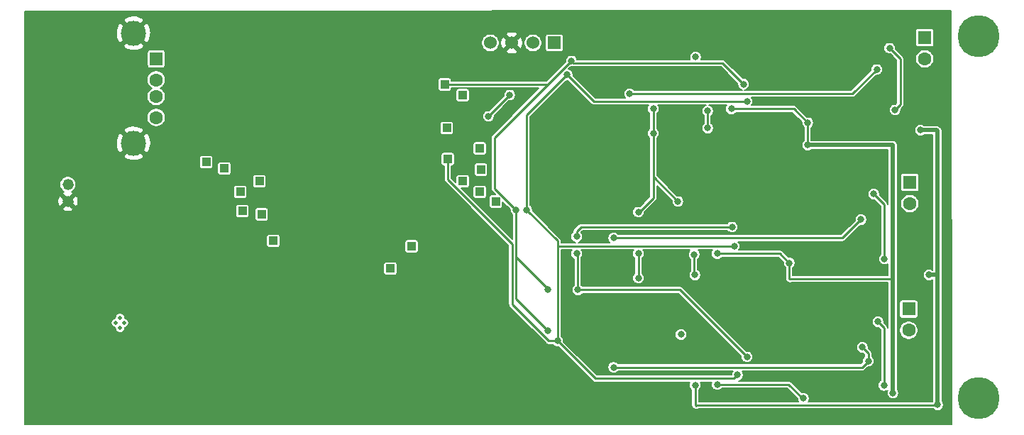
<source format=gbl>
G04 #@! TF.GenerationSoftware,KiCad,Pcbnew,(5.1.5)-3*
G04 #@! TF.CreationDate,2020-09-03T10:53:21+10:00*
G04 #@! TF.ProjectId,Boni_3.0_1,426f6e69-5f33-42e3-905f-312e6b696361,rev?*
G04 #@! TF.SameCoordinates,Original*
G04 #@! TF.FileFunction,Copper,L2,Bot*
G04 #@! TF.FilePolarity,Positive*
%FSLAX46Y46*%
G04 Gerber Fmt 4.6, Leading zero omitted, Abs format (unit mm)*
G04 Created by KiCad (PCBNEW (5.1.5)-3) date 2020-09-03 10:53:21*
%MOMM*%
%LPD*%
G04 APERTURE LIST*
G04 #@! TA.AperFunction,ComponentPad*
%ADD10C,5.000000*%
G04 #@! TD*
G04 #@! TA.AperFunction,ComponentPad*
%ADD11C,1.600000*%
G04 #@! TD*
G04 #@! TA.AperFunction,ComponentPad*
%ADD12R,1.500000X1.600000*%
G04 #@! TD*
G04 #@! TA.AperFunction,ComponentPad*
%ADD13C,3.000000*%
G04 #@! TD*
G04 #@! TA.AperFunction,ComponentPad*
%ADD14R,1.000000X1.000000*%
G04 #@! TD*
G04 #@! TA.AperFunction,ComponentPad*
%ADD15C,0.499999*%
G04 #@! TD*
G04 #@! TA.AperFunction,ComponentPad*
%ADD16R,1.600000X1.600000*%
G04 #@! TD*
G04 #@! TA.AperFunction,ComponentPad*
%ADD17R,1.530000X1.530000*%
G04 #@! TD*
G04 #@! TA.AperFunction,ComponentPad*
%ADD18C,1.530000*%
G04 #@! TD*
G04 #@! TA.AperFunction,ComponentPad*
%ADD19C,1.320800*%
G04 #@! TD*
G04 #@! TA.AperFunction,ViaPad*
%ADD20C,0.800000*%
G04 #@! TD*
G04 #@! TA.AperFunction,Conductor*
%ADD21C,0.254000*%
G04 #@! TD*
G04 #@! TA.AperFunction,Conductor*
%ADD22C,0.508000*%
G04 #@! TD*
G04 #@! TA.AperFunction,Conductor*
%ADD23C,0.127000*%
G04 #@! TD*
G04 APERTURE END LIST*
D10*
G04 #@! TO.P,Drill1,Drill1*
G04 #@! TO.N,N/C*
X189420500Y-110045500D03*
G04 #@! TD*
G04 #@! TO.P,Drill1,Drill1*
G04 #@! TO.N,N/C*
X189420500Y-66865500D03*
G04 #@! TD*
D11*
G04 #@! TO.P,J1,4*
G04 #@! TO.N,Net-(J1-Pad4)*
X91313000Y-76596000D03*
G04 #@! TO.P,J1,3*
G04 #@! TO.N,Net-(J1-Pad3)*
X91313000Y-74096000D03*
G04 #@! TO.P,J1,2*
G04 #@! TO.N,Net-(J1-Pad2)*
X91313000Y-72096000D03*
D12*
G04 #@! TO.P,J1,1*
G04 #@! TO.N,Vusb*
X91313000Y-69596000D03*
D13*
G04 #@! TO.P,J1,5*
G04 #@! TO.N,GND*
X88603000Y-79666000D03*
X88603000Y-66526000D03*
G04 #@! TD*
D14*
G04 #@! TO.P,TP18,1*
G04 #@! TO.N,SYNC2*
X103886000Y-88138000D03*
G04 #@! TD*
G04 #@! TO.P,TP17,1*
G04 #@! TO.N,SYNC1*
X129921000Y-85471000D03*
G04 #@! TD*
G04 #@! TO.P,TP16,1*
G04 #@! TO.N,FSYNC1*
X129921000Y-80264000D03*
G04 #@! TD*
G04 #@! TO.P,TP15,1*
G04 #@! TO.N,SYNC3*
X97282000Y-81915000D03*
G04 #@! TD*
G04 #@! TO.P,TP14,1*
G04 #@! TO.N,ENABLE3*
X99441000Y-82677000D03*
G04 #@! TD*
G04 #@! TO.P,TP13,1*
G04 #@! TO.N,FSYNC3*
X101346000Y-85471000D03*
G04 #@! TD*
G04 #@! TO.P,TP12,1*
G04 #@! TO.N,FSYNC2*
X121793000Y-91948000D03*
G04 #@! TD*
G04 #@! TO.P,TP11,1*
G04 #@! TO.N,SPI1MOSI*
X125730000Y-72644000D03*
G04 #@! TD*
G04 #@! TO.P,TP10,1*
G04 #@! TO.N,ENABLE2*
X105283000Y-91313000D03*
G04 #@! TD*
G04 #@! TO.P,TP9,1*
G04 #@! TO.N,ENABLE1*
X127889000Y-84201000D03*
G04 #@! TD*
G04 #@! TO.P,TP8,1*
G04 #@! TO.N,Net-(TP8-Pad1)*
X127889000Y-73914000D03*
G04 #@! TD*
G04 #@! TO.P,TP7,1*
G04 #@! TO.N,SPI1CLK*
X126111000Y-81534000D03*
G04 #@! TD*
G04 #@! TO.P,TP6,1*
G04 #@! TO.N,STANDBY2*
X119253000Y-94615000D03*
G04 #@! TD*
G04 #@! TO.P,TP5,1*
G04 #@! TO.N,STANDBY1*
X130048000Y-82804000D03*
G04 #@! TD*
G04 #@! TO.P,TP4,1*
G04 #@! TO.N,CTRL1*
X125984000Y-77851000D03*
G04 #@! TD*
G04 #@! TO.P,TP3,1*
G04 #@! TO.N,CTRL2*
X131826000Y-86614000D03*
G04 #@! TD*
G04 #@! TO.P,TP2,1*
G04 #@! TO.N,STANDBY3*
X103632000Y-84201000D03*
G04 #@! TD*
G04 #@! TO.P,TP1,1*
G04 #@! TO.N,CTRL3*
X101600000Y-87757000D03*
G04 #@! TD*
D15*
G04 #@! TO.P,U2,V*
G04 #@! TO.N,N/C*
X87494999Y-101092000D03*
X86495001Y-101092000D03*
X86995000Y-100467000D03*
X86995000Y-101717000D03*
G04 #@! TD*
D11*
G04 #@! TO.P,J6,2*
G04 #@! TO.N,Net-(J6-Pad2)*
X181102000Y-101981000D03*
D16*
G04 #@! TO.P,J6,1*
G04 #@! TO.N,Net-(J6-Pad1)*
X181102000Y-99441000D03*
G04 #@! TD*
D11*
G04 #@! TO.P,J5,2*
G04 #@! TO.N,Net-(J5-Pad2)*
X181229000Y-86868000D03*
D16*
G04 #@! TO.P,J5,1*
G04 #@! TO.N,Net-(J5-Pad1)*
X181229000Y-84328000D03*
G04 #@! TD*
D11*
G04 #@! TO.P,J4,2*
G04 #@! TO.N,Net-(J4-Pad2)*
X183007000Y-69596000D03*
D16*
G04 #@! TO.P,J4,1*
G04 #@! TO.N,Net-(J4-Pad1)*
X183007000Y-67056000D03*
G04 #@! TD*
D17*
G04 #@! TO.P,J3,1*
G04 #@! TO.N,Net-(J3-Pad1)*
X138811000Y-67691000D03*
D18*
G04 #@! TO.P,J3,2*
G04 #@! TO.N,Net-(J3-Pad2)*
X136271000Y-67691000D03*
G04 #@! TO.P,J3,3*
G04 #@! TO.N,GND*
X133731000Y-67691000D03*
G04 #@! TO.P,J3,4*
G04 #@! TO.N,N/C*
X131191000Y-67691000D03*
G04 #@! TD*
D19*
G04 #@! TO.P,J2,1*
G04 #@! TO.N,Net-(C2-Pad1)*
X80772000Y-84581999D03*
G04 #@! TO.P,J2,2*
G04 #@! TO.N,GND*
X80772000Y-86582001D03*
G04 #@! TD*
D20*
G04 #@! TO.N,GND*
X87630000Y-86360000D03*
X87122000Y-89281000D03*
X178943000Y-67056000D03*
X177038000Y-84455000D03*
X82931000Y-112014000D03*
X105445000Y-111601138D03*
X93638000Y-111721000D03*
X125984000Y-91059000D03*
X158584900Y-75653900D03*
X164337996Y-84836000D03*
X156955296Y-92955741D03*
X156981510Y-108575490D03*
X177419000Y-91948000D03*
X179197000Y-73279000D03*
X177292000Y-105918000D03*
X177165000Y-99568000D03*
X76200000Y-111252000D03*
X92074990Y-100076000D03*
X140335000Y-80772000D03*
X82208000Y-101561000D03*
X91694000Y-105918000D03*
X144018000Y-73949000D03*
X140970000Y-73279000D03*
X143651000Y-66816000D03*
X150495000Y-66675000D03*
X166243000Y-68199000D03*
X167767000Y-64389000D03*
X161671000Y-68072000D03*
X157861000Y-66421000D03*
X160020000Y-67437000D03*
X165100000Y-76962000D03*
X149251002Y-71982998D03*
X148844000Y-83693000D03*
X147574000Y-88392000D03*
X138811000Y-88646000D03*
X143891000Y-82296000D03*
X156083000Y-83439000D03*
X158242000Y-83820000D03*
X160020000Y-83947000D03*
X165876000Y-81294000D03*
X164592000Y-93726000D03*
X121031000Y-71374000D03*
X108966000Y-71501000D03*
X109220000Y-86487000D03*
X142635000Y-90791000D03*
X138557000Y-104267000D03*
X148590000Y-103632000D03*
X158242000Y-100203000D03*
X159893000Y-100076000D03*
X156718000Y-98806000D03*
X165848000Y-96534000D03*
X164211000Y-101600000D03*
X163449000Y-109728000D03*
X141619000Y-99201000D03*
X169160900Y-103378000D03*
X169260164Y-89819837D03*
X170815000Y-70866000D03*
G04 #@! TO.N,DVDD*
X159928000Y-75565000D03*
X169037000Y-77216000D03*
X158242000Y-92837000D03*
X166839000Y-93941000D03*
X158242000Y-108458000D03*
X168529000Y-110109000D03*
X169037000Y-79883000D03*
X179197000Y-109474000D03*
G04 #@! TO.N,+5V*
X178816000Y-68326000D03*
X179451000Y-75692000D03*
X176911002Y-85725002D03*
X178181000Y-93472000D03*
X177419000Y-100965000D03*
X178142900Y-108546900D03*
G04 #@! TO.N,AVDD*
X155613100Y-108546900D03*
X157099000Y-75819000D03*
X157099000Y-77851000D03*
X155486100Y-92925900D03*
X155575000Y-95377000D03*
X183515000Y-95377000D03*
X182499000Y-78105000D03*
X184530996Y-110871000D03*
G04 #@! TO.N,SIN1*
X147802598Y-73761598D03*
X177292006Y-70866000D03*
G04 #@! TO.N,SIN2*
X145897600Y-90957400D03*
X175387006Y-88773000D03*
G04 #@! TO.N,SIN3*
X145897600Y-106400600D03*
X175564800Y-104013000D03*
X176276000Y-105664000D03*
G04 #@! TO.N,Net-(J3-Pad2)*
X133477000Y-73914000D03*
X130937000Y-76453998D03*
G04 #@! TO.N,Net-(R6-Pad1)*
X155660999Y-69383001D03*
X153543000Y-86614000D03*
X153924000Y-102489000D03*
X150622000Y-78486000D03*
X150622000Y-75565000D03*
X148844000Y-87884000D03*
X148844000Y-92837000D03*
X148844000Y-95758000D03*
G04 #@! TO.N,SPI1CLK*
X161798000Y-74676000D03*
X160274000Y-91948000D03*
X160655000Y-107315000D03*
X135508999Y-87630001D03*
X139192000Y-103251000D03*
X140335000Y-71501000D03*
G04 #@! TO.N,SPI1MOSI*
X161382000Y-72609000D03*
X160020000Y-89662000D03*
X161798000Y-105156000D03*
X134239000Y-87630000D03*
X138007999Y-102022001D03*
X138049000Y-97155000D03*
X141605000Y-97155000D03*
X141478000Y-92837000D03*
X141478000Y-90805000D03*
X140843000Y-69850000D03*
G04 #@! TD*
D21*
G04 #@! TO.N,DVDD*
X167386000Y-75565000D02*
X169037000Y-77216000D01*
X159928000Y-75565000D02*
X167386000Y-75565000D01*
X165735000Y-92837000D02*
X166839000Y-93941000D01*
X158242000Y-92837000D02*
X165735000Y-92837000D01*
X158242000Y-108458000D02*
X166751000Y-108458000D01*
X166751000Y-108458000D02*
X168402000Y-110109000D01*
X168402000Y-110109000D02*
X168529000Y-110109000D01*
X169037000Y-79883000D02*
X169037000Y-77216000D01*
X166839000Y-93941000D02*
X166839000Y-95846000D01*
X166839000Y-95846000D02*
X166878000Y-95885000D01*
D22*
X179197000Y-96774000D02*
X179197000Y-109474000D01*
D21*
X179109000Y-95846000D02*
X179197000Y-95758000D01*
X166839000Y-95846000D02*
X179109000Y-95846000D01*
D22*
X179197000Y-96774000D02*
X179197000Y-95758000D01*
X179197000Y-79883000D02*
X179197000Y-95758000D01*
X169037000Y-79883000D02*
X179197000Y-79883000D01*
D21*
G04 #@! TO.N,+5V*
X176911002Y-85725002D02*
X178181000Y-86995000D01*
X178181000Y-86995000D02*
X178181000Y-93472000D01*
X180086000Y-75057000D02*
X179451000Y-75692000D01*
X178816000Y-68326000D02*
X180086000Y-69596000D01*
X180086000Y-69596000D02*
X180086000Y-75057000D01*
X177419000Y-100965000D02*
X178181000Y-101727000D01*
X178181000Y-108508800D02*
X178142900Y-108546900D01*
X178181000Y-101727000D02*
X178181000Y-108508800D01*
G04 #@! TO.N,AVDD*
X157099000Y-75819000D02*
X157099000Y-77724000D01*
X157099000Y-77724000D02*
X157099000Y-77851000D01*
X155486100Y-95465900D02*
X155575000Y-95377000D01*
X155486100Y-95592900D02*
X155486100Y-95465900D01*
X155486100Y-92925900D02*
X155486100Y-95592900D01*
X155613100Y-110909100D02*
X155702000Y-110998000D01*
X155613100Y-108546900D02*
X155613100Y-110909100D01*
X155613100Y-110909100D02*
X184492896Y-110909100D01*
X184492896Y-110909100D02*
X184530996Y-110871000D01*
D22*
X184530996Y-78231996D02*
X184404000Y-78105000D01*
X182499000Y-78105000D02*
X184404000Y-78105000D01*
X184530992Y-95377000D02*
X184530996Y-95376996D01*
X184530996Y-110871000D02*
X184530996Y-95376996D01*
X183515000Y-95377000D02*
X184530992Y-95377000D01*
X184530996Y-95376996D02*
X184530996Y-78231996D01*
D21*
G04 #@! TO.N,SIN1*
X177292004Y-70866002D02*
X177292006Y-70866000D01*
X147802598Y-73761598D02*
X174396408Y-73761598D01*
X174396408Y-73761598D02*
X177292006Y-70866000D01*
G04 #@! TO.N,SIN2*
X173202606Y-90957400D02*
X175387006Y-88773000D01*
X145897600Y-90957400D02*
X173202606Y-90957400D01*
G04 #@! TO.N,SIN3*
X175539400Y-106400600D02*
X176276000Y-105664000D01*
X176276000Y-104724200D02*
X176276000Y-105664000D01*
X145897600Y-106400600D02*
X175539400Y-106400600D01*
X175564800Y-104013000D02*
X176276000Y-104724200D01*
G04 #@! TO.N,Net-(J3-Pad2)*
X131191000Y-76200000D02*
X130937002Y-76453998D01*
X133477000Y-73914000D02*
X131191000Y-76200000D01*
X130937002Y-76453998D02*
X130937000Y-76453998D01*
G04 #@! TO.N,Net-(R6-Pad1)*
X150622000Y-78486000D02*
X150622000Y-75565000D01*
X150622000Y-83693000D02*
X153543000Y-86614000D01*
X150622000Y-78486000D02*
X150622000Y-83693000D01*
X150622000Y-78486000D02*
X150622000Y-86233000D01*
X150622000Y-86233000D02*
X148971000Y-87884000D01*
X148971000Y-87884000D02*
X148844000Y-87884000D01*
X148844000Y-92837000D02*
X148844000Y-95758000D01*
G04 #@! TO.N,SPI1CLK*
X139192000Y-91313002D02*
X135508999Y-87630001D01*
X160239001Y-107730999D02*
X160655000Y-107315000D01*
X143671999Y-107730999D02*
X160239001Y-107730999D01*
X139192000Y-103251000D02*
X143671999Y-107730999D01*
X139319000Y-91948000D02*
X139192000Y-91821000D01*
X141986000Y-91948000D02*
X139319000Y-91948000D01*
X160274000Y-91948000D02*
X141986000Y-91948000D01*
X141986000Y-91948000D02*
X141859000Y-91948000D01*
X139192000Y-103251000D02*
X139192000Y-91821000D01*
X139192000Y-91821000D02*
X139192000Y-91313002D01*
X138161036Y-103251000D02*
X139192000Y-103251000D01*
X133784990Y-98874954D02*
X138161036Y-103251000D01*
X133784990Y-91685592D02*
X133784990Y-98874954D01*
X126111000Y-84011602D02*
X133784990Y-91685592D01*
X126111000Y-81534000D02*
X126111000Y-84011602D01*
X135508999Y-87630001D02*
X135508999Y-76327001D01*
X135508999Y-76327001D02*
X140335000Y-71501000D01*
X161798000Y-74676000D02*
X143510000Y-74676000D01*
X143510000Y-74676000D02*
X140335000Y-71501000D01*
G04 #@! TO.N,SPI1MOSI*
X131699000Y-85090000D02*
X134239000Y-87630000D01*
X131699000Y-78994000D02*
X131699000Y-85090000D01*
X134239000Y-98253002D02*
X138007999Y-102022001D01*
X134239000Y-87630000D02*
X134239000Y-98253002D01*
X134239000Y-87630000D02*
X134239000Y-93218000D01*
X134239000Y-93218000D02*
X138049000Y-97028000D01*
X138049000Y-97028000D02*
X138049000Y-97155000D01*
X153797000Y-97155000D02*
X161798000Y-105156000D01*
X141605000Y-97155000D02*
X153797000Y-97155000D01*
X141605000Y-97155000D02*
X141605000Y-93091000D01*
X141605000Y-93091000D02*
X141478000Y-92964000D01*
X141478000Y-92964000D02*
X141478000Y-92837000D01*
X141478000Y-90170000D02*
X141986000Y-89662000D01*
X160020000Y-89662000D02*
X141986000Y-89662000D01*
X141478000Y-90805000D02*
X141478000Y-90170000D01*
X125730000Y-72644000D02*
X138049000Y-72644000D01*
X131699000Y-78994000D02*
X138049000Y-72644000D01*
X138049000Y-72644000D02*
X140843000Y-69850000D01*
X158883002Y-70110002D02*
X161382000Y-72609000D01*
X141103002Y-70110002D02*
X158883002Y-70110002D01*
X140843000Y-69850000D02*
X141103002Y-70110002D01*
G04 #@! TD*
D23*
G04 #@! TO.N,GND*
G36*
X186244886Y-113170500D02*
G01*
X75650500Y-113170500D01*
X75650500Y-101036106D01*
X85927502Y-101036106D01*
X85927502Y-101147894D01*
X85949311Y-101257533D01*
X85992090Y-101360812D01*
X86054196Y-101453760D01*
X86133241Y-101532805D01*
X86226189Y-101594911D01*
X86329468Y-101637690D01*
X86428250Y-101657339D01*
X86427501Y-101661106D01*
X86427501Y-101772894D01*
X86449310Y-101882533D01*
X86492089Y-101985812D01*
X86554195Y-102078760D01*
X86633240Y-102157805D01*
X86726188Y-102219911D01*
X86829467Y-102262690D01*
X86939106Y-102284499D01*
X87050894Y-102284499D01*
X87160533Y-102262690D01*
X87263812Y-102219911D01*
X87356760Y-102157805D01*
X87435805Y-102078760D01*
X87497911Y-101985812D01*
X87540690Y-101882533D01*
X87562499Y-101772894D01*
X87562499Y-101661106D01*
X87561750Y-101657339D01*
X87660532Y-101637690D01*
X87763811Y-101594911D01*
X87856759Y-101532805D01*
X87935804Y-101453760D01*
X87997910Y-101360812D01*
X88040689Y-101257533D01*
X88062498Y-101147894D01*
X88062498Y-101036106D01*
X88040689Y-100926467D01*
X87997910Y-100823188D01*
X87935804Y-100730240D01*
X87856759Y-100651195D01*
X87763811Y-100589089D01*
X87660532Y-100546310D01*
X87561750Y-100526661D01*
X87562499Y-100522894D01*
X87562499Y-100411106D01*
X87540690Y-100301467D01*
X87497911Y-100198188D01*
X87435805Y-100105240D01*
X87356760Y-100026195D01*
X87263812Y-99964089D01*
X87160533Y-99921310D01*
X87050894Y-99899501D01*
X86939106Y-99899501D01*
X86829467Y-99921310D01*
X86726188Y-99964089D01*
X86633240Y-100026195D01*
X86554195Y-100105240D01*
X86492089Y-100198188D01*
X86449310Y-100301467D01*
X86427501Y-100411106D01*
X86427501Y-100522894D01*
X86428250Y-100526661D01*
X86329468Y-100546310D01*
X86226189Y-100589089D01*
X86133241Y-100651195D01*
X86054196Y-100730240D01*
X85992090Y-100823188D01*
X85949311Y-100926467D01*
X85927502Y-101036106D01*
X75650500Y-101036106D01*
X75650500Y-94115000D01*
X118433964Y-94115000D01*
X118433964Y-95115000D01*
X118440094Y-95177241D01*
X118458249Y-95237090D01*
X118487731Y-95292247D01*
X118527407Y-95340593D01*
X118575753Y-95380269D01*
X118630910Y-95409751D01*
X118690759Y-95427906D01*
X118753000Y-95434036D01*
X119753000Y-95434036D01*
X119815241Y-95427906D01*
X119875090Y-95409751D01*
X119930247Y-95380269D01*
X119978593Y-95340593D01*
X120018269Y-95292247D01*
X120047751Y-95237090D01*
X120065906Y-95177241D01*
X120072036Y-95115000D01*
X120072036Y-94115000D01*
X120065906Y-94052759D01*
X120047751Y-93992910D01*
X120018269Y-93937753D01*
X119978593Y-93889407D01*
X119930247Y-93849731D01*
X119875090Y-93820249D01*
X119815241Y-93802094D01*
X119753000Y-93795964D01*
X118753000Y-93795964D01*
X118690759Y-93802094D01*
X118630910Y-93820249D01*
X118575753Y-93849731D01*
X118527407Y-93889407D01*
X118487731Y-93937753D01*
X118458249Y-93992910D01*
X118440094Y-94052759D01*
X118433964Y-94115000D01*
X75650500Y-94115000D01*
X75650500Y-90813000D01*
X104463964Y-90813000D01*
X104463964Y-91813000D01*
X104470094Y-91875241D01*
X104488249Y-91935090D01*
X104517731Y-91990247D01*
X104557407Y-92038593D01*
X104605753Y-92078269D01*
X104660910Y-92107751D01*
X104720759Y-92125906D01*
X104783000Y-92132036D01*
X105783000Y-92132036D01*
X105845241Y-92125906D01*
X105905090Y-92107751D01*
X105960247Y-92078269D01*
X106008593Y-92038593D01*
X106048269Y-91990247D01*
X106077751Y-91935090D01*
X106095906Y-91875241D01*
X106102036Y-91813000D01*
X106102036Y-91448000D01*
X120973964Y-91448000D01*
X120973964Y-92448000D01*
X120980094Y-92510241D01*
X120998249Y-92570090D01*
X121027731Y-92625247D01*
X121067407Y-92673593D01*
X121115753Y-92713269D01*
X121170910Y-92742751D01*
X121230759Y-92760906D01*
X121293000Y-92767036D01*
X122293000Y-92767036D01*
X122355241Y-92760906D01*
X122415090Y-92742751D01*
X122470247Y-92713269D01*
X122518593Y-92673593D01*
X122558269Y-92625247D01*
X122587751Y-92570090D01*
X122605906Y-92510241D01*
X122612036Y-92448000D01*
X122612036Y-91448000D01*
X122605906Y-91385759D01*
X122587751Y-91325910D01*
X122558269Y-91270753D01*
X122518593Y-91222407D01*
X122470247Y-91182731D01*
X122415090Y-91153249D01*
X122355241Y-91135094D01*
X122293000Y-91128964D01*
X121293000Y-91128964D01*
X121230759Y-91135094D01*
X121170910Y-91153249D01*
X121115753Y-91182731D01*
X121067407Y-91222407D01*
X121027731Y-91270753D01*
X120998249Y-91325910D01*
X120980094Y-91385759D01*
X120973964Y-91448000D01*
X106102036Y-91448000D01*
X106102036Y-90813000D01*
X106095906Y-90750759D01*
X106077751Y-90690910D01*
X106048269Y-90635753D01*
X106008593Y-90587407D01*
X105960247Y-90547731D01*
X105905090Y-90518249D01*
X105845241Y-90500094D01*
X105783000Y-90493964D01*
X104783000Y-90493964D01*
X104720759Y-90500094D01*
X104660910Y-90518249D01*
X104605753Y-90547731D01*
X104557407Y-90587407D01*
X104517731Y-90635753D01*
X104488249Y-90690910D01*
X104470094Y-90750759D01*
X104463964Y-90813000D01*
X75650500Y-90813000D01*
X75650500Y-87479170D01*
X80144239Y-87479170D01*
X80207189Y-87683495D01*
X80432932Y-87772520D01*
X80671706Y-87815793D01*
X80914334Y-87811652D01*
X81151492Y-87760257D01*
X81336811Y-87683495D01*
X81399761Y-87479170D01*
X81177591Y-87257000D01*
X100780964Y-87257000D01*
X100780964Y-88257000D01*
X100787094Y-88319241D01*
X100805249Y-88379090D01*
X100834731Y-88434247D01*
X100874407Y-88482593D01*
X100922753Y-88522269D01*
X100977910Y-88551751D01*
X101037759Y-88569906D01*
X101100000Y-88576036D01*
X102100000Y-88576036D01*
X102162241Y-88569906D01*
X102222090Y-88551751D01*
X102277247Y-88522269D01*
X102325593Y-88482593D01*
X102365269Y-88434247D01*
X102394751Y-88379090D01*
X102412906Y-88319241D01*
X102419036Y-88257000D01*
X102419036Y-87638000D01*
X103066964Y-87638000D01*
X103066964Y-88638000D01*
X103073094Y-88700241D01*
X103091249Y-88760090D01*
X103120731Y-88815247D01*
X103160407Y-88863593D01*
X103208753Y-88903269D01*
X103263910Y-88932751D01*
X103323759Y-88950906D01*
X103386000Y-88957036D01*
X104386000Y-88957036D01*
X104448241Y-88950906D01*
X104508090Y-88932751D01*
X104563247Y-88903269D01*
X104611593Y-88863593D01*
X104651269Y-88815247D01*
X104680751Y-88760090D01*
X104698906Y-88700241D01*
X104705036Y-88638000D01*
X104705036Y-87638000D01*
X104698906Y-87575759D01*
X104680751Y-87515910D01*
X104651269Y-87460753D01*
X104611593Y-87412407D01*
X104563247Y-87372731D01*
X104508090Y-87343249D01*
X104448241Y-87325094D01*
X104386000Y-87318964D01*
X103386000Y-87318964D01*
X103323759Y-87325094D01*
X103263910Y-87343249D01*
X103208753Y-87372731D01*
X103160407Y-87412407D01*
X103120731Y-87460753D01*
X103091249Y-87515910D01*
X103073094Y-87575759D01*
X103066964Y-87638000D01*
X102419036Y-87638000D01*
X102419036Y-87257000D01*
X102412906Y-87194759D01*
X102394751Y-87134910D01*
X102365269Y-87079753D01*
X102325593Y-87031407D01*
X102277247Y-86991731D01*
X102222090Y-86962249D01*
X102162241Y-86944094D01*
X102100000Y-86937964D01*
X101100000Y-86937964D01*
X101037759Y-86944094D01*
X100977910Y-86962249D01*
X100922753Y-86991731D01*
X100874407Y-87031407D01*
X100834731Y-87079753D01*
X100805249Y-87134910D01*
X100787094Y-87194759D01*
X100780964Y-87257000D01*
X81177591Y-87257000D01*
X80772000Y-86851409D01*
X80144239Y-87479170D01*
X75650500Y-87479170D01*
X75650500Y-86481707D01*
X79538208Y-86481707D01*
X79542349Y-86724335D01*
X79593744Y-86961493D01*
X79670506Y-87146812D01*
X79874831Y-87209762D01*
X80502592Y-86582001D01*
X81041408Y-86582001D01*
X81669169Y-87209762D01*
X81873494Y-87146812D01*
X81962519Y-86921069D01*
X82005792Y-86682295D01*
X82001651Y-86439667D01*
X81950256Y-86202509D01*
X81873494Y-86017190D01*
X81669169Y-85954240D01*
X81041408Y-86582001D01*
X80502592Y-86582001D01*
X79874831Y-85954240D01*
X79670506Y-86017190D01*
X79581481Y-86242933D01*
X79538208Y-86481707D01*
X75650500Y-86481707D01*
X75650500Y-84485684D01*
X79794100Y-84485684D01*
X79794100Y-84678314D01*
X79831680Y-84867242D01*
X79905396Y-85045209D01*
X80012415Y-85205374D01*
X80148625Y-85341584D01*
X80299384Y-85442318D01*
X80207189Y-85480507D01*
X80144239Y-85684832D01*
X80772000Y-86312593D01*
X81399761Y-85684832D01*
X81336811Y-85480507D01*
X81242893Y-85443469D01*
X81395375Y-85341584D01*
X81531585Y-85205374D01*
X81638604Y-85045209D01*
X81669342Y-84971000D01*
X100526964Y-84971000D01*
X100526964Y-85971000D01*
X100533094Y-86033241D01*
X100551249Y-86093090D01*
X100580731Y-86148247D01*
X100620407Y-86196593D01*
X100668753Y-86236269D01*
X100723910Y-86265751D01*
X100783759Y-86283906D01*
X100846000Y-86290036D01*
X101846000Y-86290036D01*
X101908241Y-86283906D01*
X101968090Y-86265751D01*
X102023247Y-86236269D01*
X102071593Y-86196593D01*
X102111269Y-86148247D01*
X102140751Y-86093090D01*
X102158906Y-86033241D01*
X102165036Y-85971000D01*
X102165036Y-84971000D01*
X102158906Y-84908759D01*
X102140751Y-84848910D01*
X102111269Y-84793753D01*
X102071593Y-84745407D01*
X102023247Y-84705731D01*
X101968090Y-84676249D01*
X101908241Y-84658094D01*
X101846000Y-84651964D01*
X100846000Y-84651964D01*
X100783759Y-84658094D01*
X100723910Y-84676249D01*
X100668753Y-84705731D01*
X100620407Y-84745407D01*
X100580731Y-84793753D01*
X100551249Y-84848910D01*
X100533094Y-84908759D01*
X100526964Y-84971000D01*
X81669342Y-84971000D01*
X81712320Y-84867242D01*
X81749900Y-84678314D01*
X81749900Y-84485684D01*
X81712320Y-84296756D01*
X81638604Y-84118789D01*
X81531585Y-83958624D01*
X81395375Y-83822414D01*
X81235210Y-83715395D01*
X81200458Y-83701000D01*
X102812964Y-83701000D01*
X102812964Y-84701000D01*
X102819094Y-84763241D01*
X102837249Y-84823090D01*
X102866731Y-84878247D01*
X102906407Y-84926593D01*
X102954753Y-84966269D01*
X103009910Y-84995751D01*
X103069759Y-85013906D01*
X103132000Y-85020036D01*
X104132000Y-85020036D01*
X104194241Y-85013906D01*
X104254090Y-84995751D01*
X104309247Y-84966269D01*
X104357593Y-84926593D01*
X104397269Y-84878247D01*
X104426751Y-84823090D01*
X104444906Y-84763241D01*
X104451036Y-84701000D01*
X104451036Y-83701000D01*
X104444906Y-83638759D01*
X104426751Y-83578910D01*
X104397269Y-83523753D01*
X104357593Y-83475407D01*
X104309247Y-83435731D01*
X104254090Y-83406249D01*
X104194241Y-83388094D01*
X104132000Y-83381964D01*
X103132000Y-83381964D01*
X103069759Y-83388094D01*
X103009910Y-83406249D01*
X102954753Y-83435731D01*
X102906407Y-83475407D01*
X102866731Y-83523753D01*
X102837249Y-83578910D01*
X102819094Y-83638759D01*
X102812964Y-83701000D01*
X81200458Y-83701000D01*
X81057243Y-83641679D01*
X80868315Y-83604099D01*
X80675685Y-83604099D01*
X80486757Y-83641679D01*
X80308790Y-83715395D01*
X80148625Y-83822414D01*
X80012415Y-83958624D01*
X79905396Y-84118789D01*
X79831680Y-84296756D01*
X79794100Y-84485684D01*
X75650500Y-84485684D01*
X75650500Y-81164901D01*
X87373507Y-81164901D01*
X87538764Y-81454893D01*
X87908208Y-81628142D01*
X88304353Y-81725987D01*
X88711976Y-81744668D01*
X89115410Y-81683467D01*
X89499152Y-81544735D01*
X89667236Y-81454893D01*
X89689969Y-81415000D01*
X96462964Y-81415000D01*
X96462964Y-82415000D01*
X96469094Y-82477241D01*
X96487249Y-82537090D01*
X96516731Y-82592247D01*
X96556407Y-82640593D01*
X96604753Y-82680269D01*
X96659910Y-82709751D01*
X96719759Y-82727906D01*
X96782000Y-82734036D01*
X97782000Y-82734036D01*
X97844241Y-82727906D01*
X97904090Y-82709751D01*
X97959247Y-82680269D01*
X98007593Y-82640593D01*
X98047269Y-82592247D01*
X98076751Y-82537090D01*
X98094906Y-82477241D01*
X98101036Y-82415000D01*
X98101036Y-82177000D01*
X98621964Y-82177000D01*
X98621964Y-83177000D01*
X98628094Y-83239241D01*
X98646249Y-83299090D01*
X98675731Y-83354247D01*
X98715407Y-83402593D01*
X98763753Y-83442269D01*
X98818910Y-83471751D01*
X98878759Y-83489906D01*
X98941000Y-83496036D01*
X99941000Y-83496036D01*
X100003241Y-83489906D01*
X100063090Y-83471751D01*
X100118247Y-83442269D01*
X100166593Y-83402593D01*
X100206269Y-83354247D01*
X100235751Y-83299090D01*
X100253906Y-83239241D01*
X100260036Y-83177000D01*
X100260036Y-82177000D01*
X100253906Y-82114759D01*
X100235751Y-82054910D01*
X100206269Y-81999753D01*
X100166593Y-81951407D01*
X100118247Y-81911731D01*
X100063090Y-81882249D01*
X100003241Y-81864094D01*
X99941000Y-81857964D01*
X98941000Y-81857964D01*
X98878759Y-81864094D01*
X98818910Y-81882249D01*
X98763753Y-81911731D01*
X98715407Y-81951407D01*
X98675731Y-81999753D01*
X98646249Y-82054910D01*
X98628094Y-82114759D01*
X98621964Y-82177000D01*
X98101036Y-82177000D01*
X98101036Y-81415000D01*
X98094906Y-81352759D01*
X98076751Y-81292910D01*
X98047269Y-81237753D01*
X98007593Y-81189407D01*
X97959247Y-81149731D01*
X97904090Y-81120249D01*
X97844241Y-81102094D01*
X97782000Y-81095964D01*
X96782000Y-81095964D01*
X96719759Y-81102094D01*
X96659910Y-81120249D01*
X96604753Y-81149731D01*
X96556407Y-81189407D01*
X96516731Y-81237753D01*
X96487249Y-81292910D01*
X96469094Y-81352759D01*
X96462964Y-81415000D01*
X89689969Y-81415000D01*
X89832493Y-81164901D01*
X88603000Y-79935408D01*
X87373507Y-81164901D01*
X75650500Y-81164901D01*
X75650500Y-79774976D01*
X86524332Y-79774976D01*
X86585533Y-80178410D01*
X86724265Y-80562152D01*
X86814107Y-80730236D01*
X87104099Y-80895493D01*
X88333592Y-79666000D01*
X88872408Y-79666000D01*
X90101901Y-80895493D01*
X90391893Y-80730236D01*
X90565142Y-80360792D01*
X90662987Y-79964647D01*
X90672182Y-79764000D01*
X129101964Y-79764000D01*
X129101964Y-80764000D01*
X129108094Y-80826241D01*
X129126249Y-80886090D01*
X129155731Y-80941247D01*
X129195407Y-80989593D01*
X129243753Y-81029269D01*
X129298910Y-81058751D01*
X129358759Y-81076906D01*
X129421000Y-81083036D01*
X130421000Y-81083036D01*
X130483241Y-81076906D01*
X130543090Y-81058751D01*
X130598247Y-81029269D01*
X130646593Y-80989593D01*
X130686269Y-80941247D01*
X130715751Y-80886090D01*
X130733906Y-80826241D01*
X130740036Y-80764000D01*
X130740036Y-79764000D01*
X130733906Y-79701759D01*
X130715751Y-79641910D01*
X130686269Y-79586753D01*
X130646593Y-79538407D01*
X130598247Y-79498731D01*
X130543090Y-79469249D01*
X130483241Y-79451094D01*
X130421000Y-79444964D01*
X129421000Y-79444964D01*
X129358759Y-79451094D01*
X129298910Y-79469249D01*
X129243753Y-79498731D01*
X129195407Y-79538407D01*
X129155731Y-79586753D01*
X129126249Y-79641910D01*
X129108094Y-79701759D01*
X129101964Y-79764000D01*
X90672182Y-79764000D01*
X90681668Y-79557024D01*
X90620467Y-79153590D01*
X90481735Y-78769848D01*
X90391893Y-78601764D01*
X90101901Y-78436507D01*
X88872408Y-79666000D01*
X88333592Y-79666000D01*
X87104099Y-78436507D01*
X86814107Y-78601764D01*
X86640858Y-78971208D01*
X86543013Y-79367353D01*
X86524332Y-79774976D01*
X75650500Y-79774976D01*
X75650500Y-78167099D01*
X87373507Y-78167099D01*
X88603000Y-79396592D01*
X89832493Y-78167099D01*
X89667236Y-77877107D01*
X89297792Y-77703858D01*
X88901647Y-77606013D01*
X88494024Y-77587332D01*
X88090590Y-77648533D01*
X87706848Y-77787265D01*
X87538764Y-77877107D01*
X87373507Y-78167099D01*
X75650500Y-78167099D01*
X75650500Y-76485936D01*
X90195500Y-76485936D01*
X90195500Y-76706064D01*
X90238445Y-76921963D01*
X90322684Y-77125335D01*
X90444981Y-77308365D01*
X90600635Y-77464019D01*
X90783665Y-77586316D01*
X90987037Y-77670555D01*
X91202936Y-77713500D01*
X91423064Y-77713500D01*
X91638963Y-77670555D01*
X91842335Y-77586316D01*
X92025365Y-77464019D01*
X92138384Y-77351000D01*
X125164964Y-77351000D01*
X125164964Y-78351000D01*
X125171094Y-78413241D01*
X125189249Y-78473090D01*
X125218731Y-78528247D01*
X125258407Y-78576593D01*
X125306753Y-78616269D01*
X125361910Y-78645751D01*
X125421759Y-78663906D01*
X125484000Y-78670036D01*
X126484000Y-78670036D01*
X126546241Y-78663906D01*
X126606090Y-78645751D01*
X126661247Y-78616269D01*
X126709593Y-78576593D01*
X126749269Y-78528247D01*
X126778751Y-78473090D01*
X126796906Y-78413241D01*
X126803036Y-78351000D01*
X126803036Y-77351000D01*
X126796906Y-77288759D01*
X126778751Y-77228910D01*
X126749269Y-77173753D01*
X126709593Y-77125407D01*
X126661247Y-77085731D01*
X126606090Y-77056249D01*
X126546241Y-77038094D01*
X126484000Y-77031964D01*
X125484000Y-77031964D01*
X125421759Y-77038094D01*
X125361910Y-77056249D01*
X125306753Y-77085731D01*
X125258407Y-77125407D01*
X125218731Y-77173753D01*
X125189249Y-77228910D01*
X125171094Y-77288759D01*
X125164964Y-77351000D01*
X92138384Y-77351000D01*
X92181019Y-77308365D01*
X92303316Y-77125335D01*
X92387555Y-76921963D01*
X92430500Y-76706064D01*
X92430500Y-76485936D01*
X92410091Y-76383330D01*
X130219500Y-76383330D01*
X130219500Y-76524666D01*
X130247073Y-76663285D01*
X130301159Y-76793862D01*
X130379681Y-76911378D01*
X130479620Y-77011317D01*
X130597136Y-77089839D01*
X130727713Y-77143925D01*
X130866332Y-77171498D01*
X131007668Y-77171498D01*
X131146287Y-77143925D01*
X131276864Y-77089839D01*
X131394380Y-77011317D01*
X131494319Y-76911378D01*
X131572841Y-76793862D01*
X131626927Y-76663285D01*
X131654500Y-76524666D01*
X131654500Y-76383330D01*
X131651478Y-76368139D01*
X133391139Y-74628478D01*
X133406332Y-74631500D01*
X133547668Y-74631500D01*
X133686287Y-74603927D01*
X133816864Y-74549841D01*
X133934380Y-74471319D01*
X134034319Y-74371380D01*
X134112841Y-74253864D01*
X134166927Y-74123287D01*
X134194500Y-73984668D01*
X134194500Y-73843332D01*
X134166927Y-73704713D01*
X134112841Y-73574136D01*
X134034319Y-73456620D01*
X133934380Y-73356681D01*
X133816864Y-73278159D01*
X133686287Y-73224073D01*
X133547668Y-73196500D01*
X133406332Y-73196500D01*
X133267713Y-73224073D01*
X133137136Y-73278159D01*
X133019620Y-73356681D01*
X132919681Y-73456620D01*
X132841159Y-73574136D01*
X132787073Y-73704713D01*
X132759500Y-73843332D01*
X132759500Y-73984668D01*
X132762522Y-73999861D01*
X131022863Y-75739520D01*
X131007668Y-75736498D01*
X130866332Y-75736498D01*
X130727713Y-75764071D01*
X130597136Y-75818157D01*
X130479620Y-75896679D01*
X130379681Y-75996618D01*
X130301159Y-76114134D01*
X130247073Y-76244711D01*
X130219500Y-76383330D01*
X92410091Y-76383330D01*
X92387555Y-76270037D01*
X92303316Y-76066665D01*
X92181019Y-75883635D01*
X92025365Y-75727981D01*
X91842335Y-75605684D01*
X91638963Y-75521445D01*
X91423064Y-75478500D01*
X91202936Y-75478500D01*
X90987037Y-75521445D01*
X90783665Y-75605684D01*
X90600635Y-75727981D01*
X90444981Y-75883635D01*
X90322684Y-76066665D01*
X90238445Y-76270037D01*
X90195500Y-76485936D01*
X75650500Y-76485936D01*
X75650500Y-71985936D01*
X90195500Y-71985936D01*
X90195500Y-72206064D01*
X90238445Y-72421963D01*
X90322684Y-72625335D01*
X90444981Y-72808365D01*
X90600635Y-72964019D01*
X90783665Y-73086316D01*
X90807044Y-73096000D01*
X90783665Y-73105684D01*
X90600635Y-73227981D01*
X90444981Y-73383635D01*
X90322684Y-73566665D01*
X90238445Y-73770037D01*
X90195500Y-73985936D01*
X90195500Y-74206064D01*
X90238445Y-74421963D01*
X90322684Y-74625335D01*
X90444981Y-74808365D01*
X90600635Y-74964019D01*
X90783665Y-75086316D01*
X90987037Y-75170555D01*
X91202936Y-75213500D01*
X91423064Y-75213500D01*
X91638963Y-75170555D01*
X91842335Y-75086316D01*
X92025365Y-74964019D01*
X92181019Y-74808365D01*
X92303316Y-74625335D01*
X92387555Y-74421963D01*
X92430500Y-74206064D01*
X92430500Y-73985936D01*
X92387555Y-73770037D01*
X92303316Y-73566665D01*
X92181019Y-73383635D01*
X92025365Y-73227981D01*
X91842335Y-73105684D01*
X91818956Y-73096000D01*
X91842335Y-73086316D01*
X92025365Y-72964019D01*
X92181019Y-72808365D01*
X92303316Y-72625335D01*
X92387555Y-72421963D01*
X92430500Y-72206064D01*
X92430500Y-72144000D01*
X124910964Y-72144000D01*
X124910964Y-73144000D01*
X124917094Y-73206241D01*
X124935249Y-73266090D01*
X124964731Y-73321247D01*
X125004407Y-73369593D01*
X125052753Y-73409269D01*
X125107910Y-73438751D01*
X125167759Y-73456906D01*
X125230000Y-73463036D01*
X126230000Y-73463036D01*
X126292241Y-73456906D01*
X126352090Y-73438751D01*
X126398395Y-73414000D01*
X127069964Y-73414000D01*
X127069964Y-74414000D01*
X127076094Y-74476241D01*
X127094249Y-74536090D01*
X127123731Y-74591247D01*
X127163407Y-74639593D01*
X127211753Y-74679269D01*
X127266910Y-74708751D01*
X127326759Y-74726906D01*
X127389000Y-74733036D01*
X128389000Y-74733036D01*
X128451241Y-74726906D01*
X128511090Y-74708751D01*
X128566247Y-74679269D01*
X128614593Y-74639593D01*
X128654269Y-74591247D01*
X128683751Y-74536090D01*
X128701906Y-74476241D01*
X128708036Y-74414000D01*
X128708036Y-73414000D01*
X128701906Y-73351759D01*
X128683751Y-73291910D01*
X128654269Y-73236753D01*
X128614593Y-73188407D01*
X128566247Y-73148731D01*
X128511090Y-73119249D01*
X128451241Y-73101094D01*
X128389000Y-73094964D01*
X127389000Y-73094964D01*
X127326759Y-73101094D01*
X127266910Y-73119249D01*
X127211753Y-73148731D01*
X127163407Y-73188407D01*
X127123731Y-73236753D01*
X127094249Y-73291910D01*
X127076094Y-73351759D01*
X127069964Y-73414000D01*
X126398395Y-73414000D01*
X126407247Y-73409269D01*
X126455593Y-73369593D01*
X126495269Y-73321247D01*
X126524751Y-73266090D01*
X126542906Y-73206241D01*
X126549036Y-73144000D01*
X126549036Y-73088500D01*
X136975882Y-73088500D01*
X131400130Y-78664253D01*
X131383171Y-78678171D01*
X131365185Y-78700087D01*
X131327624Y-78745855D01*
X131301235Y-78795226D01*
X131286349Y-78823075D01*
X131260932Y-78906864D01*
X131254500Y-78972171D01*
X131254500Y-78972180D01*
X131252351Y-78994000D01*
X131254500Y-79015820D01*
X131254501Y-85068170D01*
X131252351Y-85090000D01*
X131260933Y-85177137D01*
X131286349Y-85260925D01*
X131327624Y-85338145D01*
X131369255Y-85388872D01*
X131369259Y-85388876D01*
X131383172Y-85405829D01*
X131400125Y-85419742D01*
X131775347Y-85794964D01*
X131326000Y-85794964D01*
X131263759Y-85801094D01*
X131203910Y-85819249D01*
X131148753Y-85848731D01*
X131100407Y-85888407D01*
X131060731Y-85936753D01*
X131031249Y-85991910D01*
X131013094Y-86051759D01*
X131006964Y-86114000D01*
X131006964Y-87114000D01*
X131013094Y-87176241D01*
X131031249Y-87236090D01*
X131060731Y-87291247D01*
X131100407Y-87339593D01*
X131148753Y-87379269D01*
X131203910Y-87408751D01*
X131263759Y-87426906D01*
X131326000Y-87433036D01*
X132326000Y-87433036D01*
X132388241Y-87426906D01*
X132448090Y-87408751D01*
X132503247Y-87379269D01*
X132551593Y-87339593D01*
X132591269Y-87291247D01*
X132620751Y-87236090D01*
X132638906Y-87176241D01*
X132645036Y-87114000D01*
X132645036Y-86664653D01*
X133524522Y-87544140D01*
X133521500Y-87559332D01*
X133521500Y-87700668D01*
X133549073Y-87839287D01*
X133603159Y-87969864D01*
X133681681Y-88087380D01*
X133781620Y-88187319D01*
X133794500Y-88195925D01*
X133794500Y-91066484D01*
X127748051Y-85020036D01*
X128389000Y-85020036D01*
X128451241Y-85013906D01*
X128511090Y-84995751D01*
X128557395Y-84971000D01*
X129101964Y-84971000D01*
X129101964Y-85971000D01*
X129108094Y-86033241D01*
X129126249Y-86093090D01*
X129155731Y-86148247D01*
X129195407Y-86196593D01*
X129243753Y-86236269D01*
X129298910Y-86265751D01*
X129358759Y-86283906D01*
X129421000Y-86290036D01*
X130421000Y-86290036D01*
X130483241Y-86283906D01*
X130543090Y-86265751D01*
X130598247Y-86236269D01*
X130646593Y-86196593D01*
X130686269Y-86148247D01*
X130715751Y-86093090D01*
X130733906Y-86033241D01*
X130740036Y-85971000D01*
X130740036Y-84971000D01*
X130733906Y-84908759D01*
X130715751Y-84848910D01*
X130686269Y-84793753D01*
X130646593Y-84745407D01*
X130598247Y-84705731D01*
X130543090Y-84676249D01*
X130483241Y-84658094D01*
X130421000Y-84651964D01*
X129421000Y-84651964D01*
X129358759Y-84658094D01*
X129298910Y-84676249D01*
X129243753Y-84705731D01*
X129195407Y-84745407D01*
X129155731Y-84793753D01*
X129126249Y-84848910D01*
X129108094Y-84908759D01*
X129101964Y-84971000D01*
X128557395Y-84971000D01*
X128566247Y-84966269D01*
X128614593Y-84926593D01*
X128654269Y-84878247D01*
X128683751Y-84823090D01*
X128701906Y-84763241D01*
X128708036Y-84701000D01*
X128708036Y-83701000D01*
X128701906Y-83638759D01*
X128683751Y-83578910D01*
X128654269Y-83523753D01*
X128614593Y-83475407D01*
X128566247Y-83435731D01*
X128511090Y-83406249D01*
X128451241Y-83388094D01*
X128389000Y-83381964D01*
X127389000Y-83381964D01*
X127326759Y-83388094D01*
X127266910Y-83406249D01*
X127211753Y-83435731D01*
X127163407Y-83475407D01*
X127123731Y-83523753D01*
X127094249Y-83578910D01*
X127076094Y-83638759D01*
X127069964Y-83701000D01*
X127069964Y-84341949D01*
X126555500Y-83827485D01*
X126555500Y-82353036D01*
X126611000Y-82353036D01*
X126673241Y-82346906D01*
X126733090Y-82328751D01*
X126779395Y-82304000D01*
X129228964Y-82304000D01*
X129228964Y-83304000D01*
X129235094Y-83366241D01*
X129253249Y-83426090D01*
X129282731Y-83481247D01*
X129322407Y-83529593D01*
X129370753Y-83569269D01*
X129425910Y-83598751D01*
X129485759Y-83616906D01*
X129548000Y-83623036D01*
X130548000Y-83623036D01*
X130610241Y-83616906D01*
X130670090Y-83598751D01*
X130725247Y-83569269D01*
X130773593Y-83529593D01*
X130813269Y-83481247D01*
X130842751Y-83426090D01*
X130860906Y-83366241D01*
X130867036Y-83304000D01*
X130867036Y-82304000D01*
X130860906Y-82241759D01*
X130842751Y-82181910D01*
X130813269Y-82126753D01*
X130773593Y-82078407D01*
X130725247Y-82038731D01*
X130670090Y-82009249D01*
X130610241Y-81991094D01*
X130548000Y-81984964D01*
X129548000Y-81984964D01*
X129485759Y-81991094D01*
X129425910Y-82009249D01*
X129370753Y-82038731D01*
X129322407Y-82078407D01*
X129282731Y-82126753D01*
X129253249Y-82181910D01*
X129235094Y-82241759D01*
X129228964Y-82304000D01*
X126779395Y-82304000D01*
X126788247Y-82299269D01*
X126836593Y-82259593D01*
X126876269Y-82211247D01*
X126905751Y-82156090D01*
X126923906Y-82096241D01*
X126930036Y-82034000D01*
X126930036Y-81034000D01*
X126923906Y-80971759D01*
X126905751Y-80911910D01*
X126876269Y-80856753D01*
X126836593Y-80808407D01*
X126788247Y-80768731D01*
X126733090Y-80739249D01*
X126673241Y-80721094D01*
X126611000Y-80714964D01*
X125611000Y-80714964D01*
X125548759Y-80721094D01*
X125488910Y-80739249D01*
X125433753Y-80768731D01*
X125385407Y-80808407D01*
X125345731Y-80856753D01*
X125316249Y-80911910D01*
X125298094Y-80971759D01*
X125291964Y-81034000D01*
X125291964Y-82034000D01*
X125298094Y-82096241D01*
X125316249Y-82156090D01*
X125345731Y-82211247D01*
X125385407Y-82259593D01*
X125433753Y-82299269D01*
X125488910Y-82328751D01*
X125548759Y-82346906D01*
X125611000Y-82353036D01*
X125666500Y-82353036D01*
X125666501Y-83989772D01*
X125664351Y-84011602D01*
X125672933Y-84098739D01*
X125698349Y-84182527D01*
X125739624Y-84259747D01*
X125781255Y-84310474D01*
X125781259Y-84310478D01*
X125795172Y-84327431D01*
X125812125Y-84341344D01*
X133340490Y-91869710D01*
X133340491Y-98853124D01*
X133338341Y-98874954D01*
X133346923Y-98962091D01*
X133372339Y-99045879D01*
X133413614Y-99123099D01*
X133455245Y-99173826D01*
X133455249Y-99173830D01*
X133469162Y-99190783D01*
X133486115Y-99204696D01*
X137831294Y-103549876D01*
X137845207Y-103566829D01*
X137862160Y-103580742D01*
X137862163Y-103580745D01*
X137912890Y-103622376D01*
X137990110Y-103663651D01*
X138073899Y-103689068D01*
X138139206Y-103695500D01*
X138139216Y-103695500D01*
X138161036Y-103697649D01*
X138182856Y-103695500D01*
X138626075Y-103695500D01*
X138634681Y-103708380D01*
X138734620Y-103808319D01*
X138852136Y-103886841D01*
X138982713Y-103940927D01*
X139121332Y-103968500D01*
X139262668Y-103968500D01*
X139277861Y-103965478D01*
X143342257Y-108029875D01*
X143356170Y-108046828D01*
X143373123Y-108060741D01*
X143373125Y-108060743D01*
X143374841Y-108062151D01*
X143423854Y-108102375D01*
X143501073Y-108143650D01*
X143584862Y-108169067D01*
X143650169Y-108175499D01*
X143650178Y-108175499D01*
X143671998Y-108177648D01*
X143693818Y-108175499D01*
X154998331Y-108175499D01*
X154977259Y-108207036D01*
X154923173Y-108337613D01*
X154895600Y-108476232D01*
X154895600Y-108617568D01*
X154923173Y-108756187D01*
X154977259Y-108886764D01*
X155055781Y-109004280D01*
X155155720Y-109104219D01*
X155168600Y-109112825D01*
X155168601Y-110887260D01*
X155166450Y-110909100D01*
X155175032Y-110996237D01*
X155200449Y-111080026D01*
X155241724Y-111157245D01*
X155297271Y-111224929D01*
X155314228Y-111238845D01*
X155403128Y-111327745D01*
X155453855Y-111369376D01*
X155531075Y-111410651D01*
X155614862Y-111436067D01*
X155702000Y-111444649D01*
X155789137Y-111436067D01*
X155872925Y-111410651D01*
X155950145Y-111369376D01*
X155969368Y-111353600D01*
X183998897Y-111353600D01*
X184073616Y-111428319D01*
X184191132Y-111506841D01*
X184321709Y-111560927D01*
X184460328Y-111588500D01*
X184601664Y-111588500D01*
X184740283Y-111560927D01*
X184870860Y-111506841D01*
X184988376Y-111428319D01*
X185088315Y-111328380D01*
X185166837Y-111210864D01*
X185220923Y-111080287D01*
X185248496Y-110941668D01*
X185248496Y-110800332D01*
X185220923Y-110661713D01*
X185166837Y-110531136D01*
X185102496Y-110434843D01*
X185102496Y-95405069D01*
X185105261Y-95376996D01*
X185102496Y-95348922D01*
X185102496Y-78260067D01*
X185105261Y-78231995D01*
X185099219Y-78170650D01*
X185094227Y-78119962D01*
X185061548Y-78012234D01*
X185008480Y-77912951D01*
X184937063Y-77825929D01*
X184915248Y-77808026D01*
X184827970Y-77720748D01*
X184810067Y-77698933D01*
X184723045Y-77627516D01*
X184623762Y-77574448D01*
X184516034Y-77541769D01*
X184432074Y-77533500D01*
X184404000Y-77530735D01*
X184375926Y-77533500D01*
X182935157Y-77533500D01*
X182838864Y-77469159D01*
X182708287Y-77415073D01*
X182569668Y-77387500D01*
X182428332Y-77387500D01*
X182289713Y-77415073D01*
X182159136Y-77469159D01*
X182041620Y-77547681D01*
X181941681Y-77647620D01*
X181863159Y-77765136D01*
X181809073Y-77895713D01*
X181781500Y-78034332D01*
X181781500Y-78175668D01*
X181809073Y-78314287D01*
X181863159Y-78444864D01*
X181941681Y-78562380D01*
X182041620Y-78662319D01*
X182159136Y-78740841D01*
X182289713Y-78794927D01*
X182428332Y-78822500D01*
X182569668Y-78822500D01*
X182708287Y-78794927D01*
X182838864Y-78740841D01*
X182935157Y-78676500D01*
X183959497Y-78676500D01*
X183959496Y-94805500D01*
X183951157Y-94805500D01*
X183854864Y-94741159D01*
X183724287Y-94687073D01*
X183585668Y-94659500D01*
X183444332Y-94659500D01*
X183305713Y-94687073D01*
X183175136Y-94741159D01*
X183057620Y-94819681D01*
X182957681Y-94919620D01*
X182879159Y-95037136D01*
X182825073Y-95167713D01*
X182797500Y-95306332D01*
X182797500Y-95447668D01*
X182825073Y-95586287D01*
X182879159Y-95716864D01*
X182957681Y-95834380D01*
X183057620Y-95934319D01*
X183175136Y-96012841D01*
X183305713Y-96066927D01*
X183444332Y-96094500D01*
X183585668Y-96094500D01*
X183724287Y-96066927D01*
X183854864Y-96012841D01*
X183951157Y-95948500D01*
X183959497Y-95948500D01*
X183959496Y-110434843D01*
X183939613Y-110464600D01*
X169154326Y-110464600D01*
X169164841Y-110448864D01*
X169218927Y-110318287D01*
X169246500Y-110179668D01*
X169246500Y-110038332D01*
X169218927Y-109899713D01*
X169164841Y-109769136D01*
X169086319Y-109651620D01*
X168986380Y-109551681D01*
X168868864Y-109473159D01*
X168738287Y-109419073D01*
X168599668Y-109391500D01*
X168458332Y-109391500D01*
X168337210Y-109415593D01*
X167080747Y-108159130D01*
X167066829Y-108142171D01*
X166999145Y-108086624D01*
X166921926Y-108045349D01*
X166838137Y-108019932D01*
X166772830Y-108013500D01*
X166772820Y-108013500D01*
X166751000Y-108011351D01*
X166729180Y-108013500D01*
X160821188Y-108013500D01*
X160864287Y-108004927D01*
X160994864Y-107950841D01*
X161112380Y-107872319D01*
X161212319Y-107772380D01*
X161290841Y-107654864D01*
X161344927Y-107524287D01*
X161372500Y-107385668D01*
X161372500Y-107244332D01*
X161344927Y-107105713D01*
X161290841Y-106975136D01*
X161212319Y-106857620D01*
X161199799Y-106845100D01*
X175517580Y-106845100D01*
X175539400Y-106847249D01*
X175561220Y-106845100D01*
X175561230Y-106845100D01*
X175626537Y-106838668D01*
X175710326Y-106813251D01*
X175787545Y-106771976D01*
X175855229Y-106716429D01*
X175869146Y-106699471D01*
X176190139Y-106378478D01*
X176205332Y-106381500D01*
X176346668Y-106381500D01*
X176485287Y-106353927D01*
X176615864Y-106299841D01*
X176733380Y-106221319D01*
X176833319Y-106121380D01*
X176911841Y-106003864D01*
X176965927Y-105873287D01*
X176993500Y-105734668D01*
X176993500Y-105593332D01*
X176965927Y-105454713D01*
X176911841Y-105324136D01*
X176833319Y-105206620D01*
X176733380Y-105106681D01*
X176720500Y-105098075D01*
X176720500Y-104746020D01*
X176722649Y-104724200D01*
X176720500Y-104702380D01*
X176720500Y-104702370D01*
X176714068Y-104637063D01*
X176688651Y-104553274D01*
X176647376Y-104476054D01*
X176605745Y-104425327D01*
X176605742Y-104425324D01*
X176591829Y-104408371D01*
X176574877Y-104394459D01*
X176279278Y-104098860D01*
X176282300Y-104083668D01*
X176282300Y-103942332D01*
X176254727Y-103803713D01*
X176200641Y-103673136D01*
X176122119Y-103555620D01*
X176022180Y-103455681D01*
X175904664Y-103377159D01*
X175774087Y-103323073D01*
X175635468Y-103295500D01*
X175494132Y-103295500D01*
X175355513Y-103323073D01*
X175224936Y-103377159D01*
X175107420Y-103455681D01*
X175007481Y-103555620D01*
X174928959Y-103673136D01*
X174874873Y-103803713D01*
X174847300Y-103942332D01*
X174847300Y-104083668D01*
X174874873Y-104222287D01*
X174928959Y-104352864D01*
X175007481Y-104470380D01*
X175107420Y-104570319D01*
X175224936Y-104648841D01*
X175355513Y-104702927D01*
X175494132Y-104730500D01*
X175635468Y-104730500D01*
X175650660Y-104727478D01*
X175831500Y-104908318D01*
X175831500Y-105098075D01*
X175818620Y-105106681D01*
X175718681Y-105206620D01*
X175640159Y-105324136D01*
X175586073Y-105454713D01*
X175558500Y-105593332D01*
X175558500Y-105734668D01*
X175561522Y-105749861D01*
X175355283Y-105956100D01*
X146463525Y-105956100D01*
X146454919Y-105943220D01*
X146354980Y-105843281D01*
X146237464Y-105764759D01*
X146106887Y-105710673D01*
X145968268Y-105683100D01*
X145826932Y-105683100D01*
X145688313Y-105710673D01*
X145557736Y-105764759D01*
X145440220Y-105843281D01*
X145340281Y-105943220D01*
X145261759Y-106060736D01*
X145207673Y-106191313D01*
X145180100Y-106329932D01*
X145180100Y-106471268D01*
X145207673Y-106609887D01*
X145261759Y-106740464D01*
X145340281Y-106857980D01*
X145440220Y-106957919D01*
X145557736Y-107036441D01*
X145688313Y-107090527D01*
X145826932Y-107118100D01*
X145968268Y-107118100D01*
X146106887Y-107090527D01*
X146237464Y-107036441D01*
X146354980Y-106957919D01*
X146454919Y-106857980D01*
X146463525Y-106845100D01*
X160110201Y-106845100D01*
X160097681Y-106857620D01*
X160019159Y-106975136D01*
X159965073Y-107105713D01*
X159937500Y-107244332D01*
X159937500Y-107286499D01*
X143856117Y-107286499D01*
X139906478Y-103336861D01*
X139909500Y-103321668D01*
X139909500Y-103180332D01*
X139881927Y-103041713D01*
X139827841Y-102911136D01*
X139749319Y-102793620D01*
X139649380Y-102693681D01*
X139636500Y-102685075D01*
X139636500Y-102418332D01*
X153206500Y-102418332D01*
X153206500Y-102559668D01*
X153234073Y-102698287D01*
X153288159Y-102828864D01*
X153366681Y-102946380D01*
X153466620Y-103046319D01*
X153584136Y-103124841D01*
X153714713Y-103178927D01*
X153853332Y-103206500D01*
X153994668Y-103206500D01*
X154133287Y-103178927D01*
X154263864Y-103124841D01*
X154381380Y-103046319D01*
X154481319Y-102946380D01*
X154559841Y-102828864D01*
X154613927Y-102698287D01*
X154641500Y-102559668D01*
X154641500Y-102418332D01*
X154613927Y-102279713D01*
X154559841Y-102149136D01*
X154481319Y-102031620D01*
X154381380Y-101931681D01*
X154263864Y-101853159D01*
X154133287Y-101799073D01*
X153994668Y-101771500D01*
X153853332Y-101771500D01*
X153714713Y-101799073D01*
X153584136Y-101853159D01*
X153466620Y-101931681D01*
X153366681Y-102031620D01*
X153288159Y-102149136D01*
X153234073Y-102279713D01*
X153206500Y-102418332D01*
X139636500Y-102418332D01*
X139636500Y-92392500D01*
X140912075Y-92392500D01*
X140842159Y-92497136D01*
X140788073Y-92627713D01*
X140760500Y-92766332D01*
X140760500Y-92907668D01*
X140788073Y-93046287D01*
X140842159Y-93176864D01*
X140920681Y-93294380D01*
X141020620Y-93394319D01*
X141138136Y-93472841D01*
X141160501Y-93482105D01*
X141160500Y-96589075D01*
X141147620Y-96597681D01*
X141047681Y-96697620D01*
X140969159Y-96815136D01*
X140915073Y-96945713D01*
X140887500Y-97084332D01*
X140887500Y-97225668D01*
X140915073Y-97364287D01*
X140969159Y-97494864D01*
X141047681Y-97612380D01*
X141147620Y-97712319D01*
X141265136Y-97790841D01*
X141395713Y-97844927D01*
X141534332Y-97872500D01*
X141675668Y-97872500D01*
X141814287Y-97844927D01*
X141944864Y-97790841D01*
X142062380Y-97712319D01*
X142162319Y-97612380D01*
X142170925Y-97599500D01*
X153612883Y-97599500D01*
X161083522Y-105070140D01*
X161080500Y-105085332D01*
X161080500Y-105226668D01*
X161108073Y-105365287D01*
X161162159Y-105495864D01*
X161240681Y-105613380D01*
X161340620Y-105713319D01*
X161458136Y-105791841D01*
X161588713Y-105845927D01*
X161727332Y-105873500D01*
X161868668Y-105873500D01*
X162007287Y-105845927D01*
X162137864Y-105791841D01*
X162255380Y-105713319D01*
X162355319Y-105613380D01*
X162433841Y-105495864D01*
X162487927Y-105365287D01*
X162515500Y-105226668D01*
X162515500Y-105085332D01*
X162487927Y-104946713D01*
X162433841Y-104816136D01*
X162355319Y-104698620D01*
X162255380Y-104598681D01*
X162137864Y-104520159D01*
X162007287Y-104466073D01*
X161868668Y-104438500D01*
X161727332Y-104438500D01*
X161712140Y-104441522D01*
X154126747Y-96856130D01*
X154112829Y-96839171D01*
X154045145Y-96783624D01*
X153967926Y-96742349D01*
X153884137Y-96716932D01*
X153818830Y-96710500D01*
X153818820Y-96710500D01*
X153797000Y-96708351D01*
X153775180Y-96710500D01*
X142170925Y-96710500D01*
X142162319Y-96697620D01*
X142062380Y-96597681D01*
X142049500Y-96589075D01*
X142049500Y-93273157D01*
X142113841Y-93176864D01*
X142167927Y-93046287D01*
X142195500Y-92907668D01*
X142195500Y-92766332D01*
X142167927Y-92627713D01*
X142113841Y-92497136D01*
X142043925Y-92392500D01*
X148278075Y-92392500D01*
X148208159Y-92497136D01*
X148154073Y-92627713D01*
X148126500Y-92766332D01*
X148126500Y-92907668D01*
X148154073Y-93046287D01*
X148208159Y-93176864D01*
X148286681Y-93294380D01*
X148386620Y-93394319D01*
X148399500Y-93402925D01*
X148399501Y-95192074D01*
X148386620Y-95200681D01*
X148286681Y-95300620D01*
X148208159Y-95418136D01*
X148154073Y-95548713D01*
X148126500Y-95687332D01*
X148126500Y-95828668D01*
X148154073Y-95967287D01*
X148208159Y-96097864D01*
X148286681Y-96215380D01*
X148386620Y-96315319D01*
X148504136Y-96393841D01*
X148634713Y-96447927D01*
X148773332Y-96475500D01*
X148914668Y-96475500D01*
X149053287Y-96447927D01*
X149183864Y-96393841D01*
X149301380Y-96315319D01*
X149401319Y-96215380D01*
X149479841Y-96097864D01*
X149533927Y-95967287D01*
X149561500Y-95828668D01*
X149561500Y-95687332D01*
X149533927Y-95548713D01*
X149479841Y-95418136D01*
X149401319Y-95300620D01*
X149301380Y-95200681D01*
X149288500Y-95192075D01*
X149288500Y-93402925D01*
X149301380Y-93394319D01*
X149401319Y-93294380D01*
X149479841Y-93176864D01*
X149533927Y-93046287D01*
X149561500Y-92907668D01*
X149561500Y-92766332D01*
X149533927Y-92627713D01*
X149479841Y-92497136D01*
X149409925Y-92392500D01*
X155004801Y-92392500D01*
X154928781Y-92468520D01*
X154850259Y-92586036D01*
X154796173Y-92716613D01*
X154768600Y-92855232D01*
X154768600Y-92996568D01*
X154796173Y-93135187D01*
X154850259Y-93265764D01*
X154928781Y-93383280D01*
X155028720Y-93483219D01*
X155041600Y-93491825D01*
X155041601Y-94895700D01*
X155017681Y-94919620D01*
X154939159Y-95037136D01*
X154885073Y-95167713D01*
X154857500Y-95306332D01*
X154857500Y-95447668D01*
X154885073Y-95586287D01*
X154939159Y-95716864D01*
X155017681Y-95834380D01*
X155117620Y-95934319D01*
X155235136Y-96012841D01*
X155365713Y-96066927D01*
X155504332Y-96094500D01*
X155645668Y-96094500D01*
X155784287Y-96066927D01*
X155914864Y-96012841D01*
X156032380Y-95934319D01*
X156132319Y-95834380D01*
X156210841Y-95716864D01*
X156264927Y-95586287D01*
X156292500Y-95447668D01*
X156292500Y-95306332D01*
X156264927Y-95167713D01*
X156210841Y-95037136D01*
X156132319Y-94919620D01*
X156032380Y-94819681D01*
X155930600Y-94751674D01*
X155930600Y-93491825D01*
X155943480Y-93483219D01*
X156043419Y-93383280D01*
X156121941Y-93265764D01*
X156176027Y-93135187D01*
X156203600Y-92996568D01*
X156203600Y-92855232D01*
X156176027Y-92716613D01*
X156121941Y-92586036D01*
X156043419Y-92468520D01*
X155967399Y-92392500D01*
X157676075Y-92392500D01*
X157606159Y-92497136D01*
X157552073Y-92627713D01*
X157524500Y-92766332D01*
X157524500Y-92907668D01*
X157552073Y-93046287D01*
X157606159Y-93176864D01*
X157684681Y-93294380D01*
X157784620Y-93394319D01*
X157902136Y-93472841D01*
X158032713Y-93526927D01*
X158171332Y-93554500D01*
X158312668Y-93554500D01*
X158451287Y-93526927D01*
X158581864Y-93472841D01*
X158699380Y-93394319D01*
X158799319Y-93294380D01*
X158807925Y-93281500D01*
X165550883Y-93281500D01*
X166124522Y-93855140D01*
X166121500Y-93870332D01*
X166121500Y-94011668D01*
X166149073Y-94150287D01*
X166203159Y-94280864D01*
X166281681Y-94398380D01*
X166381620Y-94498319D01*
X166394500Y-94506925D01*
X166394501Y-95824160D01*
X166392350Y-95846000D01*
X166400932Y-95933137D01*
X166426349Y-96016926D01*
X166467624Y-96094145D01*
X166523171Y-96161829D01*
X166540128Y-96175745D01*
X166579127Y-96214744D01*
X166629855Y-96256375D01*
X166707075Y-96297651D01*
X166790863Y-96323067D01*
X166877999Y-96331649D01*
X166965137Y-96323067D01*
X167048925Y-96297651D01*
X167062303Y-96290500D01*
X178625500Y-96290500D01*
X178625500Y-101705170D01*
X178619068Y-101639863D01*
X178593651Y-101556074D01*
X178552376Y-101478854D01*
X178510745Y-101428127D01*
X178510742Y-101428124D01*
X178496829Y-101411171D01*
X178479877Y-101397259D01*
X178133478Y-101050861D01*
X178136500Y-101035668D01*
X178136500Y-100894332D01*
X178108927Y-100755713D01*
X178054841Y-100625136D01*
X177976319Y-100507620D01*
X177876380Y-100407681D01*
X177758864Y-100329159D01*
X177628287Y-100275073D01*
X177489668Y-100247500D01*
X177348332Y-100247500D01*
X177209713Y-100275073D01*
X177079136Y-100329159D01*
X176961620Y-100407681D01*
X176861681Y-100507620D01*
X176783159Y-100625136D01*
X176729073Y-100755713D01*
X176701500Y-100894332D01*
X176701500Y-101035668D01*
X176729073Y-101174287D01*
X176783159Y-101304864D01*
X176861681Y-101422380D01*
X176961620Y-101522319D01*
X177079136Y-101600841D01*
X177209713Y-101654927D01*
X177348332Y-101682500D01*
X177489668Y-101682500D01*
X177504861Y-101679478D01*
X177736500Y-101911118D01*
X177736501Y-107955517D01*
X177685520Y-107989581D01*
X177585581Y-108089520D01*
X177507059Y-108207036D01*
X177452973Y-108337613D01*
X177425400Y-108476232D01*
X177425400Y-108617568D01*
X177452973Y-108756187D01*
X177507059Y-108886764D01*
X177585581Y-109004280D01*
X177685520Y-109104219D01*
X177803036Y-109182741D01*
X177933613Y-109236827D01*
X178072232Y-109264400D01*
X178213568Y-109264400D01*
X178352187Y-109236827D01*
X178482764Y-109182741D01*
X178565718Y-109127312D01*
X178561159Y-109134136D01*
X178507073Y-109264713D01*
X178479500Y-109403332D01*
X178479500Y-109544668D01*
X178507073Y-109683287D01*
X178561159Y-109813864D01*
X178639681Y-109931380D01*
X178739620Y-110031319D01*
X178857136Y-110109841D01*
X178987713Y-110163927D01*
X179126332Y-110191500D01*
X179267668Y-110191500D01*
X179406287Y-110163927D01*
X179536864Y-110109841D01*
X179654380Y-110031319D01*
X179754319Y-109931380D01*
X179832841Y-109813864D01*
X179886927Y-109683287D01*
X179914500Y-109544668D01*
X179914500Y-109403332D01*
X179886927Y-109264713D01*
X179832841Y-109134136D01*
X179768500Y-109037843D01*
X179768500Y-101870936D01*
X179984500Y-101870936D01*
X179984500Y-102091064D01*
X180027445Y-102306963D01*
X180111684Y-102510335D01*
X180233981Y-102693365D01*
X180389635Y-102849019D01*
X180572665Y-102971316D01*
X180776037Y-103055555D01*
X180991936Y-103098500D01*
X181212064Y-103098500D01*
X181427963Y-103055555D01*
X181631335Y-102971316D01*
X181814365Y-102849019D01*
X181970019Y-102693365D01*
X182092316Y-102510335D01*
X182176555Y-102306963D01*
X182219500Y-102091064D01*
X182219500Y-101870936D01*
X182176555Y-101655037D01*
X182092316Y-101451665D01*
X181970019Y-101268635D01*
X181814365Y-101112981D01*
X181631335Y-100990684D01*
X181427963Y-100906445D01*
X181212064Y-100863500D01*
X180991936Y-100863500D01*
X180776037Y-100906445D01*
X180572665Y-100990684D01*
X180389635Y-101112981D01*
X180233981Y-101268635D01*
X180111684Y-101451665D01*
X180027445Y-101655037D01*
X179984500Y-101870936D01*
X179768500Y-101870936D01*
X179768500Y-98641000D01*
X179982964Y-98641000D01*
X179982964Y-100241000D01*
X179989094Y-100303241D01*
X180007249Y-100363090D01*
X180036731Y-100418247D01*
X180076407Y-100466593D01*
X180124753Y-100506269D01*
X180179910Y-100535751D01*
X180239759Y-100553906D01*
X180302000Y-100560036D01*
X181902000Y-100560036D01*
X181964241Y-100553906D01*
X182024090Y-100535751D01*
X182079247Y-100506269D01*
X182127593Y-100466593D01*
X182167269Y-100418247D01*
X182196751Y-100363090D01*
X182214906Y-100303241D01*
X182221036Y-100241000D01*
X182221036Y-98641000D01*
X182214906Y-98578759D01*
X182196751Y-98518910D01*
X182167269Y-98463753D01*
X182127593Y-98415407D01*
X182079247Y-98375731D01*
X182024090Y-98346249D01*
X181964241Y-98328094D01*
X181902000Y-98321964D01*
X180302000Y-98321964D01*
X180239759Y-98328094D01*
X180179910Y-98346249D01*
X180124753Y-98375731D01*
X180076407Y-98415407D01*
X180036731Y-98463753D01*
X180007249Y-98518910D01*
X179989094Y-98578759D01*
X179982964Y-98641000D01*
X179768500Y-98641000D01*
X179768500Y-86757936D01*
X180111500Y-86757936D01*
X180111500Y-86978064D01*
X180154445Y-87193963D01*
X180238684Y-87397335D01*
X180360981Y-87580365D01*
X180516635Y-87736019D01*
X180699665Y-87858316D01*
X180903037Y-87942555D01*
X181118936Y-87985500D01*
X181339064Y-87985500D01*
X181554963Y-87942555D01*
X181758335Y-87858316D01*
X181941365Y-87736019D01*
X182097019Y-87580365D01*
X182219316Y-87397335D01*
X182303555Y-87193963D01*
X182346500Y-86978064D01*
X182346500Y-86757936D01*
X182303555Y-86542037D01*
X182219316Y-86338665D01*
X182097019Y-86155635D01*
X181941365Y-85999981D01*
X181758335Y-85877684D01*
X181554963Y-85793445D01*
X181339064Y-85750500D01*
X181118936Y-85750500D01*
X180903037Y-85793445D01*
X180699665Y-85877684D01*
X180516635Y-85999981D01*
X180360981Y-86155635D01*
X180238684Y-86338665D01*
X180154445Y-86542037D01*
X180111500Y-86757936D01*
X179768500Y-86757936D01*
X179768500Y-83528000D01*
X180109964Y-83528000D01*
X180109964Y-85128000D01*
X180116094Y-85190241D01*
X180134249Y-85250090D01*
X180163731Y-85305247D01*
X180203407Y-85353593D01*
X180251753Y-85393269D01*
X180306910Y-85422751D01*
X180366759Y-85440906D01*
X180429000Y-85447036D01*
X182029000Y-85447036D01*
X182091241Y-85440906D01*
X182151090Y-85422751D01*
X182206247Y-85393269D01*
X182254593Y-85353593D01*
X182294269Y-85305247D01*
X182323751Y-85250090D01*
X182341906Y-85190241D01*
X182348036Y-85128000D01*
X182348036Y-83528000D01*
X182341906Y-83465759D01*
X182323751Y-83405910D01*
X182294269Y-83350753D01*
X182254593Y-83302407D01*
X182206247Y-83262731D01*
X182151090Y-83233249D01*
X182091241Y-83215094D01*
X182029000Y-83208964D01*
X180429000Y-83208964D01*
X180366759Y-83215094D01*
X180306910Y-83233249D01*
X180251753Y-83262731D01*
X180203407Y-83302407D01*
X180163731Y-83350753D01*
X180134249Y-83405910D01*
X180116094Y-83465759D01*
X180109964Y-83528000D01*
X179768500Y-83528000D01*
X179768500Y-79911074D01*
X179771265Y-79883000D01*
X179760231Y-79770966D01*
X179727552Y-79663238D01*
X179674484Y-79563955D01*
X179603067Y-79476933D01*
X179516045Y-79405516D01*
X179416762Y-79352448D01*
X179309034Y-79319769D01*
X179225074Y-79311500D01*
X179197000Y-79308735D01*
X179168926Y-79311500D01*
X169481500Y-79311500D01*
X169481500Y-77781925D01*
X169494380Y-77773319D01*
X169594319Y-77673380D01*
X169672841Y-77555864D01*
X169726927Y-77425287D01*
X169754500Y-77286668D01*
X169754500Y-77145332D01*
X169726927Y-77006713D01*
X169672841Y-76876136D01*
X169594319Y-76758620D01*
X169494380Y-76658681D01*
X169376864Y-76580159D01*
X169246287Y-76526073D01*
X169107668Y-76498500D01*
X168966332Y-76498500D01*
X168951140Y-76501522D01*
X167715747Y-75266130D01*
X167701829Y-75249171D01*
X167634145Y-75193624D01*
X167556926Y-75152349D01*
X167473137Y-75126932D01*
X167407830Y-75120500D01*
X167407820Y-75120500D01*
X167386000Y-75118351D01*
X167364180Y-75120500D01*
X162363925Y-75120500D01*
X162433841Y-75015864D01*
X162487927Y-74885287D01*
X162515500Y-74746668D01*
X162515500Y-74605332D01*
X162487927Y-74466713D01*
X162433841Y-74336136D01*
X162355319Y-74218620D01*
X162342797Y-74206098D01*
X174374588Y-74206098D01*
X174396408Y-74208247D01*
X174418228Y-74206098D01*
X174418238Y-74206098D01*
X174483545Y-74199666D01*
X174567334Y-74174249D01*
X174644553Y-74132974D01*
X174712237Y-74077427D01*
X174726155Y-74060468D01*
X177206146Y-71580478D01*
X177221338Y-71583500D01*
X177362674Y-71583500D01*
X177501293Y-71555927D01*
X177631870Y-71501841D01*
X177749386Y-71423319D01*
X177849325Y-71323380D01*
X177927847Y-71205864D01*
X177981933Y-71075287D01*
X178009506Y-70936668D01*
X178009506Y-70795332D01*
X177981933Y-70656713D01*
X177927847Y-70526136D01*
X177849325Y-70408620D01*
X177749386Y-70308681D01*
X177631870Y-70230159D01*
X177501293Y-70176073D01*
X177362674Y-70148500D01*
X177221338Y-70148500D01*
X177082719Y-70176073D01*
X176952142Y-70230159D01*
X176834626Y-70308681D01*
X176734687Y-70408620D01*
X176656165Y-70526136D01*
X176602079Y-70656713D01*
X176574506Y-70795332D01*
X176574506Y-70936668D01*
X176577528Y-70951860D01*
X174212291Y-73317098D01*
X161499935Y-73317098D01*
X161591287Y-73298927D01*
X161721864Y-73244841D01*
X161839380Y-73166319D01*
X161939319Y-73066380D01*
X162017841Y-72948864D01*
X162071927Y-72818287D01*
X162099500Y-72679668D01*
X162099500Y-72538332D01*
X162071927Y-72399713D01*
X162017841Y-72269136D01*
X161939319Y-72151620D01*
X161839380Y-72051681D01*
X161721864Y-71973159D01*
X161591287Y-71919073D01*
X161452668Y-71891500D01*
X161311332Y-71891500D01*
X161296140Y-71894522D01*
X159212746Y-69811129D01*
X159198831Y-69794173D01*
X159131147Y-69738626D01*
X159053928Y-69697351D01*
X158970139Y-69671934D01*
X158904832Y-69665502D01*
X158904822Y-69665502D01*
X158883002Y-69663353D01*
X158861182Y-69665502D01*
X156320600Y-69665502D01*
X156350926Y-69592288D01*
X156378499Y-69453669D01*
X156378499Y-69312333D01*
X156350926Y-69173714D01*
X156296840Y-69043137D01*
X156218318Y-68925621D01*
X156118379Y-68825682D01*
X156000863Y-68747160D01*
X155870286Y-68693074D01*
X155731667Y-68665501D01*
X155590331Y-68665501D01*
X155451712Y-68693074D01*
X155321135Y-68747160D01*
X155203619Y-68825682D01*
X155103680Y-68925621D01*
X155025158Y-69043137D01*
X154971072Y-69173714D01*
X154943499Y-69312333D01*
X154943499Y-69453669D01*
X154971072Y-69592288D01*
X155001398Y-69665502D01*
X141537858Y-69665502D01*
X141532927Y-69640713D01*
X141478841Y-69510136D01*
X141400319Y-69392620D01*
X141300380Y-69292681D01*
X141182864Y-69214159D01*
X141052287Y-69160073D01*
X140913668Y-69132500D01*
X140772332Y-69132500D01*
X140633713Y-69160073D01*
X140503136Y-69214159D01*
X140385620Y-69292681D01*
X140285681Y-69392620D01*
X140207159Y-69510136D01*
X140153073Y-69640713D01*
X140125500Y-69779332D01*
X140125500Y-69920668D01*
X140128522Y-69935860D01*
X137864883Y-72199500D01*
X126549036Y-72199500D01*
X126549036Y-72144000D01*
X126542906Y-72081759D01*
X126524751Y-72021910D01*
X126495269Y-71966753D01*
X126455593Y-71918407D01*
X126407247Y-71878731D01*
X126352090Y-71849249D01*
X126292241Y-71831094D01*
X126230000Y-71824964D01*
X125230000Y-71824964D01*
X125167759Y-71831094D01*
X125107910Y-71849249D01*
X125052753Y-71878731D01*
X125004407Y-71918407D01*
X124964731Y-71966753D01*
X124935249Y-72021910D01*
X124917094Y-72081759D01*
X124910964Y-72144000D01*
X92430500Y-72144000D01*
X92430500Y-71985936D01*
X92387555Y-71770037D01*
X92303316Y-71566665D01*
X92181019Y-71383635D01*
X92025365Y-71227981D01*
X91842335Y-71105684D01*
X91638963Y-71021445D01*
X91423064Y-70978500D01*
X91202936Y-70978500D01*
X90987037Y-71021445D01*
X90783665Y-71105684D01*
X90600635Y-71227981D01*
X90444981Y-71383635D01*
X90322684Y-71566665D01*
X90238445Y-71770037D01*
X90195500Y-71985936D01*
X75650500Y-71985936D01*
X75650500Y-68796000D01*
X90243964Y-68796000D01*
X90243964Y-70396000D01*
X90250094Y-70458241D01*
X90268249Y-70518090D01*
X90297731Y-70573247D01*
X90337407Y-70621593D01*
X90385753Y-70661269D01*
X90440910Y-70690751D01*
X90500759Y-70708906D01*
X90563000Y-70715036D01*
X92063000Y-70715036D01*
X92125241Y-70708906D01*
X92185090Y-70690751D01*
X92240247Y-70661269D01*
X92288593Y-70621593D01*
X92328269Y-70573247D01*
X92357751Y-70518090D01*
X92375906Y-70458241D01*
X92382036Y-70396000D01*
X92382036Y-68796000D01*
X92375906Y-68733759D01*
X92357751Y-68673910D01*
X92328269Y-68618753D01*
X92288593Y-68570407D01*
X92240247Y-68530731D01*
X92185090Y-68501249D01*
X92125241Y-68483094D01*
X92063000Y-68476964D01*
X90563000Y-68476964D01*
X90500759Y-68483094D01*
X90440910Y-68501249D01*
X90385753Y-68530731D01*
X90337407Y-68570407D01*
X90297731Y-68618753D01*
X90268249Y-68673910D01*
X90250094Y-68733759D01*
X90243964Y-68796000D01*
X75650500Y-68796000D01*
X75650500Y-68024901D01*
X87373507Y-68024901D01*
X87538764Y-68314893D01*
X87908208Y-68488142D01*
X88304353Y-68585987D01*
X88711976Y-68604668D01*
X89115410Y-68543467D01*
X89499152Y-68404735D01*
X89667236Y-68314893D01*
X89832493Y-68024901D01*
X88603000Y-66795408D01*
X87373507Y-68024901D01*
X75650500Y-68024901D01*
X75650500Y-66634976D01*
X86524332Y-66634976D01*
X86585533Y-67038410D01*
X86724265Y-67422152D01*
X86814107Y-67590236D01*
X87104099Y-67755493D01*
X88333592Y-66526000D01*
X88872408Y-66526000D01*
X90101901Y-67755493D01*
X90391893Y-67590236D01*
X90394637Y-67584383D01*
X130108500Y-67584383D01*
X130108500Y-67797617D01*
X130150100Y-68006754D01*
X130231701Y-68203756D01*
X130350167Y-68381054D01*
X130500946Y-68531833D01*
X130678244Y-68650299D01*
X130875246Y-68731900D01*
X131084383Y-68773500D01*
X131297617Y-68773500D01*
X131506754Y-68731900D01*
X131671794Y-68663538D01*
X133027870Y-68663538D01*
X133103724Y-68878470D01*
X133347441Y-68978028D01*
X133605897Y-69028128D01*
X133869162Y-69026841D01*
X134127117Y-68974219D01*
X134358276Y-68878470D01*
X134434130Y-68663538D01*
X133731000Y-67960408D01*
X133027870Y-68663538D01*
X131671794Y-68663538D01*
X131703756Y-68650299D01*
X131881054Y-68531833D01*
X132031833Y-68381054D01*
X132150299Y-68203756D01*
X132231900Y-68006754D01*
X132273500Y-67797617D01*
X132273500Y-67584383D01*
X132269823Y-67565897D01*
X132393872Y-67565897D01*
X132395159Y-67829162D01*
X132447781Y-68087117D01*
X132543530Y-68318276D01*
X132758462Y-68394130D01*
X133461592Y-67691000D01*
X134000408Y-67691000D01*
X134703538Y-68394130D01*
X134918470Y-68318276D01*
X135018028Y-68074559D01*
X135068128Y-67816103D01*
X135066996Y-67584383D01*
X135188500Y-67584383D01*
X135188500Y-67797617D01*
X135230100Y-68006754D01*
X135311701Y-68203756D01*
X135430167Y-68381054D01*
X135580946Y-68531833D01*
X135758244Y-68650299D01*
X135955246Y-68731900D01*
X136164383Y-68773500D01*
X136377617Y-68773500D01*
X136586754Y-68731900D01*
X136783756Y-68650299D01*
X136961054Y-68531833D01*
X137111833Y-68381054D01*
X137230299Y-68203756D01*
X137311900Y-68006754D01*
X137353500Y-67797617D01*
X137353500Y-67584383D01*
X137311900Y-67375246D01*
X137230299Y-67178244D01*
X137111833Y-67000946D01*
X137036887Y-66926000D01*
X137726964Y-66926000D01*
X137726964Y-68456000D01*
X137733094Y-68518241D01*
X137751249Y-68578090D01*
X137780731Y-68633247D01*
X137820407Y-68681593D01*
X137868753Y-68721269D01*
X137923910Y-68750751D01*
X137983759Y-68768906D01*
X138046000Y-68775036D01*
X139576000Y-68775036D01*
X139638241Y-68768906D01*
X139698090Y-68750751D01*
X139753247Y-68721269D01*
X139801593Y-68681593D01*
X139841269Y-68633247D01*
X139870751Y-68578090D01*
X139888906Y-68518241D01*
X139895036Y-68456000D01*
X139895036Y-68255332D01*
X178098500Y-68255332D01*
X178098500Y-68396668D01*
X178126073Y-68535287D01*
X178180159Y-68665864D01*
X178258681Y-68783380D01*
X178358620Y-68883319D01*
X178476136Y-68961841D01*
X178606713Y-69015927D01*
X178745332Y-69043500D01*
X178886668Y-69043500D01*
X178901861Y-69040478D01*
X179641500Y-69780117D01*
X179641501Y-74872881D01*
X179536860Y-74977522D01*
X179521668Y-74974500D01*
X179380332Y-74974500D01*
X179241713Y-75002073D01*
X179111136Y-75056159D01*
X178993620Y-75134681D01*
X178893681Y-75234620D01*
X178815159Y-75352136D01*
X178761073Y-75482713D01*
X178733500Y-75621332D01*
X178733500Y-75762668D01*
X178761073Y-75901287D01*
X178815159Y-76031864D01*
X178893681Y-76149380D01*
X178993620Y-76249319D01*
X179111136Y-76327841D01*
X179241713Y-76381927D01*
X179380332Y-76409500D01*
X179521668Y-76409500D01*
X179660287Y-76381927D01*
X179790864Y-76327841D01*
X179908380Y-76249319D01*
X180008319Y-76149380D01*
X180086841Y-76031864D01*
X180140927Y-75901287D01*
X180168500Y-75762668D01*
X180168500Y-75621332D01*
X180165478Y-75606140D01*
X180384876Y-75386742D01*
X180401829Y-75372829D01*
X180415742Y-75355876D01*
X180415745Y-75355873D01*
X180457376Y-75305146D01*
X180498651Y-75227926D01*
X180509056Y-75193624D01*
X180524068Y-75144137D01*
X180530500Y-75078830D01*
X180530500Y-75078820D01*
X180532649Y-75057000D01*
X180530500Y-75035180D01*
X180530500Y-69617819D01*
X180532649Y-69595999D01*
X180530500Y-69574179D01*
X180530500Y-69574170D01*
X180524068Y-69508863D01*
X180517114Y-69485936D01*
X181889500Y-69485936D01*
X181889500Y-69706064D01*
X181932445Y-69921963D01*
X182016684Y-70125335D01*
X182138981Y-70308365D01*
X182294635Y-70464019D01*
X182477665Y-70586316D01*
X182681037Y-70670555D01*
X182896936Y-70713500D01*
X183117064Y-70713500D01*
X183332963Y-70670555D01*
X183536335Y-70586316D01*
X183719365Y-70464019D01*
X183875019Y-70308365D01*
X183997316Y-70125335D01*
X184081555Y-69921963D01*
X184124500Y-69706064D01*
X184124500Y-69485936D01*
X184081555Y-69270037D01*
X183997316Y-69066665D01*
X183875019Y-68883635D01*
X183719365Y-68727981D01*
X183536335Y-68605684D01*
X183332963Y-68521445D01*
X183117064Y-68478500D01*
X182896936Y-68478500D01*
X182681037Y-68521445D01*
X182477665Y-68605684D01*
X182294635Y-68727981D01*
X182138981Y-68883635D01*
X182016684Y-69066665D01*
X181932445Y-69270037D01*
X181889500Y-69485936D01*
X180517114Y-69485936D01*
X180498651Y-69425074D01*
X180457376Y-69347855D01*
X180401829Y-69280171D01*
X180384872Y-69266255D01*
X179530478Y-68411861D01*
X179533500Y-68396668D01*
X179533500Y-68255332D01*
X179505927Y-68116713D01*
X179451841Y-67986136D01*
X179373319Y-67868620D01*
X179273380Y-67768681D01*
X179155864Y-67690159D01*
X179025287Y-67636073D01*
X178886668Y-67608500D01*
X178745332Y-67608500D01*
X178606713Y-67636073D01*
X178476136Y-67690159D01*
X178358620Y-67768681D01*
X178258681Y-67868620D01*
X178180159Y-67986136D01*
X178126073Y-68116713D01*
X178098500Y-68255332D01*
X139895036Y-68255332D01*
X139895036Y-66926000D01*
X139888906Y-66863759D01*
X139870751Y-66803910D01*
X139841269Y-66748753D01*
X139801593Y-66700407D01*
X139753247Y-66660731D01*
X139698090Y-66631249D01*
X139638241Y-66613094D01*
X139576000Y-66606964D01*
X138046000Y-66606964D01*
X137983759Y-66613094D01*
X137923910Y-66631249D01*
X137868753Y-66660731D01*
X137820407Y-66700407D01*
X137780731Y-66748753D01*
X137751249Y-66803910D01*
X137733094Y-66863759D01*
X137726964Y-66926000D01*
X137036887Y-66926000D01*
X136961054Y-66850167D01*
X136783756Y-66731701D01*
X136586754Y-66650100D01*
X136377617Y-66608500D01*
X136164383Y-66608500D01*
X135955246Y-66650100D01*
X135758244Y-66731701D01*
X135580946Y-66850167D01*
X135430167Y-67000946D01*
X135311701Y-67178244D01*
X135230100Y-67375246D01*
X135188500Y-67584383D01*
X135066996Y-67584383D01*
X135066841Y-67552838D01*
X135014219Y-67294883D01*
X134918470Y-67063724D01*
X134703538Y-66987870D01*
X134000408Y-67691000D01*
X133461592Y-67691000D01*
X132758462Y-66987870D01*
X132543530Y-67063724D01*
X132443972Y-67307441D01*
X132393872Y-67565897D01*
X132269823Y-67565897D01*
X132231900Y-67375246D01*
X132150299Y-67178244D01*
X132031833Y-67000946D01*
X131881054Y-66850167D01*
X131703756Y-66731701D01*
X131671795Y-66718462D01*
X133027870Y-66718462D01*
X133731000Y-67421592D01*
X134434130Y-66718462D01*
X134358276Y-66503530D01*
X134114559Y-66403972D01*
X133856103Y-66353872D01*
X133592838Y-66355159D01*
X133334883Y-66407781D01*
X133103724Y-66503530D01*
X133027870Y-66718462D01*
X131671795Y-66718462D01*
X131506754Y-66650100D01*
X131297617Y-66608500D01*
X131084383Y-66608500D01*
X130875246Y-66650100D01*
X130678244Y-66731701D01*
X130500946Y-66850167D01*
X130350167Y-67000946D01*
X130231701Y-67178244D01*
X130150100Y-67375246D01*
X130108500Y-67584383D01*
X90394637Y-67584383D01*
X90565142Y-67220792D01*
X90662987Y-66824647D01*
X90681668Y-66417024D01*
X90657241Y-66256000D01*
X181887964Y-66256000D01*
X181887964Y-67856000D01*
X181894094Y-67918241D01*
X181912249Y-67978090D01*
X181941731Y-68033247D01*
X181981407Y-68081593D01*
X182029753Y-68121269D01*
X182084910Y-68150751D01*
X182144759Y-68168906D01*
X182207000Y-68175036D01*
X183807000Y-68175036D01*
X183869241Y-68168906D01*
X183929090Y-68150751D01*
X183984247Y-68121269D01*
X184032593Y-68081593D01*
X184072269Y-68033247D01*
X184101751Y-67978090D01*
X184119906Y-67918241D01*
X184126036Y-67856000D01*
X184126036Y-66256000D01*
X184119906Y-66193759D01*
X184101751Y-66133910D01*
X184072269Y-66078753D01*
X184032593Y-66030407D01*
X183984247Y-65990731D01*
X183929090Y-65961249D01*
X183869241Y-65943094D01*
X183807000Y-65936964D01*
X182207000Y-65936964D01*
X182144759Y-65943094D01*
X182084910Y-65961249D01*
X182029753Y-65990731D01*
X181981407Y-66030407D01*
X181941731Y-66078753D01*
X181912249Y-66133910D01*
X181894094Y-66193759D01*
X181887964Y-66256000D01*
X90657241Y-66256000D01*
X90620467Y-66013590D01*
X90481735Y-65629848D01*
X90391893Y-65461764D01*
X90101901Y-65296507D01*
X88872408Y-66526000D01*
X88333592Y-66526000D01*
X87104099Y-65296507D01*
X86814107Y-65461764D01*
X86640858Y-65831208D01*
X86543013Y-66227353D01*
X86524332Y-66634976D01*
X75650500Y-66634976D01*
X75650500Y-65027099D01*
X87373507Y-65027099D01*
X88603000Y-66256592D01*
X89832493Y-65027099D01*
X89667236Y-64737107D01*
X89297792Y-64563858D01*
X88901647Y-64466013D01*
X88494024Y-64447332D01*
X88090590Y-64508533D01*
X87706848Y-64647265D01*
X87538764Y-64737107D01*
X87373507Y-65027099D01*
X75650500Y-65027099D01*
X75650500Y-63905380D01*
X186119119Y-63869617D01*
X186244886Y-113170500D01*
G37*
X186244886Y-113170500D02*
X75650500Y-113170500D01*
X75650500Y-101036106D01*
X85927502Y-101036106D01*
X85927502Y-101147894D01*
X85949311Y-101257533D01*
X85992090Y-101360812D01*
X86054196Y-101453760D01*
X86133241Y-101532805D01*
X86226189Y-101594911D01*
X86329468Y-101637690D01*
X86428250Y-101657339D01*
X86427501Y-101661106D01*
X86427501Y-101772894D01*
X86449310Y-101882533D01*
X86492089Y-101985812D01*
X86554195Y-102078760D01*
X86633240Y-102157805D01*
X86726188Y-102219911D01*
X86829467Y-102262690D01*
X86939106Y-102284499D01*
X87050894Y-102284499D01*
X87160533Y-102262690D01*
X87263812Y-102219911D01*
X87356760Y-102157805D01*
X87435805Y-102078760D01*
X87497911Y-101985812D01*
X87540690Y-101882533D01*
X87562499Y-101772894D01*
X87562499Y-101661106D01*
X87561750Y-101657339D01*
X87660532Y-101637690D01*
X87763811Y-101594911D01*
X87856759Y-101532805D01*
X87935804Y-101453760D01*
X87997910Y-101360812D01*
X88040689Y-101257533D01*
X88062498Y-101147894D01*
X88062498Y-101036106D01*
X88040689Y-100926467D01*
X87997910Y-100823188D01*
X87935804Y-100730240D01*
X87856759Y-100651195D01*
X87763811Y-100589089D01*
X87660532Y-100546310D01*
X87561750Y-100526661D01*
X87562499Y-100522894D01*
X87562499Y-100411106D01*
X87540690Y-100301467D01*
X87497911Y-100198188D01*
X87435805Y-100105240D01*
X87356760Y-100026195D01*
X87263812Y-99964089D01*
X87160533Y-99921310D01*
X87050894Y-99899501D01*
X86939106Y-99899501D01*
X86829467Y-99921310D01*
X86726188Y-99964089D01*
X86633240Y-100026195D01*
X86554195Y-100105240D01*
X86492089Y-100198188D01*
X86449310Y-100301467D01*
X86427501Y-100411106D01*
X86427501Y-100522894D01*
X86428250Y-100526661D01*
X86329468Y-100546310D01*
X86226189Y-100589089D01*
X86133241Y-100651195D01*
X86054196Y-100730240D01*
X85992090Y-100823188D01*
X85949311Y-100926467D01*
X85927502Y-101036106D01*
X75650500Y-101036106D01*
X75650500Y-94115000D01*
X118433964Y-94115000D01*
X118433964Y-95115000D01*
X118440094Y-95177241D01*
X118458249Y-95237090D01*
X118487731Y-95292247D01*
X118527407Y-95340593D01*
X118575753Y-95380269D01*
X118630910Y-95409751D01*
X118690759Y-95427906D01*
X118753000Y-95434036D01*
X119753000Y-95434036D01*
X119815241Y-95427906D01*
X119875090Y-95409751D01*
X119930247Y-95380269D01*
X119978593Y-95340593D01*
X120018269Y-95292247D01*
X120047751Y-95237090D01*
X120065906Y-95177241D01*
X120072036Y-95115000D01*
X120072036Y-94115000D01*
X120065906Y-94052759D01*
X120047751Y-93992910D01*
X120018269Y-93937753D01*
X119978593Y-93889407D01*
X119930247Y-93849731D01*
X119875090Y-93820249D01*
X119815241Y-93802094D01*
X119753000Y-93795964D01*
X118753000Y-93795964D01*
X118690759Y-93802094D01*
X118630910Y-93820249D01*
X118575753Y-93849731D01*
X118527407Y-93889407D01*
X118487731Y-93937753D01*
X118458249Y-93992910D01*
X118440094Y-94052759D01*
X118433964Y-94115000D01*
X75650500Y-94115000D01*
X75650500Y-90813000D01*
X104463964Y-90813000D01*
X104463964Y-91813000D01*
X104470094Y-91875241D01*
X104488249Y-91935090D01*
X104517731Y-91990247D01*
X104557407Y-92038593D01*
X104605753Y-92078269D01*
X104660910Y-92107751D01*
X104720759Y-92125906D01*
X104783000Y-92132036D01*
X105783000Y-92132036D01*
X105845241Y-92125906D01*
X105905090Y-92107751D01*
X105960247Y-92078269D01*
X106008593Y-92038593D01*
X106048269Y-91990247D01*
X106077751Y-91935090D01*
X106095906Y-91875241D01*
X106102036Y-91813000D01*
X106102036Y-91448000D01*
X120973964Y-91448000D01*
X120973964Y-92448000D01*
X120980094Y-92510241D01*
X120998249Y-92570090D01*
X121027731Y-92625247D01*
X121067407Y-92673593D01*
X121115753Y-92713269D01*
X121170910Y-92742751D01*
X121230759Y-92760906D01*
X121293000Y-92767036D01*
X122293000Y-92767036D01*
X122355241Y-92760906D01*
X122415090Y-92742751D01*
X122470247Y-92713269D01*
X122518593Y-92673593D01*
X122558269Y-92625247D01*
X122587751Y-92570090D01*
X122605906Y-92510241D01*
X122612036Y-92448000D01*
X122612036Y-91448000D01*
X122605906Y-91385759D01*
X122587751Y-91325910D01*
X122558269Y-91270753D01*
X122518593Y-91222407D01*
X122470247Y-91182731D01*
X122415090Y-91153249D01*
X122355241Y-91135094D01*
X122293000Y-91128964D01*
X121293000Y-91128964D01*
X121230759Y-91135094D01*
X121170910Y-91153249D01*
X121115753Y-91182731D01*
X121067407Y-91222407D01*
X121027731Y-91270753D01*
X120998249Y-91325910D01*
X120980094Y-91385759D01*
X120973964Y-91448000D01*
X106102036Y-91448000D01*
X106102036Y-90813000D01*
X106095906Y-90750759D01*
X106077751Y-90690910D01*
X106048269Y-90635753D01*
X106008593Y-90587407D01*
X105960247Y-90547731D01*
X105905090Y-90518249D01*
X105845241Y-90500094D01*
X105783000Y-90493964D01*
X104783000Y-90493964D01*
X104720759Y-90500094D01*
X104660910Y-90518249D01*
X104605753Y-90547731D01*
X104557407Y-90587407D01*
X104517731Y-90635753D01*
X104488249Y-90690910D01*
X104470094Y-90750759D01*
X104463964Y-90813000D01*
X75650500Y-90813000D01*
X75650500Y-87479170D01*
X80144239Y-87479170D01*
X80207189Y-87683495D01*
X80432932Y-87772520D01*
X80671706Y-87815793D01*
X80914334Y-87811652D01*
X81151492Y-87760257D01*
X81336811Y-87683495D01*
X81399761Y-87479170D01*
X81177591Y-87257000D01*
X100780964Y-87257000D01*
X100780964Y-88257000D01*
X100787094Y-88319241D01*
X100805249Y-88379090D01*
X100834731Y-88434247D01*
X100874407Y-88482593D01*
X100922753Y-88522269D01*
X100977910Y-88551751D01*
X101037759Y-88569906D01*
X101100000Y-88576036D01*
X102100000Y-88576036D01*
X102162241Y-88569906D01*
X102222090Y-88551751D01*
X102277247Y-88522269D01*
X102325593Y-88482593D01*
X102365269Y-88434247D01*
X102394751Y-88379090D01*
X102412906Y-88319241D01*
X102419036Y-88257000D01*
X102419036Y-87638000D01*
X103066964Y-87638000D01*
X103066964Y-88638000D01*
X103073094Y-88700241D01*
X103091249Y-88760090D01*
X103120731Y-88815247D01*
X103160407Y-88863593D01*
X103208753Y-88903269D01*
X103263910Y-88932751D01*
X103323759Y-88950906D01*
X103386000Y-88957036D01*
X104386000Y-88957036D01*
X104448241Y-88950906D01*
X104508090Y-88932751D01*
X104563247Y-88903269D01*
X104611593Y-88863593D01*
X104651269Y-88815247D01*
X104680751Y-88760090D01*
X104698906Y-88700241D01*
X104705036Y-88638000D01*
X104705036Y-87638000D01*
X104698906Y-87575759D01*
X104680751Y-87515910D01*
X104651269Y-87460753D01*
X104611593Y-87412407D01*
X104563247Y-87372731D01*
X104508090Y-87343249D01*
X104448241Y-87325094D01*
X104386000Y-87318964D01*
X103386000Y-87318964D01*
X103323759Y-87325094D01*
X103263910Y-87343249D01*
X103208753Y-87372731D01*
X103160407Y-87412407D01*
X103120731Y-87460753D01*
X103091249Y-87515910D01*
X103073094Y-87575759D01*
X103066964Y-87638000D01*
X102419036Y-87638000D01*
X102419036Y-87257000D01*
X102412906Y-87194759D01*
X102394751Y-87134910D01*
X102365269Y-87079753D01*
X102325593Y-87031407D01*
X102277247Y-86991731D01*
X102222090Y-86962249D01*
X102162241Y-86944094D01*
X102100000Y-86937964D01*
X101100000Y-86937964D01*
X101037759Y-86944094D01*
X100977910Y-86962249D01*
X100922753Y-86991731D01*
X100874407Y-87031407D01*
X100834731Y-87079753D01*
X100805249Y-87134910D01*
X100787094Y-87194759D01*
X100780964Y-87257000D01*
X81177591Y-87257000D01*
X80772000Y-86851409D01*
X80144239Y-87479170D01*
X75650500Y-87479170D01*
X75650500Y-86481707D01*
X79538208Y-86481707D01*
X79542349Y-86724335D01*
X79593744Y-86961493D01*
X79670506Y-87146812D01*
X79874831Y-87209762D01*
X80502592Y-86582001D01*
X81041408Y-86582001D01*
X81669169Y-87209762D01*
X81873494Y-87146812D01*
X81962519Y-86921069D01*
X82005792Y-86682295D01*
X82001651Y-86439667D01*
X81950256Y-86202509D01*
X81873494Y-86017190D01*
X81669169Y-85954240D01*
X81041408Y-86582001D01*
X80502592Y-86582001D01*
X79874831Y-85954240D01*
X79670506Y-86017190D01*
X79581481Y-86242933D01*
X79538208Y-86481707D01*
X75650500Y-86481707D01*
X75650500Y-84485684D01*
X79794100Y-84485684D01*
X79794100Y-84678314D01*
X79831680Y-84867242D01*
X79905396Y-85045209D01*
X80012415Y-85205374D01*
X80148625Y-85341584D01*
X80299384Y-85442318D01*
X80207189Y-85480507D01*
X80144239Y-85684832D01*
X80772000Y-86312593D01*
X81399761Y-85684832D01*
X81336811Y-85480507D01*
X81242893Y-85443469D01*
X81395375Y-85341584D01*
X81531585Y-85205374D01*
X81638604Y-85045209D01*
X81669342Y-84971000D01*
X100526964Y-84971000D01*
X100526964Y-85971000D01*
X100533094Y-86033241D01*
X100551249Y-86093090D01*
X100580731Y-86148247D01*
X100620407Y-86196593D01*
X100668753Y-86236269D01*
X100723910Y-86265751D01*
X100783759Y-86283906D01*
X100846000Y-86290036D01*
X101846000Y-86290036D01*
X101908241Y-86283906D01*
X101968090Y-86265751D01*
X102023247Y-86236269D01*
X102071593Y-86196593D01*
X102111269Y-86148247D01*
X102140751Y-86093090D01*
X102158906Y-86033241D01*
X102165036Y-85971000D01*
X102165036Y-84971000D01*
X102158906Y-84908759D01*
X102140751Y-84848910D01*
X102111269Y-84793753D01*
X102071593Y-84745407D01*
X102023247Y-84705731D01*
X101968090Y-84676249D01*
X101908241Y-84658094D01*
X101846000Y-84651964D01*
X100846000Y-84651964D01*
X100783759Y-84658094D01*
X100723910Y-84676249D01*
X100668753Y-84705731D01*
X100620407Y-84745407D01*
X100580731Y-84793753D01*
X100551249Y-84848910D01*
X100533094Y-84908759D01*
X100526964Y-84971000D01*
X81669342Y-84971000D01*
X81712320Y-84867242D01*
X81749900Y-84678314D01*
X81749900Y-84485684D01*
X81712320Y-84296756D01*
X81638604Y-84118789D01*
X81531585Y-83958624D01*
X81395375Y-83822414D01*
X81235210Y-83715395D01*
X81200458Y-83701000D01*
X102812964Y-83701000D01*
X102812964Y-84701000D01*
X102819094Y-84763241D01*
X102837249Y-84823090D01*
X102866731Y-84878247D01*
X102906407Y-84926593D01*
X102954753Y-84966269D01*
X103009910Y-84995751D01*
X103069759Y-85013906D01*
X103132000Y-85020036D01*
X104132000Y-85020036D01*
X104194241Y-85013906D01*
X104254090Y-84995751D01*
X104309247Y-84966269D01*
X104357593Y-84926593D01*
X104397269Y-84878247D01*
X104426751Y-84823090D01*
X104444906Y-84763241D01*
X104451036Y-84701000D01*
X104451036Y-83701000D01*
X104444906Y-83638759D01*
X104426751Y-83578910D01*
X104397269Y-83523753D01*
X104357593Y-83475407D01*
X104309247Y-83435731D01*
X104254090Y-83406249D01*
X104194241Y-83388094D01*
X104132000Y-83381964D01*
X103132000Y-83381964D01*
X103069759Y-83388094D01*
X103009910Y-83406249D01*
X102954753Y-83435731D01*
X102906407Y-83475407D01*
X102866731Y-83523753D01*
X102837249Y-83578910D01*
X102819094Y-83638759D01*
X102812964Y-83701000D01*
X81200458Y-83701000D01*
X81057243Y-83641679D01*
X80868315Y-83604099D01*
X80675685Y-83604099D01*
X80486757Y-83641679D01*
X80308790Y-83715395D01*
X80148625Y-83822414D01*
X80012415Y-83958624D01*
X79905396Y-84118789D01*
X79831680Y-84296756D01*
X79794100Y-84485684D01*
X75650500Y-84485684D01*
X75650500Y-81164901D01*
X87373507Y-81164901D01*
X87538764Y-81454893D01*
X87908208Y-81628142D01*
X88304353Y-81725987D01*
X88711976Y-81744668D01*
X89115410Y-81683467D01*
X89499152Y-81544735D01*
X89667236Y-81454893D01*
X89689969Y-81415000D01*
X96462964Y-81415000D01*
X96462964Y-82415000D01*
X96469094Y-82477241D01*
X96487249Y-82537090D01*
X96516731Y-82592247D01*
X96556407Y-82640593D01*
X96604753Y-82680269D01*
X96659910Y-82709751D01*
X96719759Y-82727906D01*
X96782000Y-82734036D01*
X97782000Y-82734036D01*
X97844241Y-82727906D01*
X97904090Y-82709751D01*
X97959247Y-82680269D01*
X98007593Y-82640593D01*
X98047269Y-82592247D01*
X98076751Y-82537090D01*
X98094906Y-82477241D01*
X98101036Y-82415000D01*
X98101036Y-82177000D01*
X98621964Y-82177000D01*
X98621964Y-83177000D01*
X98628094Y-83239241D01*
X98646249Y-83299090D01*
X98675731Y-83354247D01*
X98715407Y-83402593D01*
X98763753Y-83442269D01*
X98818910Y-83471751D01*
X98878759Y-83489906D01*
X98941000Y-83496036D01*
X99941000Y-83496036D01*
X100003241Y-83489906D01*
X100063090Y-83471751D01*
X100118247Y-83442269D01*
X100166593Y-83402593D01*
X100206269Y-83354247D01*
X100235751Y-83299090D01*
X100253906Y-83239241D01*
X100260036Y-83177000D01*
X100260036Y-82177000D01*
X100253906Y-82114759D01*
X100235751Y-82054910D01*
X100206269Y-81999753D01*
X100166593Y-81951407D01*
X100118247Y-81911731D01*
X100063090Y-81882249D01*
X100003241Y-81864094D01*
X99941000Y-81857964D01*
X98941000Y-81857964D01*
X98878759Y-81864094D01*
X98818910Y-81882249D01*
X98763753Y-81911731D01*
X98715407Y-81951407D01*
X98675731Y-81999753D01*
X98646249Y-82054910D01*
X98628094Y-82114759D01*
X98621964Y-82177000D01*
X98101036Y-82177000D01*
X98101036Y-81415000D01*
X98094906Y-81352759D01*
X98076751Y-81292910D01*
X98047269Y-81237753D01*
X98007593Y-81189407D01*
X97959247Y-81149731D01*
X97904090Y-81120249D01*
X97844241Y-81102094D01*
X97782000Y-81095964D01*
X96782000Y-81095964D01*
X96719759Y-81102094D01*
X96659910Y-81120249D01*
X96604753Y-81149731D01*
X96556407Y-81189407D01*
X96516731Y-81237753D01*
X96487249Y-81292910D01*
X96469094Y-81352759D01*
X96462964Y-81415000D01*
X89689969Y-81415000D01*
X89832493Y-81164901D01*
X88603000Y-79935408D01*
X87373507Y-81164901D01*
X75650500Y-81164901D01*
X75650500Y-79774976D01*
X86524332Y-79774976D01*
X86585533Y-80178410D01*
X86724265Y-80562152D01*
X86814107Y-80730236D01*
X87104099Y-80895493D01*
X88333592Y-79666000D01*
X88872408Y-79666000D01*
X90101901Y-80895493D01*
X90391893Y-80730236D01*
X90565142Y-80360792D01*
X90662987Y-79964647D01*
X90672182Y-79764000D01*
X129101964Y-79764000D01*
X129101964Y-80764000D01*
X129108094Y-80826241D01*
X129126249Y-80886090D01*
X129155731Y-80941247D01*
X129195407Y-80989593D01*
X129243753Y-81029269D01*
X129298910Y-81058751D01*
X129358759Y-81076906D01*
X129421000Y-81083036D01*
X130421000Y-81083036D01*
X130483241Y-81076906D01*
X130543090Y-81058751D01*
X130598247Y-81029269D01*
X130646593Y-80989593D01*
X130686269Y-80941247D01*
X130715751Y-80886090D01*
X130733906Y-80826241D01*
X130740036Y-80764000D01*
X130740036Y-79764000D01*
X130733906Y-79701759D01*
X130715751Y-79641910D01*
X130686269Y-79586753D01*
X130646593Y-79538407D01*
X130598247Y-79498731D01*
X130543090Y-79469249D01*
X130483241Y-79451094D01*
X130421000Y-79444964D01*
X129421000Y-79444964D01*
X129358759Y-79451094D01*
X129298910Y-79469249D01*
X129243753Y-79498731D01*
X129195407Y-79538407D01*
X129155731Y-79586753D01*
X129126249Y-79641910D01*
X129108094Y-79701759D01*
X129101964Y-79764000D01*
X90672182Y-79764000D01*
X90681668Y-79557024D01*
X90620467Y-79153590D01*
X90481735Y-78769848D01*
X90391893Y-78601764D01*
X90101901Y-78436507D01*
X88872408Y-79666000D01*
X88333592Y-79666000D01*
X87104099Y-78436507D01*
X86814107Y-78601764D01*
X86640858Y-78971208D01*
X86543013Y-79367353D01*
X86524332Y-79774976D01*
X75650500Y-79774976D01*
X75650500Y-78167099D01*
X87373507Y-78167099D01*
X88603000Y-79396592D01*
X89832493Y-78167099D01*
X89667236Y-77877107D01*
X89297792Y-77703858D01*
X88901647Y-77606013D01*
X88494024Y-77587332D01*
X88090590Y-77648533D01*
X87706848Y-77787265D01*
X87538764Y-77877107D01*
X87373507Y-78167099D01*
X75650500Y-78167099D01*
X75650500Y-76485936D01*
X90195500Y-76485936D01*
X90195500Y-76706064D01*
X90238445Y-76921963D01*
X90322684Y-77125335D01*
X90444981Y-77308365D01*
X90600635Y-77464019D01*
X90783665Y-77586316D01*
X90987037Y-77670555D01*
X91202936Y-77713500D01*
X91423064Y-77713500D01*
X91638963Y-77670555D01*
X91842335Y-77586316D01*
X92025365Y-77464019D01*
X92138384Y-77351000D01*
X125164964Y-77351000D01*
X125164964Y-78351000D01*
X125171094Y-78413241D01*
X125189249Y-78473090D01*
X125218731Y-78528247D01*
X125258407Y-78576593D01*
X125306753Y-78616269D01*
X125361910Y-78645751D01*
X125421759Y-78663906D01*
X125484000Y-78670036D01*
X126484000Y-78670036D01*
X126546241Y-78663906D01*
X126606090Y-78645751D01*
X126661247Y-78616269D01*
X126709593Y-78576593D01*
X126749269Y-78528247D01*
X126778751Y-78473090D01*
X126796906Y-78413241D01*
X126803036Y-78351000D01*
X126803036Y-77351000D01*
X126796906Y-77288759D01*
X126778751Y-77228910D01*
X126749269Y-77173753D01*
X126709593Y-77125407D01*
X126661247Y-77085731D01*
X126606090Y-77056249D01*
X126546241Y-77038094D01*
X126484000Y-77031964D01*
X125484000Y-77031964D01*
X125421759Y-77038094D01*
X125361910Y-77056249D01*
X125306753Y-77085731D01*
X125258407Y-77125407D01*
X125218731Y-77173753D01*
X125189249Y-77228910D01*
X125171094Y-77288759D01*
X125164964Y-77351000D01*
X92138384Y-77351000D01*
X92181019Y-77308365D01*
X92303316Y-77125335D01*
X92387555Y-76921963D01*
X92430500Y-76706064D01*
X92430500Y-76485936D01*
X92410091Y-76383330D01*
X130219500Y-76383330D01*
X130219500Y-76524666D01*
X130247073Y-76663285D01*
X130301159Y-76793862D01*
X130379681Y-76911378D01*
X130479620Y-77011317D01*
X130597136Y-77089839D01*
X130727713Y-77143925D01*
X130866332Y-77171498D01*
X131007668Y-77171498D01*
X131146287Y-77143925D01*
X131276864Y-77089839D01*
X131394380Y-77011317D01*
X131494319Y-76911378D01*
X131572841Y-76793862D01*
X131626927Y-76663285D01*
X131654500Y-76524666D01*
X131654500Y-76383330D01*
X131651478Y-76368139D01*
X133391139Y-74628478D01*
X133406332Y-74631500D01*
X133547668Y-74631500D01*
X133686287Y-74603927D01*
X133816864Y-74549841D01*
X133934380Y-74471319D01*
X134034319Y-74371380D01*
X134112841Y-74253864D01*
X134166927Y-74123287D01*
X134194500Y-73984668D01*
X134194500Y-73843332D01*
X134166927Y-73704713D01*
X134112841Y-73574136D01*
X134034319Y-73456620D01*
X133934380Y-73356681D01*
X133816864Y-73278159D01*
X133686287Y-73224073D01*
X133547668Y-73196500D01*
X133406332Y-73196500D01*
X133267713Y-73224073D01*
X133137136Y-73278159D01*
X133019620Y-73356681D01*
X132919681Y-73456620D01*
X132841159Y-73574136D01*
X132787073Y-73704713D01*
X132759500Y-73843332D01*
X132759500Y-73984668D01*
X132762522Y-73999861D01*
X131022863Y-75739520D01*
X131007668Y-75736498D01*
X130866332Y-75736498D01*
X130727713Y-75764071D01*
X130597136Y-75818157D01*
X130479620Y-75896679D01*
X130379681Y-75996618D01*
X130301159Y-76114134D01*
X130247073Y-76244711D01*
X130219500Y-76383330D01*
X92410091Y-76383330D01*
X92387555Y-76270037D01*
X92303316Y-76066665D01*
X92181019Y-75883635D01*
X92025365Y-75727981D01*
X91842335Y-75605684D01*
X91638963Y-75521445D01*
X91423064Y-75478500D01*
X91202936Y-75478500D01*
X90987037Y-75521445D01*
X90783665Y-75605684D01*
X90600635Y-75727981D01*
X90444981Y-75883635D01*
X90322684Y-76066665D01*
X90238445Y-76270037D01*
X90195500Y-76485936D01*
X75650500Y-76485936D01*
X75650500Y-71985936D01*
X90195500Y-71985936D01*
X90195500Y-72206064D01*
X90238445Y-72421963D01*
X90322684Y-72625335D01*
X90444981Y-72808365D01*
X90600635Y-72964019D01*
X90783665Y-73086316D01*
X90807044Y-73096000D01*
X90783665Y-73105684D01*
X90600635Y-73227981D01*
X90444981Y-73383635D01*
X90322684Y-73566665D01*
X90238445Y-73770037D01*
X90195500Y-73985936D01*
X90195500Y-74206064D01*
X90238445Y-74421963D01*
X90322684Y-74625335D01*
X90444981Y-74808365D01*
X90600635Y-74964019D01*
X90783665Y-75086316D01*
X90987037Y-75170555D01*
X91202936Y-75213500D01*
X91423064Y-75213500D01*
X91638963Y-75170555D01*
X91842335Y-75086316D01*
X92025365Y-74964019D01*
X92181019Y-74808365D01*
X92303316Y-74625335D01*
X92387555Y-74421963D01*
X92430500Y-74206064D01*
X92430500Y-73985936D01*
X92387555Y-73770037D01*
X92303316Y-73566665D01*
X92181019Y-73383635D01*
X92025365Y-73227981D01*
X91842335Y-73105684D01*
X91818956Y-73096000D01*
X91842335Y-73086316D01*
X92025365Y-72964019D01*
X92181019Y-72808365D01*
X92303316Y-72625335D01*
X92387555Y-72421963D01*
X92430500Y-72206064D01*
X92430500Y-72144000D01*
X124910964Y-72144000D01*
X124910964Y-73144000D01*
X124917094Y-73206241D01*
X124935249Y-73266090D01*
X124964731Y-73321247D01*
X125004407Y-73369593D01*
X125052753Y-73409269D01*
X125107910Y-73438751D01*
X125167759Y-73456906D01*
X125230000Y-73463036D01*
X126230000Y-73463036D01*
X126292241Y-73456906D01*
X126352090Y-73438751D01*
X126398395Y-73414000D01*
X127069964Y-73414000D01*
X127069964Y-74414000D01*
X127076094Y-74476241D01*
X127094249Y-74536090D01*
X127123731Y-74591247D01*
X127163407Y-74639593D01*
X127211753Y-74679269D01*
X127266910Y-74708751D01*
X127326759Y-74726906D01*
X127389000Y-74733036D01*
X128389000Y-74733036D01*
X128451241Y-74726906D01*
X128511090Y-74708751D01*
X128566247Y-74679269D01*
X128614593Y-74639593D01*
X128654269Y-74591247D01*
X128683751Y-74536090D01*
X128701906Y-74476241D01*
X128708036Y-74414000D01*
X128708036Y-73414000D01*
X128701906Y-73351759D01*
X128683751Y-73291910D01*
X128654269Y-73236753D01*
X128614593Y-73188407D01*
X128566247Y-73148731D01*
X128511090Y-73119249D01*
X128451241Y-73101094D01*
X128389000Y-73094964D01*
X127389000Y-73094964D01*
X127326759Y-73101094D01*
X127266910Y-73119249D01*
X127211753Y-73148731D01*
X127163407Y-73188407D01*
X127123731Y-73236753D01*
X127094249Y-73291910D01*
X127076094Y-73351759D01*
X127069964Y-73414000D01*
X126398395Y-73414000D01*
X126407247Y-73409269D01*
X126455593Y-73369593D01*
X126495269Y-73321247D01*
X126524751Y-73266090D01*
X126542906Y-73206241D01*
X126549036Y-73144000D01*
X126549036Y-73088500D01*
X136975882Y-73088500D01*
X131400130Y-78664253D01*
X131383171Y-78678171D01*
X131365185Y-78700087D01*
X131327624Y-78745855D01*
X131301235Y-78795226D01*
X131286349Y-78823075D01*
X131260932Y-78906864D01*
X131254500Y-78972171D01*
X131254500Y-78972180D01*
X131252351Y-78994000D01*
X131254500Y-79015820D01*
X131254501Y-85068170D01*
X131252351Y-85090000D01*
X131260933Y-85177137D01*
X131286349Y-85260925D01*
X131327624Y-85338145D01*
X131369255Y-85388872D01*
X131369259Y-85388876D01*
X131383172Y-85405829D01*
X131400125Y-85419742D01*
X131775347Y-85794964D01*
X131326000Y-85794964D01*
X131263759Y-85801094D01*
X131203910Y-85819249D01*
X131148753Y-85848731D01*
X131100407Y-85888407D01*
X131060731Y-85936753D01*
X131031249Y-85991910D01*
X131013094Y-86051759D01*
X131006964Y-86114000D01*
X131006964Y-87114000D01*
X131013094Y-87176241D01*
X131031249Y-87236090D01*
X131060731Y-87291247D01*
X131100407Y-87339593D01*
X131148753Y-87379269D01*
X131203910Y-87408751D01*
X131263759Y-87426906D01*
X131326000Y-87433036D01*
X132326000Y-87433036D01*
X132388241Y-87426906D01*
X132448090Y-87408751D01*
X132503247Y-87379269D01*
X132551593Y-87339593D01*
X132591269Y-87291247D01*
X132620751Y-87236090D01*
X132638906Y-87176241D01*
X132645036Y-87114000D01*
X132645036Y-86664653D01*
X133524522Y-87544140D01*
X133521500Y-87559332D01*
X133521500Y-87700668D01*
X133549073Y-87839287D01*
X133603159Y-87969864D01*
X133681681Y-88087380D01*
X133781620Y-88187319D01*
X133794500Y-88195925D01*
X133794500Y-91066484D01*
X127748051Y-85020036D01*
X128389000Y-85020036D01*
X128451241Y-85013906D01*
X128511090Y-84995751D01*
X128557395Y-84971000D01*
X129101964Y-84971000D01*
X129101964Y-85971000D01*
X129108094Y-86033241D01*
X129126249Y-86093090D01*
X129155731Y-86148247D01*
X129195407Y-86196593D01*
X129243753Y-86236269D01*
X129298910Y-86265751D01*
X129358759Y-86283906D01*
X129421000Y-86290036D01*
X130421000Y-86290036D01*
X130483241Y-86283906D01*
X130543090Y-86265751D01*
X130598247Y-86236269D01*
X130646593Y-86196593D01*
X130686269Y-86148247D01*
X130715751Y-86093090D01*
X130733906Y-86033241D01*
X130740036Y-85971000D01*
X130740036Y-84971000D01*
X130733906Y-84908759D01*
X130715751Y-84848910D01*
X130686269Y-84793753D01*
X130646593Y-84745407D01*
X130598247Y-84705731D01*
X130543090Y-84676249D01*
X130483241Y-84658094D01*
X130421000Y-84651964D01*
X129421000Y-84651964D01*
X129358759Y-84658094D01*
X129298910Y-84676249D01*
X129243753Y-84705731D01*
X129195407Y-84745407D01*
X129155731Y-84793753D01*
X129126249Y-84848910D01*
X129108094Y-84908759D01*
X129101964Y-84971000D01*
X128557395Y-84971000D01*
X128566247Y-84966269D01*
X128614593Y-84926593D01*
X128654269Y-84878247D01*
X128683751Y-84823090D01*
X128701906Y-84763241D01*
X128708036Y-84701000D01*
X128708036Y-83701000D01*
X128701906Y-83638759D01*
X128683751Y-83578910D01*
X128654269Y-83523753D01*
X128614593Y-83475407D01*
X128566247Y-83435731D01*
X128511090Y-83406249D01*
X128451241Y-83388094D01*
X128389000Y-83381964D01*
X127389000Y-83381964D01*
X127326759Y-83388094D01*
X127266910Y-83406249D01*
X127211753Y-83435731D01*
X127163407Y-83475407D01*
X127123731Y-83523753D01*
X127094249Y-83578910D01*
X127076094Y-83638759D01*
X127069964Y-83701000D01*
X127069964Y-84341949D01*
X126555500Y-83827485D01*
X126555500Y-82353036D01*
X126611000Y-82353036D01*
X126673241Y-82346906D01*
X126733090Y-82328751D01*
X126779395Y-82304000D01*
X129228964Y-82304000D01*
X129228964Y-83304000D01*
X129235094Y-83366241D01*
X129253249Y-83426090D01*
X129282731Y-83481247D01*
X129322407Y-83529593D01*
X129370753Y-83569269D01*
X129425910Y-83598751D01*
X129485759Y-83616906D01*
X129548000Y-83623036D01*
X130548000Y-83623036D01*
X130610241Y-83616906D01*
X130670090Y-83598751D01*
X130725247Y-83569269D01*
X130773593Y-83529593D01*
X130813269Y-83481247D01*
X130842751Y-83426090D01*
X130860906Y-83366241D01*
X130867036Y-83304000D01*
X130867036Y-82304000D01*
X130860906Y-82241759D01*
X130842751Y-82181910D01*
X130813269Y-82126753D01*
X130773593Y-82078407D01*
X130725247Y-82038731D01*
X130670090Y-82009249D01*
X130610241Y-81991094D01*
X130548000Y-81984964D01*
X129548000Y-81984964D01*
X129485759Y-81991094D01*
X129425910Y-82009249D01*
X129370753Y-82038731D01*
X129322407Y-82078407D01*
X129282731Y-82126753D01*
X129253249Y-82181910D01*
X129235094Y-82241759D01*
X129228964Y-82304000D01*
X126779395Y-82304000D01*
X126788247Y-82299269D01*
X126836593Y-82259593D01*
X126876269Y-82211247D01*
X126905751Y-82156090D01*
X126923906Y-82096241D01*
X126930036Y-82034000D01*
X126930036Y-81034000D01*
X126923906Y-80971759D01*
X126905751Y-80911910D01*
X126876269Y-80856753D01*
X126836593Y-80808407D01*
X126788247Y-80768731D01*
X126733090Y-80739249D01*
X126673241Y-80721094D01*
X126611000Y-80714964D01*
X125611000Y-80714964D01*
X125548759Y-80721094D01*
X125488910Y-80739249D01*
X125433753Y-80768731D01*
X125385407Y-80808407D01*
X125345731Y-80856753D01*
X125316249Y-80911910D01*
X125298094Y-80971759D01*
X125291964Y-81034000D01*
X125291964Y-82034000D01*
X125298094Y-82096241D01*
X125316249Y-82156090D01*
X125345731Y-82211247D01*
X125385407Y-82259593D01*
X125433753Y-82299269D01*
X125488910Y-82328751D01*
X125548759Y-82346906D01*
X125611000Y-82353036D01*
X125666500Y-82353036D01*
X125666501Y-83989772D01*
X125664351Y-84011602D01*
X125672933Y-84098739D01*
X125698349Y-84182527D01*
X125739624Y-84259747D01*
X125781255Y-84310474D01*
X125781259Y-84310478D01*
X125795172Y-84327431D01*
X125812125Y-84341344D01*
X133340490Y-91869710D01*
X133340491Y-98853124D01*
X133338341Y-98874954D01*
X133346923Y-98962091D01*
X133372339Y-99045879D01*
X133413614Y-99123099D01*
X133455245Y-99173826D01*
X133455249Y-99173830D01*
X133469162Y-99190783D01*
X133486115Y-99204696D01*
X137831294Y-103549876D01*
X137845207Y-103566829D01*
X137862160Y-103580742D01*
X137862163Y-103580745D01*
X137912890Y-103622376D01*
X137990110Y-103663651D01*
X138073899Y-103689068D01*
X138139206Y-103695500D01*
X138139216Y-103695500D01*
X138161036Y-103697649D01*
X138182856Y-103695500D01*
X138626075Y-103695500D01*
X138634681Y-103708380D01*
X138734620Y-103808319D01*
X138852136Y-103886841D01*
X138982713Y-103940927D01*
X139121332Y-103968500D01*
X139262668Y-103968500D01*
X139277861Y-103965478D01*
X143342257Y-108029875D01*
X143356170Y-108046828D01*
X143373123Y-108060741D01*
X143373125Y-108060743D01*
X143374841Y-108062151D01*
X143423854Y-108102375D01*
X143501073Y-108143650D01*
X143584862Y-108169067D01*
X143650169Y-108175499D01*
X143650178Y-108175499D01*
X143671998Y-108177648D01*
X143693818Y-108175499D01*
X154998331Y-108175499D01*
X154977259Y-108207036D01*
X154923173Y-108337613D01*
X154895600Y-108476232D01*
X154895600Y-108617568D01*
X154923173Y-108756187D01*
X154977259Y-108886764D01*
X155055781Y-109004280D01*
X155155720Y-109104219D01*
X155168600Y-109112825D01*
X155168601Y-110887260D01*
X155166450Y-110909100D01*
X155175032Y-110996237D01*
X155200449Y-111080026D01*
X155241724Y-111157245D01*
X155297271Y-111224929D01*
X155314228Y-111238845D01*
X155403128Y-111327745D01*
X155453855Y-111369376D01*
X155531075Y-111410651D01*
X155614862Y-111436067D01*
X155702000Y-111444649D01*
X155789137Y-111436067D01*
X155872925Y-111410651D01*
X155950145Y-111369376D01*
X155969368Y-111353600D01*
X183998897Y-111353600D01*
X184073616Y-111428319D01*
X184191132Y-111506841D01*
X184321709Y-111560927D01*
X184460328Y-111588500D01*
X184601664Y-111588500D01*
X184740283Y-111560927D01*
X184870860Y-111506841D01*
X184988376Y-111428319D01*
X185088315Y-111328380D01*
X185166837Y-111210864D01*
X185220923Y-111080287D01*
X185248496Y-110941668D01*
X185248496Y-110800332D01*
X185220923Y-110661713D01*
X185166837Y-110531136D01*
X185102496Y-110434843D01*
X185102496Y-95405069D01*
X185105261Y-95376996D01*
X185102496Y-95348922D01*
X185102496Y-78260067D01*
X185105261Y-78231995D01*
X185099219Y-78170650D01*
X185094227Y-78119962D01*
X185061548Y-78012234D01*
X185008480Y-77912951D01*
X184937063Y-77825929D01*
X184915248Y-77808026D01*
X184827970Y-77720748D01*
X184810067Y-77698933D01*
X184723045Y-77627516D01*
X184623762Y-77574448D01*
X184516034Y-77541769D01*
X184432074Y-77533500D01*
X184404000Y-77530735D01*
X184375926Y-77533500D01*
X182935157Y-77533500D01*
X182838864Y-77469159D01*
X182708287Y-77415073D01*
X182569668Y-77387500D01*
X182428332Y-77387500D01*
X182289713Y-77415073D01*
X182159136Y-77469159D01*
X182041620Y-77547681D01*
X181941681Y-77647620D01*
X181863159Y-77765136D01*
X181809073Y-77895713D01*
X181781500Y-78034332D01*
X181781500Y-78175668D01*
X181809073Y-78314287D01*
X181863159Y-78444864D01*
X181941681Y-78562380D01*
X182041620Y-78662319D01*
X182159136Y-78740841D01*
X182289713Y-78794927D01*
X182428332Y-78822500D01*
X182569668Y-78822500D01*
X182708287Y-78794927D01*
X182838864Y-78740841D01*
X182935157Y-78676500D01*
X183959497Y-78676500D01*
X183959496Y-94805500D01*
X183951157Y-94805500D01*
X183854864Y-94741159D01*
X183724287Y-94687073D01*
X183585668Y-94659500D01*
X183444332Y-94659500D01*
X183305713Y-94687073D01*
X183175136Y-94741159D01*
X183057620Y-94819681D01*
X182957681Y-94919620D01*
X182879159Y-95037136D01*
X182825073Y-95167713D01*
X182797500Y-95306332D01*
X182797500Y-95447668D01*
X182825073Y-95586287D01*
X182879159Y-95716864D01*
X182957681Y-95834380D01*
X183057620Y-95934319D01*
X183175136Y-96012841D01*
X183305713Y-96066927D01*
X183444332Y-96094500D01*
X183585668Y-96094500D01*
X183724287Y-96066927D01*
X183854864Y-96012841D01*
X183951157Y-95948500D01*
X183959497Y-95948500D01*
X183959496Y-110434843D01*
X183939613Y-110464600D01*
X169154326Y-110464600D01*
X169164841Y-110448864D01*
X169218927Y-110318287D01*
X169246500Y-110179668D01*
X169246500Y-110038332D01*
X169218927Y-109899713D01*
X169164841Y-109769136D01*
X169086319Y-109651620D01*
X168986380Y-109551681D01*
X168868864Y-109473159D01*
X168738287Y-109419073D01*
X168599668Y-109391500D01*
X168458332Y-109391500D01*
X168337210Y-109415593D01*
X167080747Y-108159130D01*
X167066829Y-108142171D01*
X166999145Y-108086624D01*
X166921926Y-108045349D01*
X166838137Y-108019932D01*
X166772830Y-108013500D01*
X166772820Y-108013500D01*
X166751000Y-108011351D01*
X166729180Y-108013500D01*
X160821188Y-108013500D01*
X160864287Y-108004927D01*
X160994864Y-107950841D01*
X161112380Y-107872319D01*
X161212319Y-107772380D01*
X161290841Y-107654864D01*
X161344927Y-107524287D01*
X161372500Y-107385668D01*
X161372500Y-107244332D01*
X161344927Y-107105713D01*
X161290841Y-106975136D01*
X161212319Y-106857620D01*
X161199799Y-106845100D01*
X175517580Y-106845100D01*
X175539400Y-106847249D01*
X175561220Y-106845100D01*
X175561230Y-106845100D01*
X175626537Y-106838668D01*
X175710326Y-106813251D01*
X175787545Y-106771976D01*
X175855229Y-106716429D01*
X175869146Y-106699471D01*
X176190139Y-106378478D01*
X176205332Y-106381500D01*
X176346668Y-106381500D01*
X176485287Y-106353927D01*
X176615864Y-106299841D01*
X176733380Y-106221319D01*
X176833319Y-106121380D01*
X176911841Y-106003864D01*
X176965927Y-105873287D01*
X176993500Y-105734668D01*
X176993500Y-105593332D01*
X176965927Y-105454713D01*
X176911841Y-105324136D01*
X176833319Y-105206620D01*
X176733380Y-105106681D01*
X176720500Y-105098075D01*
X176720500Y-104746020D01*
X176722649Y-104724200D01*
X176720500Y-104702380D01*
X176720500Y-104702370D01*
X176714068Y-104637063D01*
X176688651Y-104553274D01*
X176647376Y-104476054D01*
X176605745Y-104425327D01*
X176605742Y-104425324D01*
X176591829Y-104408371D01*
X176574877Y-104394459D01*
X176279278Y-104098860D01*
X176282300Y-104083668D01*
X176282300Y-103942332D01*
X176254727Y-103803713D01*
X176200641Y-103673136D01*
X176122119Y-103555620D01*
X176022180Y-103455681D01*
X175904664Y-103377159D01*
X175774087Y-103323073D01*
X175635468Y-103295500D01*
X175494132Y-103295500D01*
X175355513Y-103323073D01*
X175224936Y-103377159D01*
X175107420Y-103455681D01*
X175007481Y-103555620D01*
X174928959Y-103673136D01*
X174874873Y-103803713D01*
X174847300Y-103942332D01*
X174847300Y-104083668D01*
X174874873Y-104222287D01*
X174928959Y-104352864D01*
X175007481Y-104470380D01*
X175107420Y-104570319D01*
X175224936Y-104648841D01*
X175355513Y-104702927D01*
X175494132Y-104730500D01*
X175635468Y-104730500D01*
X175650660Y-104727478D01*
X175831500Y-104908318D01*
X175831500Y-105098075D01*
X175818620Y-105106681D01*
X175718681Y-105206620D01*
X175640159Y-105324136D01*
X175586073Y-105454713D01*
X175558500Y-105593332D01*
X175558500Y-105734668D01*
X175561522Y-105749861D01*
X175355283Y-105956100D01*
X146463525Y-105956100D01*
X146454919Y-105943220D01*
X146354980Y-105843281D01*
X146237464Y-105764759D01*
X146106887Y-105710673D01*
X145968268Y-105683100D01*
X145826932Y-105683100D01*
X145688313Y-105710673D01*
X145557736Y-105764759D01*
X145440220Y-105843281D01*
X145340281Y-105943220D01*
X145261759Y-106060736D01*
X145207673Y-106191313D01*
X145180100Y-106329932D01*
X145180100Y-106471268D01*
X145207673Y-106609887D01*
X145261759Y-106740464D01*
X145340281Y-106857980D01*
X145440220Y-106957919D01*
X145557736Y-107036441D01*
X145688313Y-107090527D01*
X145826932Y-107118100D01*
X145968268Y-107118100D01*
X146106887Y-107090527D01*
X146237464Y-107036441D01*
X146354980Y-106957919D01*
X146454919Y-106857980D01*
X146463525Y-106845100D01*
X160110201Y-106845100D01*
X160097681Y-106857620D01*
X160019159Y-106975136D01*
X159965073Y-107105713D01*
X159937500Y-107244332D01*
X159937500Y-107286499D01*
X143856117Y-107286499D01*
X139906478Y-103336861D01*
X139909500Y-103321668D01*
X139909500Y-103180332D01*
X139881927Y-103041713D01*
X139827841Y-102911136D01*
X139749319Y-102793620D01*
X139649380Y-102693681D01*
X139636500Y-102685075D01*
X139636500Y-102418332D01*
X153206500Y-102418332D01*
X153206500Y-102559668D01*
X153234073Y-102698287D01*
X153288159Y-102828864D01*
X153366681Y-102946380D01*
X153466620Y-103046319D01*
X153584136Y-103124841D01*
X153714713Y-103178927D01*
X153853332Y-103206500D01*
X153994668Y-103206500D01*
X154133287Y-103178927D01*
X154263864Y-103124841D01*
X154381380Y-103046319D01*
X154481319Y-102946380D01*
X154559841Y-102828864D01*
X154613927Y-102698287D01*
X154641500Y-102559668D01*
X154641500Y-102418332D01*
X154613927Y-102279713D01*
X154559841Y-102149136D01*
X154481319Y-102031620D01*
X154381380Y-101931681D01*
X154263864Y-101853159D01*
X154133287Y-101799073D01*
X153994668Y-101771500D01*
X153853332Y-101771500D01*
X153714713Y-101799073D01*
X153584136Y-101853159D01*
X153466620Y-101931681D01*
X153366681Y-102031620D01*
X153288159Y-102149136D01*
X153234073Y-102279713D01*
X153206500Y-102418332D01*
X139636500Y-102418332D01*
X139636500Y-92392500D01*
X140912075Y-92392500D01*
X140842159Y-92497136D01*
X140788073Y-92627713D01*
X140760500Y-92766332D01*
X140760500Y-92907668D01*
X140788073Y-93046287D01*
X140842159Y-93176864D01*
X140920681Y-93294380D01*
X141020620Y-93394319D01*
X141138136Y-93472841D01*
X141160501Y-93482105D01*
X141160500Y-96589075D01*
X141147620Y-96597681D01*
X141047681Y-96697620D01*
X140969159Y-96815136D01*
X140915073Y-96945713D01*
X140887500Y-97084332D01*
X140887500Y-97225668D01*
X140915073Y-97364287D01*
X140969159Y-97494864D01*
X141047681Y-97612380D01*
X141147620Y-97712319D01*
X141265136Y-97790841D01*
X141395713Y-97844927D01*
X141534332Y-97872500D01*
X141675668Y-97872500D01*
X141814287Y-97844927D01*
X141944864Y-97790841D01*
X142062380Y-97712319D01*
X142162319Y-97612380D01*
X142170925Y-97599500D01*
X153612883Y-97599500D01*
X161083522Y-105070140D01*
X161080500Y-105085332D01*
X161080500Y-105226668D01*
X161108073Y-105365287D01*
X161162159Y-105495864D01*
X161240681Y-105613380D01*
X161340620Y-105713319D01*
X161458136Y-105791841D01*
X161588713Y-105845927D01*
X161727332Y-105873500D01*
X161868668Y-105873500D01*
X162007287Y-105845927D01*
X162137864Y-105791841D01*
X162255380Y-105713319D01*
X162355319Y-105613380D01*
X162433841Y-105495864D01*
X162487927Y-105365287D01*
X162515500Y-105226668D01*
X162515500Y-105085332D01*
X162487927Y-104946713D01*
X162433841Y-104816136D01*
X162355319Y-104698620D01*
X162255380Y-104598681D01*
X162137864Y-104520159D01*
X162007287Y-104466073D01*
X161868668Y-104438500D01*
X161727332Y-104438500D01*
X161712140Y-104441522D01*
X154126747Y-96856130D01*
X154112829Y-96839171D01*
X154045145Y-96783624D01*
X153967926Y-96742349D01*
X153884137Y-96716932D01*
X153818830Y-96710500D01*
X153818820Y-96710500D01*
X153797000Y-96708351D01*
X153775180Y-96710500D01*
X142170925Y-96710500D01*
X142162319Y-96697620D01*
X142062380Y-96597681D01*
X142049500Y-96589075D01*
X142049500Y-93273157D01*
X142113841Y-93176864D01*
X142167927Y-93046287D01*
X142195500Y-92907668D01*
X142195500Y-92766332D01*
X142167927Y-92627713D01*
X142113841Y-92497136D01*
X142043925Y-92392500D01*
X148278075Y-92392500D01*
X148208159Y-92497136D01*
X148154073Y-92627713D01*
X148126500Y-92766332D01*
X148126500Y-92907668D01*
X148154073Y-93046287D01*
X148208159Y-93176864D01*
X148286681Y-93294380D01*
X148386620Y-93394319D01*
X148399500Y-93402925D01*
X148399501Y-95192074D01*
X148386620Y-95200681D01*
X148286681Y-95300620D01*
X148208159Y-95418136D01*
X148154073Y-95548713D01*
X148126500Y-95687332D01*
X148126500Y-95828668D01*
X148154073Y-95967287D01*
X148208159Y-96097864D01*
X148286681Y-96215380D01*
X148386620Y-96315319D01*
X148504136Y-96393841D01*
X148634713Y-96447927D01*
X148773332Y-96475500D01*
X148914668Y-96475500D01*
X149053287Y-96447927D01*
X149183864Y-96393841D01*
X149301380Y-96315319D01*
X149401319Y-96215380D01*
X149479841Y-96097864D01*
X149533927Y-95967287D01*
X149561500Y-95828668D01*
X149561500Y-95687332D01*
X149533927Y-95548713D01*
X149479841Y-95418136D01*
X149401319Y-95300620D01*
X149301380Y-95200681D01*
X149288500Y-95192075D01*
X149288500Y-93402925D01*
X149301380Y-93394319D01*
X149401319Y-93294380D01*
X149479841Y-93176864D01*
X149533927Y-93046287D01*
X149561500Y-92907668D01*
X149561500Y-92766332D01*
X149533927Y-92627713D01*
X149479841Y-92497136D01*
X149409925Y-92392500D01*
X155004801Y-92392500D01*
X154928781Y-92468520D01*
X154850259Y-92586036D01*
X154796173Y-92716613D01*
X154768600Y-92855232D01*
X154768600Y-92996568D01*
X154796173Y-93135187D01*
X154850259Y-93265764D01*
X154928781Y-93383280D01*
X155028720Y-93483219D01*
X155041600Y-93491825D01*
X155041601Y-94895700D01*
X155017681Y-94919620D01*
X154939159Y-95037136D01*
X154885073Y-95167713D01*
X154857500Y-95306332D01*
X154857500Y-95447668D01*
X154885073Y-95586287D01*
X154939159Y-95716864D01*
X155017681Y-95834380D01*
X155117620Y-95934319D01*
X155235136Y-96012841D01*
X155365713Y-96066927D01*
X155504332Y-96094500D01*
X155645668Y-96094500D01*
X155784287Y-96066927D01*
X155914864Y-96012841D01*
X156032380Y-95934319D01*
X156132319Y-95834380D01*
X156210841Y-95716864D01*
X156264927Y-95586287D01*
X156292500Y-95447668D01*
X156292500Y-95306332D01*
X156264927Y-95167713D01*
X156210841Y-95037136D01*
X156132319Y-94919620D01*
X156032380Y-94819681D01*
X155930600Y-94751674D01*
X155930600Y-93491825D01*
X155943480Y-93483219D01*
X156043419Y-93383280D01*
X156121941Y-93265764D01*
X156176027Y-93135187D01*
X156203600Y-92996568D01*
X156203600Y-92855232D01*
X156176027Y-92716613D01*
X156121941Y-92586036D01*
X156043419Y-92468520D01*
X155967399Y-92392500D01*
X157676075Y-92392500D01*
X157606159Y-92497136D01*
X157552073Y-92627713D01*
X157524500Y-92766332D01*
X157524500Y-92907668D01*
X157552073Y-93046287D01*
X157606159Y-93176864D01*
X157684681Y-93294380D01*
X157784620Y-93394319D01*
X157902136Y-93472841D01*
X158032713Y-93526927D01*
X158171332Y-93554500D01*
X158312668Y-93554500D01*
X158451287Y-93526927D01*
X158581864Y-93472841D01*
X158699380Y-93394319D01*
X158799319Y-93294380D01*
X158807925Y-93281500D01*
X165550883Y-93281500D01*
X166124522Y-93855140D01*
X166121500Y-93870332D01*
X166121500Y-94011668D01*
X166149073Y-94150287D01*
X166203159Y-94280864D01*
X166281681Y-94398380D01*
X166381620Y-94498319D01*
X166394500Y-94506925D01*
X166394501Y-95824160D01*
X166392350Y-95846000D01*
X166400932Y-95933137D01*
X166426349Y-96016926D01*
X166467624Y-96094145D01*
X166523171Y-96161829D01*
X166540128Y-96175745D01*
X166579127Y-96214744D01*
X166629855Y-96256375D01*
X166707075Y-96297651D01*
X166790863Y-96323067D01*
X166877999Y-96331649D01*
X166965137Y-96323067D01*
X167048925Y-96297651D01*
X167062303Y-96290500D01*
X178625500Y-96290500D01*
X178625500Y-101705170D01*
X178619068Y-101639863D01*
X178593651Y-101556074D01*
X178552376Y-101478854D01*
X178510745Y-101428127D01*
X178510742Y-101428124D01*
X178496829Y-101411171D01*
X178479877Y-101397259D01*
X178133478Y-101050861D01*
X178136500Y-101035668D01*
X178136500Y-100894332D01*
X178108927Y-100755713D01*
X178054841Y-100625136D01*
X177976319Y-100507620D01*
X177876380Y-100407681D01*
X177758864Y-100329159D01*
X177628287Y-100275073D01*
X177489668Y-100247500D01*
X177348332Y-100247500D01*
X177209713Y-100275073D01*
X177079136Y-100329159D01*
X176961620Y-100407681D01*
X176861681Y-100507620D01*
X176783159Y-100625136D01*
X176729073Y-100755713D01*
X176701500Y-100894332D01*
X176701500Y-101035668D01*
X176729073Y-101174287D01*
X176783159Y-101304864D01*
X176861681Y-101422380D01*
X176961620Y-101522319D01*
X177079136Y-101600841D01*
X177209713Y-101654927D01*
X177348332Y-101682500D01*
X177489668Y-101682500D01*
X177504861Y-101679478D01*
X177736500Y-101911118D01*
X177736501Y-107955517D01*
X177685520Y-107989581D01*
X177585581Y-108089520D01*
X177507059Y-108207036D01*
X177452973Y-108337613D01*
X177425400Y-108476232D01*
X177425400Y-108617568D01*
X177452973Y-108756187D01*
X177507059Y-108886764D01*
X177585581Y-109004280D01*
X177685520Y-109104219D01*
X177803036Y-109182741D01*
X177933613Y-109236827D01*
X178072232Y-109264400D01*
X178213568Y-109264400D01*
X178352187Y-109236827D01*
X178482764Y-109182741D01*
X178565718Y-109127312D01*
X178561159Y-109134136D01*
X178507073Y-109264713D01*
X178479500Y-109403332D01*
X178479500Y-109544668D01*
X178507073Y-109683287D01*
X178561159Y-109813864D01*
X178639681Y-109931380D01*
X178739620Y-110031319D01*
X178857136Y-110109841D01*
X178987713Y-110163927D01*
X179126332Y-110191500D01*
X179267668Y-110191500D01*
X179406287Y-110163927D01*
X179536864Y-110109841D01*
X179654380Y-110031319D01*
X179754319Y-109931380D01*
X179832841Y-109813864D01*
X179886927Y-109683287D01*
X179914500Y-109544668D01*
X179914500Y-109403332D01*
X179886927Y-109264713D01*
X179832841Y-109134136D01*
X179768500Y-109037843D01*
X179768500Y-101870936D01*
X179984500Y-101870936D01*
X179984500Y-102091064D01*
X180027445Y-102306963D01*
X180111684Y-102510335D01*
X180233981Y-102693365D01*
X180389635Y-102849019D01*
X180572665Y-102971316D01*
X180776037Y-103055555D01*
X180991936Y-103098500D01*
X181212064Y-103098500D01*
X181427963Y-103055555D01*
X181631335Y-102971316D01*
X181814365Y-102849019D01*
X181970019Y-102693365D01*
X182092316Y-102510335D01*
X182176555Y-102306963D01*
X182219500Y-102091064D01*
X182219500Y-101870936D01*
X182176555Y-101655037D01*
X182092316Y-101451665D01*
X181970019Y-101268635D01*
X181814365Y-101112981D01*
X181631335Y-100990684D01*
X181427963Y-100906445D01*
X181212064Y-100863500D01*
X180991936Y-100863500D01*
X180776037Y-100906445D01*
X180572665Y-100990684D01*
X180389635Y-101112981D01*
X180233981Y-101268635D01*
X180111684Y-101451665D01*
X180027445Y-101655037D01*
X179984500Y-101870936D01*
X179768500Y-101870936D01*
X179768500Y-98641000D01*
X179982964Y-98641000D01*
X179982964Y-100241000D01*
X179989094Y-100303241D01*
X180007249Y-100363090D01*
X180036731Y-100418247D01*
X180076407Y-100466593D01*
X180124753Y-100506269D01*
X180179910Y-100535751D01*
X180239759Y-100553906D01*
X180302000Y-100560036D01*
X181902000Y-100560036D01*
X181964241Y-100553906D01*
X182024090Y-100535751D01*
X182079247Y-100506269D01*
X182127593Y-100466593D01*
X182167269Y-100418247D01*
X182196751Y-100363090D01*
X182214906Y-100303241D01*
X182221036Y-100241000D01*
X182221036Y-98641000D01*
X182214906Y-98578759D01*
X182196751Y-98518910D01*
X182167269Y-98463753D01*
X182127593Y-98415407D01*
X182079247Y-98375731D01*
X182024090Y-98346249D01*
X181964241Y-98328094D01*
X181902000Y-98321964D01*
X180302000Y-98321964D01*
X180239759Y-98328094D01*
X180179910Y-98346249D01*
X180124753Y-98375731D01*
X180076407Y-98415407D01*
X180036731Y-98463753D01*
X180007249Y-98518910D01*
X179989094Y-98578759D01*
X179982964Y-98641000D01*
X179768500Y-98641000D01*
X179768500Y-86757936D01*
X180111500Y-86757936D01*
X180111500Y-86978064D01*
X180154445Y-87193963D01*
X180238684Y-87397335D01*
X180360981Y-87580365D01*
X180516635Y-87736019D01*
X180699665Y-87858316D01*
X180903037Y-87942555D01*
X181118936Y-87985500D01*
X181339064Y-87985500D01*
X181554963Y-87942555D01*
X181758335Y-87858316D01*
X181941365Y-87736019D01*
X182097019Y-87580365D01*
X182219316Y-87397335D01*
X182303555Y-87193963D01*
X182346500Y-86978064D01*
X182346500Y-86757936D01*
X182303555Y-86542037D01*
X182219316Y-86338665D01*
X182097019Y-86155635D01*
X181941365Y-85999981D01*
X181758335Y-85877684D01*
X181554963Y-85793445D01*
X181339064Y-85750500D01*
X181118936Y-85750500D01*
X180903037Y-85793445D01*
X180699665Y-85877684D01*
X180516635Y-85999981D01*
X180360981Y-86155635D01*
X180238684Y-86338665D01*
X180154445Y-86542037D01*
X180111500Y-86757936D01*
X179768500Y-86757936D01*
X179768500Y-83528000D01*
X180109964Y-83528000D01*
X180109964Y-85128000D01*
X180116094Y-85190241D01*
X180134249Y-85250090D01*
X180163731Y-85305247D01*
X180203407Y-85353593D01*
X180251753Y-85393269D01*
X180306910Y-85422751D01*
X180366759Y-85440906D01*
X180429000Y-85447036D01*
X182029000Y-85447036D01*
X182091241Y-85440906D01*
X182151090Y-85422751D01*
X182206247Y-85393269D01*
X182254593Y-85353593D01*
X182294269Y-85305247D01*
X182323751Y-85250090D01*
X182341906Y-85190241D01*
X182348036Y-85128000D01*
X182348036Y-83528000D01*
X182341906Y-83465759D01*
X182323751Y-83405910D01*
X182294269Y-83350753D01*
X182254593Y-83302407D01*
X182206247Y-83262731D01*
X182151090Y-83233249D01*
X182091241Y-83215094D01*
X182029000Y-83208964D01*
X180429000Y-83208964D01*
X180366759Y-83215094D01*
X180306910Y-83233249D01*
X180251753Y-83262731D01*
X180203407Y-83302407D01*
X180163731Y-83350753D01*
X180134249Y-83405910D01*
X180116094Y-83465759D01*
X180109964Y-83528000D01*
X179768500Y-83528000D01*
X179768500Y-79911074D01*
X179771265Y-79883000D01*
X179760231Y-79770966D01*
X179727552Y-79663238D01*
X179674484Y-79563955D01*
X179603067Y-79476933D01*
X179516045Y-79405516D01*
X179416762Y-79352448D01*
X179309034Y-79319769D01*
X179225074Y-79311500D01*
X179197000Y-79308735D01*
X179168926Y-79311500D01*
X169481500Y-79311500D01*
X169481500Y-77781925D01*
X169494380Y-77773319D01*
X169594319Y-77673380D01*
X169672841Y-77555864D01*
X169726927Y-77425287D01*
X169754500Y-77286668D01*
X169754500Y-77145332D01*
X169726927Y-77006713D01*
X169672841Y-76876136D01*
X169594319Y-76758620D01*
X169494380Y-76658681D01*
X169376864Y-76580159D01*
X169246287Y-76526073D01*
X169107668Y-76498500D01*
X168966332Y-76498500D01*
X168951140Y-76501522D01*
X167715747Y-75266130D01*
X167701829Y-75249171D01*
X167634145Y-75193624D01*
X167556926Y-75152349D01*
X167473137Y-75126932D01*
X167407830Y-75120500D01*
X167407820Y-75120500D01*
X167386000Y-75118351D01*
X167364180Y-75120500D01*
X162363925Y-75120500D01*
X162433841Y-75015864D01*
X162487927Y-74885287D01*
X162515500Y-74746668D01*
X162515500Y-74605332D01*
X162487927Y-74466713D01*
X162433841Y-74336136D01*
X162355319Y-74218620D01*
X162342797Y-74206098D01*
X174374588Y-74206098D01*
X174396408Y-74208247D01*
X174418228Y-74206098D01*
X174418238Y-74206098D01*
X174483545Y-74199666D01*
X174567334Y-74174249D01*
X174644553Y-74132974D01*
X174712237Y-74077427D01*
X174726155Y-74060468D01*
X177206146Y-71580478D01*
X177221338Y-71583500D01*
X177362674Y-71583500D01*
X177501293Y-71555927D01*
X177631870Y-71501841D01*
X177749386Y-71423319D01*
X177849325Y-71323380D01*
X177927847Y-71205864D01*
X177981933Y-71075287D01*
X178009506Y-70936668D01*
X178009506Y-70795332D01*
X177981933Y-70656713D01*
X177927847Y-70526136D01*
X177849325Y-70408620D01*
X177749386Y-70308681D01*
X177631870Y-70230159D01*
X177501293Y-70176073D01*
X177362674Y-70148500D01*
X177221338Y-70148500D01*
X177082719Y-70176073D01*
X176952142Y-70230159D01*
X176834626Y-70308681D01*
X176734687Y-70408620D01*
X176656165Y-70526136D01*
X176602079Y-70656713D01*
X176574506Y-70795332D01*
X176574506Y-70936668D01*
X176577528Y-70951860D01*
X174212291Y-73317098D01*
X161499935Y-73317098D01*
X161591287Y-73298927D01*
X161721864Y-73244841D01*
X161839380Y-73166319D01*
X161939319Y-73066380D01*
X162017841Y-72948864D01*
X162071927Y-72818287D01*
X162099500Y-72679668D01*
X162099500Y-72538332D01*
X162071927Y-72399713D01*
X162017841Y-72269136D01*
X161939319Y-72151620D01*
X161839380Y-72051681D01*
X161721864Y-71973159D01*
X161591287Y-71919073D01*
X161452668Y-71891500D01*
X161311332Y-71891500D01*
X161296140Y-71894522D01*
X159212746Y-69811129D01*
X159198831Y-69794173D01*
X159131147Y-69738626D01*
X159053928Y-69697351D01*
X158970139Y-69671934D01*
X158904832Y-69665502D01*
X158904822Y-69665502D01*
X158883002Y-69663353D01*
X158861182Y-69665502D01*
X156320600Y-69665502D01*
X156350926Y-69592288D01*
X156378499Y-69453669D01*
X156378499Y-69312333D01*
X156350926Y-69173714D01*
X156296840Y-69043137D01*
X156218318Y-68925621D01*
X156118379Y-68825682D01*
X156000863Y-68747160D01*
X155870286Y-68693074D01*
X155731667Y-68665501D01*
X155590331Y-68665501D01*
X155451712Y-68693074D01*
X155321135Y-68747160D01*
X155203619Y-68825682D01*
X155103680Y-68925621D01*
X155025158Y-69043137D01*
X154971072Y-69173714D01*
X154943499Y-69312333D01*
X154943499Y-69453669D01*
X154971072Y-69592288D01*
X155001398Y-69665502D01*
X141537858Y-69665502D01*
X141532927Y-69640713D01*
X141478841Y-69510136D01*
X141400319Y-69392620D01*
X141300380Y-69292681D01*
X141182864Y-69214159D01*
X141052287Y-69160073D01*
X140913668Y-69132500D01*
X140772332Y-69132500D01*
X140633713Y-69160073D01*
X140503136Y-69214159D01*
X140385620Y-69292681D01*
X140285681Y-69392620D01*
X140207159Y-69510136D01*
X140153073Y-69640713D01*
X140125500Y-69779332D01*
X140125500Y-69920668D01*
X140128522Y-69935860D01*
X137864883Y-72199500D01*
X126549036Y-72199500D01*
X126549036Y-72144000D01*
X126542906Y-72081759D01*
X126524751Y-72021910D01*
X126495269Y-71966753D01*
X126455593Y-71918407D01*
X126407247Y-71878731D01*
X126352090Y-71849249D01*
X126292241Y-71831094D01*
X126230000Y-71824964D01*
X125230000Y-71824964D01*
X125167759Y-71831094D01*
X125107910Y-71849249D01*
X125052753Y-71878731D01*
X125004407Y-71918407D01*
X124964731Y-71966753D01*
X124935249Y-72021910D01*
X124917094Y-72081759D01*
X124910964Y-72144000D01*
X92430500Y-72144000D01*
X92430500Y-71985936D01*
X92387555Y-71770037D01*
X92303316Y-71566665D01*
X92181019Y-71383635D01*
X92025365Y-71227981D01*
X91842335Y-71105684D01*
X91638963Y-71021445D01*
X91423064Y-70978500D01*
X91202936Y-70978500D01*
X90987037Y-71021445D01*
X90783665Y-71105684D01*
X90600635Y-71227981D01*
X90444981Y-71383635D01*
X90322684Y-71566665D01*
X90238445Y-71770037D01*
X90195500Y-71985936D01*
X75650500Y-71985936D01*
X75650500Y-68796000D01*
X90243964Y-68796000D01*
X90243964Y-70396000D01*
X90250094Y-70458241D01*
X90268249Y-70518090D01*
X90297731Y-70573247D01*
X90337407Y-70621593D01*
X90385753Y-70661269D01*
X90440910Y-70690751D01*
X90500759Y-70708906D01*
X90563000Y-70715036D01*
X92063000Y-70715036D01*
X92125241Y-70708906D01*
X92185090Y-70690751D01*
X92240247Y-70661269D01*
X92288593Y-70621593D01*
X92328269Y-70573247D01*
X92357751Y-70518090D01*
X92375906Y-70458241D01*
X92382036Y-70396000D01*
X92382036Y-68796000D01*
X92375906Y-68733759D01*
X92357751Y-68673910D01*
X92328269Y-68618753D01*
X92288593Y-68570407D01*
X92240247Y-68530731D01*
X92185090Y-68501249D01*
X92125241Y-68483094D01*
X92063000Y-68476964D01*
X90563000Y-68476964D01*
X90500759Y-68483094D01*
X90440910Y-68501249D01*
X90385753Y-68530731D01*
X90337407Y-68570407D01*
X90297731Y-68618753D01*
X90268249Y-68673910D01*
X90250094Y-68733759D01*
X90243964Y-68796000D01*
X75650500Y-68796000D01*
X75650500Y-68024901D01*
X87373507Y-68024901D01*
X87538764Y-68314893D01*
X87908208Y-68488142D01*
X88304353Y-68585987D01*
X88711976Y-68604668D01*
X89115410Y-68543467D01*
X89499152Y-68404735D01*
X89667236Y-68314893D01*
X89832493Y-68024901D01*
X88603000Y-66795408D01*
X87373507Y-68024901D01*
X75650500Y-68024901D01*
X75650500Y-66634976D01*
X86524332Y-66634976D01*
X86585533Y-67038410D01*
X86724265Y-67422152D01*
X86814107Y-67590236D01*
X87104099Y-67755493D01*
X88333592Y-66526000D01*
X88872408Y-66526000D01*
X90101901Y-67755493D01*
X90391893Y-67590236D01*
X90394637Y-67584383D01*
X130108500Y-67584383D01*
X130108500Y-67797617D01*
X130150100Y-68006754D01*
X130231701Y-68203756D01*
X130350167Y-68381054D01*
X130500946Y-68531833D01*
X130678244Y-68650299D01*
X130875246Y-68731900D01*
X131084383Y-68773500D01*
X131297617Y-68773500D01*
X131506754Y-68731900D01*
X131671794Y-68663538D01*
X133027870Y-68663538D01*
X133103724Y-68878470D01*
X133347441Y-68978028D01*
X133605897Y-69028128D01*
X133869162Y-69026841D01*
X134127117Y-68974219D01*
X134358276Y-68878470D01*
X134434130Y-68663538D01*
X133731000Y-67960408D01*
X133027870Y-68663538D01*
X131671794Y-68663538D01*
X131703756Y-68650299D01*
X131881054Y-68531833D01*
X132031833Y-68381054D01*
X132150299Y-68203756D01*
X132231900Y-68006754D01*
X132273500Y-67797617D01*
X132273500Y-67584383D01*
X132269823Y-67565897D01*
X132393872Y-67565897D01*
X132395159Y-67829162D01*
X132447781Y-68087117D01*
X132543530Y-68318276D01*
X132758462Y-68394130D01*
X133461592Y-67691000D01*
X134000408Y-67691000D01*
X134703538Y-68394130D01*
X134918470Y-68318276D01*
X135018028Y-68074559D01*
X135068128Y-67816103D01*
X135066996Y-67584383D01*
X135188500Y-67584383D01*
X135188500Y-67797617D01*
X135230100Y-68006754D01*
X135311701Y-68203756D01*
X135430167Y-68381054D01*
X135580946Y-68531833D01*
X135758244Y-68650299D01*
X135955246Y-68731900D01*
X136164383Y-68773500D01*
X136377617Y-68773500D01*
X136586754Y-68731900D01*
X136783756Y-68650299D01*
X136961054Y-68531833D01*
X137111833Y-68381054D01*
X137230299Y-68203756D01*
X137311900Y-68006754D01*
X137353500Y-67797617D01*
X137353500Y-67584383D01*
X137311900Y-67375246D01*
X137230299Y-67178244D01*
X137111833Y-67000946D01*
X137036887Y-66926000D01*
X137726964Y-66926000D01*
X137726964Y-68456000D01*
X137733094Y-68518241D01*
X137751249Y-68578090D01*
X137780731Y-68633247D01*
X137820407Y-68681593D01*
X137868753Y-68721269D01*
X137923910Y-68750751D01*
X137983759Y-68768906D01*
X138046000Y-68775036D01*
X139576000Y-68775036D01*
X139638241Y-68768906D01*
X139698090Y-68750751D01*
X139753247Y-68721269D01*
X139801593Y-68681593D01*
X139841269Y-68633247D01*
X139870751Y-68578090D01*
X139888906Y-68518241D01*
X139895036Y-68456000D01*
X139895036Y-68255332D01*
X178098500Y-68255332D01*
X178098500Y-68396668D01*
X178126073Y-68535287D01*
X178180159Y-68665864D01*
X178258681Y-68783380D01*
X178358620Y-68883319D01*
X178476136Y-68961841D01*
X178606713Y-69015927D01*
X178745332Y-69043500D01*
X178886668Y-69043500D01*
X178901861Y-69040478D01*
X179641500Y-69780117D01*
X179641501Y-74872881D01*
X179536860Y-74977522D01*
X179521668Y-74974500D01*
X179380332Y-74974500D01*
X179241713Y-75002073D01*
X179111136Y-75056159D01*
X178993620Y-75134681D01*
X178893681Y-75234620D01*
X178815159Y-75352136D01*
X178761073Y-75482713D01*
X178733500Y-75621332D01*
X178733500Y-75762668D01*
X178761073Y-75901287D01*
X178815159Y-76031864D01*
X178893681Y-76149380D01*
X178993620Y-76249319D01*
X179111136Y-76327841D01*
X179241713Y-76381927D01*
X179380332Y-76409500D01*
X179521668Y-76409500D01*
X179660287Y-76381927D01*
X179790864Y-76327841D01*
X179908380Y-76249319D01*
X180008319Y-76149380D01*
X180086841Y-76031864D01*
X180140927Y-75901287D01*
X180168500Y-75762668D01*
X180168500Y-75621332D01*
X180165478Y-75606140D01*
X180384876Y-75386742D01*
X180401829Y-75372829D01*
X180415742Y-75355876D01*
X180415745Y-75355873D01*
X180457376Y-75305146D01*
X180498651Y-75227926D01*
X180509056Y-75193624D01*
X180524068Y-75144137D01*
X180530500Y-75078830D01*
X180530500Y-75078820D01*
X180532649Y-75057000D01*
X180530500Y-75035180D01*
X180530500Y-69617819D01*
X180532649Y-69595999D01*
X180530500Y-69574179D01*
X180530500Y-69574170D01*
X180524068Y-69508863D01*
X180517114Y-69485936D01*
X181889500Y-69485936D01*
X181889500Y-69706064D01*
X181932445Y-69921963D01*
X182016684Y-70125335D01*
X182138981Y-70308365D01*
X182294635Y-70464019D01*
X182477665Y-70586316D01*
X182681037Y-70670555D01*
X182896936Y-70713500D01*
X183117064Y-70713500D01*
X183332963Y-70670555D01*
X183536335Y-70586316D01*
X183719365Y-70464019D01*
X183875019Y-70308365D01*
X183997316Y-70125335D01*
X184081555Y-69921963D01*
X184124500Y-69706064D01*
X184124500Y-69485936D01*
X184081555Y-69270037D01*
X183997316Y-69066665D01*
X183875019Y-68883635D01*
X183719365Y-68727981D01*
X183536335Y-68605684D01*
X183332963Y-68521445D01*
X183117064Y-68478500D01*
X182896936Y-68478500D01*
X182681037Y-68521445D01*
X182477665Y-68605684D01*
X182294635Y-68727981D01*
X182138981Y-68883635D01*
X182016684Y-69066665D01*
X181932445Y-69270037D01*
X181889500Y-69485936D01*
X180517114Y-69485936D01*
X180498651Y-69425074D01*
X180457376Y-69347855D01*
X180401829Y-69280171D01*
X180384872Y-69266255D01*
X179530478Y-68411861D01*
X179533500Y-68396668D01*
X179533500Y-68255332D01*
X179505927Y-68116713D01*
X179451841Y-67986136D01*
X179373319Y-67868620D01*
X179273380Y-67768681D01*
X179155864Y-67690159D01*
X179025287Y-67636073D01*
X178886668Y-67608500D01*
X178745332Y-67608500D01*
X178606713Y-67636073D01*
X178476136Y-67690159D01*
X178358620Y-67768681D01*
X178258681Y-67868620D01*
X178180159Y-67986136D01*
X178126073Y-68116713D01*
X178098500Y-68255332D01*
X139895036Y-68255332D01*
X139895036Y-66926000D01*
X139888906Y-66863759D01*
X139870751Y-66803910D01*
X139841269Y-66748753D01*
X139801593Y-66700407D01*
X139753247Y-66660731D01*
X139698090Y-66631249D01*
X139638241Y-66613094D01*
X139576000Y-66606964D01*
X138046000Y-66606964D01*
X137983759Y-66613094D01*
X137923910Y-66631249D01*
X137868753Y-66660731D01*
X137820407Y-66700407D01*
X137780731Y-66748753D01*
X137751249Y-66803910D01*
X137733094Y-66863759D01*
X137726964Y-66926000D01*
X137036887Y-66926000D01*
X136961054Y-66850167D01*
X136783756Y-66731701D01*
X136586754Y-66650100D01*
X136377617Y-66608500D01*
X136164383Y-66608500D01*
X135955246Y-66650100D01*
X135758244Y-66731701D01*
X135580946Y-66850167D01*
X135430167Y-67000946D01*
X135311701Y-67178244D01*
X135230100Y-67375246D01*
X135188500Y-67584383D01*
X135066996Y-67584383D01*
X135066841Y-67552838D01*
X135014219Y-67294883D01*
X134918470Y-67063724D01*
X134703538Y-66987870D01*
X134000408Y-67691000D01*
X133461592Y-67691000D01*
X132758462Y-66987870D01*
X132543530Y-67063724D01*
X132443972Y-67307441D01*
X132393872Y-67565897D01*
X132269823Y-67565897D01*
X132231900Y-67375246D01*
X132150299Y-67178244D01*
X132031833Y-67000946D01*
X131881054Y-66850167D01*
X131703756Y-66731701D01*
X131671795Y-66718462D01*
X133027870Y-66718462D01*
X133731000Y-67421592D01*
X134434130Y-66718462D01*
X134358276Y-66503530D01*
X134114559Y-66403972D01*
X133856103Y-66353872D01*
X133592838Y-66355159D01*
X133334883Y-66407781D01*
X133103724Y-66503530D01*
X133027870Y-66718462D01*
X131671795Y-66718462D01*
X131506754Y-66650100D01*
X131297617Y-66608500D01*
X131084383Y-66608500D01*
X130875246Y-66650100D01*
X130678244Y-66731701D01*
X130500946Y-66850167D01*
X130350167Y-67000946D01*
X130231701Y-67178244D01*
X130150100Y-67375246D01*
X130108500Y-67584383D01*
X90394637Y-67584383D01*
X90565142Y-67220792D01*
X90662987Y-66824647D01*
X90681668Y-66417024D01*
X90657241Y-66256000D01*
X181887964Y-66256000D01*
X181887964Y-67856000D01*
X181894094Y-67918241D01*
X181912249Y-67978090D01*
X181941731Y-68033247D01*
X181981407Y-68081593D01*
X182029753Y-68121269D01*
X182084910Y-68150751D01*
X182144759Y-68168906D01*
X182207000Y-68175036D01*
X183807000Y-68175036D01*
X183869241Y-68168906D01*
X183929090Y-68150751D01*
X183984247Y-68121269D01*
X184032593Y-68081593D01*
X184072269Y-68033247D01*
X184101751Y-67978090D01*
X184119906Y-67918241D01*
X184126036Y-67856000D01*
X184126036Y-66256000D01*
X184119906Y-66193759D01*
X184101751Y-66133910D01*
X184072269Y-66078753D01*
X184032593Y-66030407D01*
X183984247Y-65990731D01*
X183929090Y-65961249D01*
X183869241Y-65943094D01*
X183807000Y-65936964D01*
X182207000Y-65936964D01*
X182144759Y-65943094D01*
X182084910Y-65961249D01*
X182029753Y-65990731D01*
X181981407Y-66030407D01*
X181941731Y-66078753D01*
X181912249Y-66133910D01*
X181894094Y-66193759D01*
X181887964Y-66256000D01*
X90657241Y-66256000D01*
X90620467Y-66013590D01*
X90481735Y-65629848D01*
X90391893Y-65461764D01*
X90101901Y-65296507D01*
X88872408Y-66526000D01*
X88333592Y-66526000D01*
X87104099Y-65296507D01*
X86814107Y-65461764D01*
X86640858Y-65831208D01*
X86543013Y-66227353D01*
X86524332Y-66634976D01*
X75650500Y-66634976D01*
X75650500Y-65027099D01*
X87373507Y-65027099D01*
X88603000Y-66256592D01*
X89832493Y-65027099D01*
X89667236Y-64737107D01*
X89297792Y-64563858D01*
X88901647Y-64466013D01*
X88494024Y-64447332D01*
X88090590Y-64508533D01*
X87706848Y-64647265D01*
X87538764Y-64737107D01*
X87373507Y-65027099D01*
X75650500Y-65027099D01*
X75650500Y-63905380D01*
X186119119Y-63869617D01*
X186244886Y-113170500D01*
G36*
X157552073Y-108248713D02*
G01*
X157524500Y-108387332D01*
X157524500Y-108528668D01*
X157552073Y-108667287D01*
X157606159Y-108797864D01*
X157684681Y-108915380D01*
X157784620Y-109015319D01*
X157902136Y-109093841D01*
X158032713Y-109147927D01*
X158171332Y-109175500D01*
X158312668Y-109175500D01*
X158451287Y-109147927D01*
X158581864Y-109093841D01*
X158699380Y-109015319D01*
X158799319Y-108915380D01*
X158807925Y-108902500D01*
X166566883Y-108902500D01*
X167811500Y-110147118D01*
X167811500Y-110179668D01*
X167839073Y-110318287D01*
X167893159Y-110448864D01*
X167903674Y-110464600D01*
X156057600Y-110464600D01*
X156057600Y-109112825D01*
X156070480Y-109104219D01*
X156170419Y-109004280D01*
X156248941Y-108886764D01*
X156303027Y-108756187D01*
X156330600Y-108617568D01*
X156330600Y-108476232D01*
X156303027Y-108337613D01*
X156248941Y-108207036D01*
X156227869Y-108175499D01*
X157582399Y-108175499D01*
X157552073Y-108248713D01*
G37*
X157552073Y-108248713D02*
X157524500Y-108387332D01*
X157524500Y-108528668D01*
X157552073Y-108667287D01*
X157606159Y-108797864D01*
X157684681Y-108915380D01*
X157784620Y-109015319D01*
X157902136Y-109093841D01*
X158032713Y-109147927D01*
X158171332Y-109175500D01*
X158312668Y-109175500D01*
X158451287Y-109147927D01*
X158581864Y-109093841D01*
X158699380Y-109015319D01*
X158799319Y-108915380D01*
X158807925Y-108902500D01*
X166566883Y-108902500D01*
X167811500Y-110147118D01*
X167811500Y-110179668D01*
X167839073Y-110318287D01*
X167893159Y-110448864D01*
X167903674Y-110464600D01*
X156057600Y-110464600D01*
X156057600Y-109112825D01*
X156070480Y-109104219D01*
X156170419Y-109004280D01*
X156248941Y-108886764D01*
X156303027Y-108756187D01*
X156330600Y-108617568D01*
X156330600Y-108476232D01*
X156303027Y-108337613D01*
X156248941Y-108207036D01*
X156227869Y-108175499D01*
X157582399Y-108175499D01*
X157552073Y-108248713D01*
G36*
X143180258Y-74974876D02*
G01*
X143194171Y-74991829D01*
X143211124Y-75005742D01*
X143211127Y-75005745D01*
X143248960Y-75036793D01*
X143261855Y-75047376D01*
X143339074Y-75088651D01*
X143422863Y-75114068D01*
X143488170Y-75120500D01*
X143488179Y-75120500D01*
X143509999Y-75122649D01*
X143531819Y-75120500D01*
X150056075Y-75120500D01*
X149986159Y-75225136D01*
X149932073Y-75355713D01*
X149904500Y-75494332D01*
X149904500Y-75635668D01*
X149932073Y-75774287D01*
X149986159Y-75904864D01*
X150064681Y-76022380D01*
X150164620Y-76122319D01*
X150177501Y-76130926D01*
X150177500Y-77920075D01*
X150164620Y-77928681D01*
X150064681Y-78028620D01*
X149986159Y-78146136D01*
X149932073Y-78276713D01*
X149904500Y-78415332D01*
X149904500Y-78556668D01*
X149932073Y-78695287D01*
X149986159Y-78825864D01*
X150064681Y-78943380D01*
X150164620Y-79043319D01*
X150177500Y-79051925D01*
X150177501Y-83671173D01*
X150175351Y-83693000D01*
X150177501Y-83714827D01*
X150177501Y-86048881D01*
X149035790Y-87190593D01*
X148914668Y-87166500D01*
X148773332Y-87166500D01*
X148634713Y-87194073D01*
X148504136Y-87248159D01*
X148386620Y-87326681D01*
X148286681Y-87426620D01*
X148208159Y-87544136D01*
X148154073Y-87674713D01*
X148126500Y-87813332D01*
X148126500Y-87954668D01*
X148154073Y-88093287D01*
X148208159Y-88223864D01*
X148286681Y-88341380D01*
X148386620Y-88441319D01*
X148504136Y-88519841D01*
X148634713Y-88573927D01*
X148773332Y-88601500D01*
X148914668Y-88601500D01*
X149053287Y-88573927D01*
X149183864Y-88519841D01*
X149301380Y-88441319D01*
X149401319Y-88341380D01*
X149479841Y-88223864D01*
X149533927Y-88093287D01*
X149561500Y-87954668D01*
X149561500Y-87922117D01*
X150920876Y-86562742D01*
X150937829Y-86548829D01*
X150951742Y-86531876D01*
X150951745Y-86531873D01*
X150993376Y-86481146D01*
X151034651Y-86403926D01*
X151047720Y-86360843D01*
X151060068Y-86320137D01*
X151066500Y-86254830D01*
X151066500Y-86254820D01*
X151068649Y-86233000D01*
X151066500Y-86211180D01*
X151066500Y-84766117D01*
X152828522Y-86528140D01*
X152825500Y-86543332D01*
X152825500Y-86684668D01*
X152853073Y-86823287D01*
X152907159Y-86953864D01*
X152985681Y-87071380D01*
X153085620Y-87171319D01*
X153203136Y-87249841D01*
X153333713Y-87303927D01*
X153472332Y-87331500D01*
X153613668Y-87331500D01*
X153752287Y-87303927D01*
X153882864Y-87249841D01*
X154000380Y-87171319D01*
X154100319Y-87071380D01*
X154178841Y-86953864D01*
X154232927Y-86823287D01*
X154260500Y-86684668D01*
X154260500Y-86543332D01*
X154232927Y-86404713D01*
X154178841Y-86274136D01*
X154100319Y-86156620D01*
X154000380Y-86056681D01*
X153882864Y-85978159D01*
X153752287Y-85924073D01*
X153613668Y-85896500D01*
X153472332Y-85896500D01*
X153457140Y-85899522D01*
X151066500Y-83508883D01*
X151066500Y-79051925D01*
X151079380Y-79043319D01*
X151179319Y-78943380D01*
X151257841Y-78825864D01*
X151311927Y-78695287D01*
X151339500Y-78556668D01*
X151339500Y-78415332D01*
X151311927Y-78276713D01*
X151257841Y-78146136D01*
X151179319Y-78028620D01*
X151079380Y-77928681D01*
X151066500Y-77920075D01*
X151066500Y-76130925D01*
X151079380Y-76122319D01*
X151179319Y-76022380D01*
X151257841Y-75904864D01*
X151311927Y-75774287D01*
X151339500Y-75635668D01*
X151339500Y-75494332D01*
X151311927Y-75355713D01*
X151257841Y-75225136D01*
X151187925Y-75120500D01*
X156932812Y-75120500D01*
X156889713Y-75129073D01*
X156759136Y-75183159D01*
X156641620Y-75261681D01*
X156541681Y-75361620D01*
X156463159Y-75479136D01*
X156409073Y-75609713D01*
X156381500Y-75748332D01*
X156381500Y-75889668D01*
X156409073Y-76028287D01*
X156463159Y-76158864D01*
X156541681Y-76276380D01*
X156641620Y-76376319D01*
X156654500Y-76384925D01*
X156654501Y-77285074D01*
X156641620Y-77293681D01*
X156541681Y-77393620D01*
X156463159Y-77511136D01*
X156409073Y-77641713D01*
X156381500Y-77780332D01*
X156381500Y-77921668D01*
X156409073Y-78060287D01*
X156463159Y-78190864D01*
X156541681Y-78308380D01*
X156641620Y-78408319D01*
X156759136Y-78486841D01*
X156889713Y-78540927D01*
X157028332Y-78568500D01*
X157169668Y-78568500D01*
X157308287Y-78540927D01*
X157438864Y-78486841D01*
X157556380Y-78408319D01*
X157656319Y-78308380D01*
X157734841Y-78190864D01*
X157788927Y-78060287D01*
X157816500Y-77921668D01*
X157816500Y-77780332D01*
X157788927Y-77641713D01*
X157734841Y-77511136D01*
X157656319Y-77393620D01*
X157556380Y-77293681D01*
X157543500Y-77285075D01*
X157543500Y-76384925D01*
X157556380Y-76376319D01*
X157656319Y-76276380D01*
X157734841Y-76158864D01*
X157788927Y-76028287D01*
X157816500Y-75889668D01*
X157816500Y-75748332D01*
X157788927Y-75609713D01*
X157734841Y-75479136D01*
X157656319Y-75361620D01*
X157556380Y-75261681D01*
X157438864Y-75183159D01*
X157308287Y-75129073D01*
X157265188Y-75120500D01*
X159362075Y-75120500D01*
X159292159Y-75225136D01*
X159238073Y-75355713D01*
X159210500Y-75494332D01*
X159210500Y-75635668D01*
X159238073Y-75774287D01*
X159292159Y-75904864D01*
X159370681Y-76022380D01*
X159470620Y-76122319D01*
X159588136Y-76200841D01*
X159718713Y-76254927D01*
X159857332Y-76282500D01*
X159998668Y-76282500D01*
X160137287Y-76254927D01*
X160267864Y-76200841D01*
X160385380Y-76122319D01*
X160485319Y-76022380D01*
X160493925Y-76009500D01*
X167201883Y-76009500D01*
X168322522Y-77130140D01*
X168319500Y-77145332D01*
X168319500Y-77286668D01*
X168347073Y-77425287D01*
X168401159Y-77555864D01*
X168479681Y-77673380D01*
X168579620Y-77773319D01*
X168592501Y-77781926D01*
X168592500Y-79317075D01*
X168579620Y-79325681D01*
X168479681Y-79425620D01*
X168401159Y-79543136D01*
X168347073Y-79673713D01*
X168319500Y-79812332D01*
X168319500Y-79953668D01*
X168347073Y-80092287D01*
X168401159Y-80222864D01*
X168479681Y-80340380D01*
X168579620Y-80440319D01*
X168697136Y-80518841D01*
X168827713Y-80572927D01*
X168966332Y-80600500D01*
X169107668Y-80600500D01*
X169246287Y-80572927D01*
X169376864Y-80518841D01*
X169473157Y-80454500D01*
X178625500Y-80454500D01*
X178625500Y-86973170D01*
X178619068Y-86907863D01*
X178593651Y-86824074D01*
X178552376Y-86746855D01*
X178496829Y-86679171D01*
X178479877Y-86665259D01*
X177625480Y-85810863D01*
X177628502Y-85795670D01*
X177628502Y-85654334D01*
X177600929Y-85515715D01*
X177546843Y-85385138D01*
X177468321Y-85267622D01*
X177368382Y-85167683D01*
X177250866Y-85089161D01*
X177120289Y-85035075D01*
X176981670Y-85007502D01*
X176840334Y-85007502D01*
X176701715Y-85035075D01*
X176571138Y-85089161D01*
X176453622Y-85167683D01*
X176353683Y-85267622D01*
X176275161Y-85385138D01*
X176221075Y-85515715D01*
X176193502Y-85654334D01*
X176193502Y-85795670D01*
X176221075Y-85934289D01*
X176275161Y-86064866D01*
X176353683Y-86182382D01*
X176453622Y-86282321D01*
X176571138Y-86360843D01*
X176701715Y-86414929D01*
X176840334Y-86442502D01*
X176981670Y-86442502D01*
X176996863Y-86439480D01*
X177736500Y-87179118D01*
X177736501Y-92906074D01*
X177723620Y-92914681D01*
X177623681Y-93014620D01*
X177545159Y-93132136D01*
X177491073Y-93262713D01*
X177463500Y-93401332D01*
X177463500Y-93542668D01*
X177491073Y-93681287D01*
X177545159Y-93811864D01*
X177623681Y-93929380D01*
X177723620Y-94029319D01*
X177841136Y-94107841D01*
X177971713Y-94161927D01*
X178110332Y-94189500D01*
X178251668Y-94189500D01*
X178390287Y-94161927D01*
X178520864Y-94107841D01*
X178625501Y-94037925D01*
X178625501Y-95401500D01*
X167283500Y-95401500D01*
X167283500Y-94506925D01*
X167296380Y-94498319D01*
X167396319Y-94398380D01*
X167474841Y-94280864D01*
X167528927Y-94150287D01*
X167556500Y-94011668D01*
X167556500Y-93870332D01*
X167528927Y-93731713D01*
X167474841Y-93601136D01*
X167396319Y-93483620D01*
X167296380Y-93383681D01*
X167178864Y-93305159D01*
X167048287Y-93251073D01*
X166909668Y-93223500D01*
X166768332Y-93223500D01*
X166753140Y-93226522D01*
X166064747Y-92538129D01*
X166050829Y-92521171D01*
X165983145Y-92465624D01*
X165905926Y-92424349D01*
X165822137Y-92398932D01*
X165756830Y-92392500D01*
X165756820Y-92392500D01*
X165735000Y-92390351D01*
X165713180Y-92392500D01*
X160839925Y-92392500D01*
X160909841Y-92287864D01*
X160963927Y-92157287D01*
X160991500Y-92018668D01*
X160991500Y-91877332D01*
X160963927Y-91738713D01*
X160909841Y-91608136D01*
X160831319Y-91490620D01*
X160742599Y-91401900D01*
X173180786Y-91401900D01*
X173202606Y-91404049D01*
X173224426Y-91401900D01*
X173224436Y-91401900D01*
X173289743Y-91395468D01*
X173373532Y-91370051D01*
X173450751Y-91328776D01*
X173518435Y-91273229D01*
X173532353Y-91256270D01*
X175301146Y-89487478D01*
X175316338Y-89490500D01*
X175457674Y-89490500D01*
X175596293Y-89462927D01*
X175726870Y-89408841D01*
X175844386Y-89330319D01*
X175944325Y-89230380D01*
X176022847Y-89112864D01*
X176076933Y-88982287D01*
X176104506Y-88843668D01*
X176104506Y-88702332D01*
X176076933Y-88563713D01*
X176022847Y-88433136D01*
X175944325Y-88315620D01*
X175844386Y-88215681D01*
X175726870Y-88137159D01*
X175596293Y-88083073D01*
X175457674Y-88055500D01*
X175316338Y-88055500D01*
X175177719Y-88083073D01*
X175047142Y-88137159D01*
X174929626Y-88215681D01*
X174829687Y-88315620D01*
X174751165Y-88433136D01*
X174697079Y-88563713D01*
X174669506Y-88702332D01*
X174669506Y-88843668D01*
X174672528Y-88858860D01*
X173018489Y-90512900D01*
X146463525Y-90512900D01*
X146454919Y-90500020D01*
X146354980Y-90400081D01*
X146237464Y-90321559D01*
X146106887Y-90267473D01*
X145968268Y-90239900D01*
X145826932Y-90239900D01*
X145688313Y-90267473D01*
X145557736Y-90321559D01*
X145440220Y-90400081D01*
X145340281Y-90500020D01*
X145261759Y-90617536D01*
X145207673Y-90748113D01*
X145180100Y-90886732D01*
X145180100Y-91028068D01*
X145207673Y-91166687D01*
X145261759Y-91297264D01*
X145340281Y-91414780D01*
X145429001Y-91503500D01*
X141644188Y-91503500D01*
X141687287Y-91494927D01*
X141817864Y-91440841D01*
X141935380Y-91362319D01*
X142035319Y-91262380D01*
X142113841Y-91144864D01*
X142167927Y-91014287D01*
X142195500Y-90875668D01*
X142195500Y-90734332D01*
X142167927Y-90595713D01*
X142113841Y-90465136D01*
X142035319Y-90347620D01*
X141982158Y-90294459D01*
X142170118Y-90106500D01*
X159454075Y-90106500D01*
X159462681Y-90119380D01*
X159562620Y-90219319D01*
X159680136Y-90297841D01*
X159810713Y-90351927D01*
X159949332Y-90379500D01*
X160090668Y-90379500D01*
X160229287Y-90351927D01*
X160359864Y-90297841D01*
X160477380Y-90219319D01*
X160577319Y-90119380D01*
X160655841Y-90001864D01*
X160709927Y-89871287D01*
X160737500Y-89732668D01*
X160737500Y-89591332D01*
X160709927Y-89452713D01*
X160655841Y-89322136D01*
X160577319Y-89204620D01*
X160477380Y-89104681D01*
X160359864Y-89026159D01*
X160229287Y-88972073D01*
X160090668Y-88944500D01*
X159949332Y-88944500D01*
X159810713Y-88972073D01*
X159680136Y-89026159D01*
X159562620Y-89104681D01*
X159462681Y-89204620D01*
X159454075Y-89217500D01*
X142007819Y-89217500D01*
X141985999Y-89215351D01*
X141964179Y-89217500D01*
X141964170Y-89217500D01*
X141898863Y-89223932D01*
X141815074Y-89249349D01*
X141742840Y-89287959D01*
X141737853Y-89290625D01*
X141687126Y-89332256D01*
X141670171Y-89346171D01*
X141656258Y-89363124D01*
X141179125Y-89840258D01*
X141162172Y-89854171D01*
X141148259Y-89871124D01*
X141148255Y-89871128D01*
X141106624Y-89921855D01*
X141065349Y-89999075D01*
X141039933Y-90082863D01*
X141031351Y-90170000D01*
X141033501Y-90191829D01*
X141033501Y-90239074D01*
X141020620Y-90247681D01*
X140920681Y-90347620D01*
X140842159Y-90465136D01*
X140788073Y-90595713D01*
X140760500Y-90734332D01*
X140760500Y-90875668D01*
X140788073Y-91014287D01*
X140842159Y-91144864D01*
X140920681Y-91262380D01*
X141020620Y-91362319D01*
X141138136Y-91440841D01*
X141268713Y-91494927D01*
X141311812Y-91503500D01*
X139636500Y-91503500D01*
X139636500Y-91334822D01*
X139638649Y-91313002D01*
X139636500Y-91291182D01*
X139636500Y-91291172D01*
X139630068Y-91225865D01*
X139604651Y-91142076D01*
X139593294Y-91120829D01*
X139563376Y-91064856D01*
X139521745Y-91014129D01*
X139521742Y-91014126D01*
X139507829Y-90997173D01*
X139490876Y-90983260D01*
X136223477Y-87715862D01*
X136226499Y-87700669D01*
X136226499Y-87559333D01*
X136198926Y-87420714D01*
X136144840Y-87290137D01*
X136066318Y-87172621D01*
X135966379Y-87072682D01*
X135953499Y-87064076D01*
X135953499Y-76511118D01*
X140249140Y-72215478D01*
X140264332Y-72218500D01*
X140405668Y-72218500D01*
X140420861Y-72215478D01*
X143180258Y-74974876D01*
G37*
X143180258Y-74974876D02*
X143194171Y-74991829D01*
X143211124Y-75005742D01*
X143211127Y-75005745D01*
X143248960Y-75036793D01*
X143261855Y-75047376D01*
X143339074Y-75088651D01*
X143422863Y-75114068D01*
X143488170Y-75120500D01*
X143488179Y-75120500D01*
X143509999Y-75122649D01*
X143531819Y-75120500D01*
X150056075Y-75120500D01*
X149986159Y-75225136D01*
X149932073Y-75355713D01*
X149904500Y-75494332D01*
X149904500Y-75635668D01*
X149932073Y-75774287D01*
X149986159Y-75904864D01*
X150064681Y-76022380D01*
X150164620Y-76122319D01*
X150177501Y-76130926D01*
X150177500Y-77920075D01*
X150164620Y-77928681D01*
X150064681Y-78028620D01*
X149986159Y-78146136D01*
X149932073Y-78276713D01*
X149904500Y-78415332D01*
X149904500Y-78556668D01*
X149932073Y-78695287D01*
X149986159Y-78825864D01*
X150064681Y-78943380D01*
X150164620Y-79043319D01*
X150177500Y-79051925D01*
X150177501Y-83671173D01*
X150175351Y-83693000D01*
X150177501Y-83714827D01*
X150177501Y-86048881D01*
X149035790Y-87190593D01*
X148914668Y-87166500D01*
X148773332Y-87166500D01*
X148634713Y-87194073D01*
X148504136Y-87248159D01*
X148386620Y-87326681D01*
X148286681Y-87426620D01*
X148208159Y-87544136D01*
X148154073Y-87674713D01*
X148126500Y-87813332D01*
X148126500Y-87954668D01*
X148154073Y-88093287D01*
X148208159Y-88223864D01*
X148286681Y-88341380D01*
X148386620Y-88441319D01*
X148504136Y-88519841D01*
X148634713Y-88573927D01*
X148773332Y-88601500D01*
X148914668Y-88601500D01*
X149053287Y-88573927D01*
X149183864Y-88519841D01*
X149301380Y-88441319D01*
X149401319Y-88341380D01*
X149479841Y-88223864D01*
X149533927Y-88093287D01*
X149561500Y-87954668D01*
X149561500Y-87922117D01*
X150920876Y-86562742D01*
X150937829Y-86548829D01*
X150951742Y-86531876D01*
X150951745Y-86531873D01*
X150993376Y-86481146D01*
X151034651Y-86403926D01*
X151047720Y-86360843D01*
X151060068Y-86320137D01*
X151066500Y-86254830D01*
X151066500Y-86254820D01*
X151068649Y-86233000D01*
X151066500Y-86211180D01*
X151066500Y-84766117D01*
X152828522Y-86528140D01*
X152825500Y-86543332D01*
X152825500Y-86684668D01*
X152853073Y-86823287D01*
X152907159Y-86953864D01*
X152985681Y-87071380D01*
X153085620Y-87171319D01*
X153203136Y-87249841D01*
X153333713Y-87303927D01*
X153472332Y-87331500D01*
X153613668Y-87331500D01*
X153752287Y-87303927D01*
X153882864Y-87249841D01*
X154000380Y-87171319D01*
X154100319Y-87071380D01*
X154178841Y-86953864D01*
X154232927Y-86823287D01*
X154260500Y-86684668D01*
X154260500Y-86543332D01*
X154232927Y-86404713D01*
X154178841Y-86274136D01*
X154100319Y-86156620D01*
X154000380Y-86056681D01*
X153882864Y-85978159D01*
X153752287Y-85924073D01*
X153613668Y-85896500D01*
X153472332Y-85896500D01*
X153457140Y-85899522D01*
X151066500Y-83508883D01*
X151066500Y-79051925D01*
X151079380Y-79043319D01*
X151179319Y-78943380D01*
X151257841Y-78825864D01*
X151311927Y-78695287D01*
X151339500Y-78556668D01*
X151339500Y-78415332D01*
X151311927Y-78276713D01*
X151257841Y-78146136D01*
X151179319Y-78028620D01*
X151079380Y-77928681D01*
X151066500Y-77920075D01*
X151066500Y-76130925D01*
X151079380Y-76122319D01*
X151179319Y-76022380D01*
X151257841Y-75904864D01*
X151311927Y-75774287D01*
X151339500Y-75635668D01*
X151339500Y-75494332D01*
X151311927Y-75355713D01*
X151257841Y-75225136D01*
X151187925Y-75120500D01*
X156932812Y-75120500D01*
X156889713Y-75129073D01*
X156759136Y-75183159D01*
X156641620Y-75261681D01*
X156541681Y-75361620D01*
X156463159Y-75479136D01*
X156409073Y-75609713D01*
X156381500Y-75748332D01*
X156381500Y-75889668D01*
X156409073Y-76028287D01*
X156463159Y-76158864D01*
X156541681Y-76276380D01*
X156641620Y-76376319D01*
X156654500Y-76384925D01*
X156654501Y-77285074D01*
X156641620Y-77293681D01*
X156541681Y-77393620D01*
X156463159Y-77511136D01*
X156409073Y-77641713D01*
X156381500Y-77780332D01*
X156381500Y-77921668D01*
X156409073Y-78060287D01*
X156463159Y-78190864D01*
X156541681Y-78308380D01*
X156641620Y-78408319D01*
X156759136Y-78486841D01*
X156889713Y-78540927D01*
X157028332Y-78568500D01*
X157169668Y-78568500D01*
X157308287Y-78540927D01*
X157438864Y-78486841D01*
X157556380Y-78408319D01*
X157656319Y-78308380D01*
X157734841Y-78190864D01*
X157788927Y-78060287D01*
X157816500Y-77921668D01*
X157816500Y-77780332D01*
X157788927Y-77641713D01*
X157734841Y-77511136D01*
X157656319Y-77393620D01*
X157556380Y-77293681D01*
X157543500Y-77285075D01*
X157543500Y-76384925D01*
X157556380Y-76376319D01*
X157656319Y-76276380D01*
X157734841Y-76158864D01*
X157788927Y-76028287D01*
X157816500Y-75889668D01*
X157816500Y-75748332D01*
X157788927Y-75609713D01*
X157734841Y-75479136D01*
X157656319Y-75361620D01*
X157556380Y-75261681D01*
X157438864Y-75183159D01*
X157308287Y-75129073D01*
X157265188Y-75120500D01*
X159362075Y-75120500D01*
X159292159Y-75225136D01*
X159238073Y-75355713D01*
X159210500Y-75494332D01*
X159210500Y-75635668D01*
X159238073Y-75774287D01*
X159292159Y-75904864D01*
X159370681Y-76022380D01*
X159470620Y-76122319D01*
X159588136Y-76200841D01*
X159718713Y-76254927D01*
X159857332Y-76282500D01*
X159998668Y-76282500D01*
X160137287Y-76254927D01*
X160267864Y-76200841D01*
X160385380Y-76122319D01*
X160485319Y-76022380D01*
X160493925Y-76009500D01*
X167201883Y-76009500D01*
X168322522Y-77130140D01*
X168319500Y-77145332D01*
X168319500Y-77286668D01*
X168347073Y-77425287D01*
X168401159Y-77555864D01*
X168479681Y-77673380D01*
X168579620Y-77773319D01*
X168592501Y-77781926D01*
X168592500Y-79317075D01*
X168579620Y-79325681D01*
X168479681Y-79425620D01*
X168401159Y-79543136D01*
X168347073Y-79673713D01*
X168319500Y-79812332D01*
X168319500Y-79953668D01*
X168347073Y-80092287D01*
X168401159Y-80222864D01*
X168479681Y-80340380D01*
X168579620Y-80440319D01*
X168697136Y-80518841D01*
X168827713Y-80572927D01*
X168966332Y-80600500D01*
X169107668Y-80600500D01*
X169246287Y-80572927D01*
X169376864Y-80518841D01*
X169473157Y-80454500D01*
X178625500Y-80454500D01*
X178625500Y-86973170D01*
X178619068Y-86907863D01*
X178593651Y-86824074D01*
X178552376Y-86746855D01*
X178496829Y-86679171D01*
X178479877Y-86665259D01*
X177625480Y-85810863D01*
X177628502Y-85795670D01*
X177628502Y-85654334D01*
X177600929Y-85515715D01*
X177546843Y-85385138D01*
X177468321Y-85267622D01*
X177368382Y-85167683D01*
X177250866Y-85089161D01*
X177120289Y-85035075D01*
X176981670Y-85007502D01*
X176840334Y-85007502D01*
X176701715Y-85035075D01*
X176571138Y-85089161D01*
X176453622Y-85167683D01*
X176353683Y-85267622D01*
X176275161Y-85385138D01*
X176221075Y-85515715D01*
X176193502Y-85654334D01*
X176193502Y-85795670D01*
X176221075Y-85934289D01*
X176275161Y-86064866D01*
X176353683Y-86182382D01*
X176453622Y-86282321D01*
X176571138Y-86360843D01*
X176701715Y-86414929D01*
X176840334Y-86442502D01*
X176981670Y-86442502D01*
X176996863Y-86439480D01*
X177736500Y-87179118D01*
X177736501Y-92906074D01*
X177723620Y-92914681D01*
X177623681Y-93014620D01*
X177545159Y-93132136D01*
X177491073Y-93262713D01*
X177463500Y-93401332D01*
X177463500Y-93542668D01*
X177491073Y-93681287D01*
X177545159Y-93811864D01*
X177623681Y-93929380D01*
X177723620Y-94029319D01*
X177841136Y-94107841D01*
X177971713Y-94161927D01*
X178110332Y-94189500D01*
X178251668Y-94189500D01*
X178390287Y-94161927D01*
X178520864Y-94107841D01*
X178625501Y-94037925D01*
X178625501Y-95401500D01*
X167283500Y-95401500D01*
X167283500Y-94506925D01*
X167296380Y-94498319D01*
X167396319Y-94398380D01*
X167474841Y-94280864D01*
X167528927Y-94150287D01*
X167556500Y-94011668D01*
X167556500Y-93870332D01*
X167528927Y-93731713D01*
X167474841Y-93601136D01*
X167396319Y-93483620D01*
X167296380Y-93383681D01*
X167178864Y-93305159D01*
X167048287Y-93251073D01*
X166909668Y-93223500D01*
X166768332Y-93223500D01*
X166753140Y-93226522D01*
X166064747Y-92538129D01*
X166050829Y-92521171D01*
X165983145Y-92465624D01*
X165905926Y-92424349D01*
X165822137Y-92398932D01*
X165756830Y-92392500D01*
X165756820Y-92392500D01*
X165735000Y-92390351D01*
X165713180Y-92392500D01*
X160839925Y-92392500D01*
X160909841Y-92287864D01*
X160963927Y-92157287D01*
X160991500Y-92018668D01*
X160991500Y-91877332D01*
X160963927Y-91738713D01*
X160909841Y-91608136D01*
X160831319Y-91490620D01*
X160742599Y-91401900D01*
X173180786Y-91401900D01*
X173202606Y-91404049D01*
X173224426Y-91401900D01*
X173224436Y-91401900D01*
X173289743Y-91395468D01*
X173373532Y-91370051D01*
X173450751Y-91328776D01*
X173518435Y-91273229D01*
X173532353Y-91256270D01*
X175301146Y-89487478D01*
X175316338Y-89490500D01*
X175457674Y-89490500D01*
X175596293Y-89462927D01*
X175726870Y-89408841D01*
X175844386Y-89330319D01*
X175944325Y-89230380D01*
X176022847Y-89112864D01*
X176076933Y-88982287D01*
X176104506Y-88843668D01*
X176104506Y-88702332D01*
X176076933Y-88563713D01*
X176022847Y-88433136D01*
X175944325Y-88315620D01*
X175844386Y-88215681D01*
X175726870Y-88137159D01*
X175596293Y-88083073D01*
X175457674Y-88055500D01*
X175316338Y-88055500D01*
X175177719Y-88083073D01*
X175047142Y-88137159D01*
X174929626Y-88215681D01*
X174829687Y-88315620D01*
X174751165Y-88433136D01*
X174697079Y-88563713D01*
X174669506Y-88702332D01*
X174669506Y-88843668D01*
X174672528Y-88858860D01*
X173018489Y-90512900D01*
X146463525Y-90512900D01*
X146454919Y-90500020D01*
X146354980Y-90400081D01*
X146237464Y-90321559D01*
X146106887Y-90267473D01*
X145968268Y-90239900D01*
X145826932Y-90239900D01*
X145688313Y-90267473D01*
X145557736Y-90321559D01*
X145440220Y-90400081D01*
X145340281Y-90500020D01*
X145261759Y-90617536D01*
X145207673Y-90748113D01*
X145180100Y-90886732D01*
X145180100Y-91028068D01*
X145207673Y-91166687D01*
X145261759Y-91297264D01*
X145340281Y-91414780D01*
X145429001Y-91503500D01*
X141644188Y-91503500D01*
X141687287Y-91494927D01*
X141817864Y-91440841D01*
X141935380Y-91362319D01*
X142035319Y-91262380D01*
X142113841Y-91144864D01*
X142167927Y-91014287D01*
X142195500Y-90875668D01*
X142195500Y-90734332D01*
X142167927Y-90595713D01*
X142113841Y-90465136D01*
X142035319Y-90347620D01*
X141982158Y-90294459D01*
X142170118Y-90106500D01*
X159454075Y-90106500D01*
X159462681Y-90119380D01*
X159562620Y-90219319D01*
X159680136Y-90297841D01*
X159810713Y-90351927D01*
X159949332Y-90379500D01*
X160090668Y-90379500D01*
X160229287Y-90351927D01*
X160359864Y-90297841D01*
X160477380Y-90219319D01*
X160577319Y-90119380D01*
X160655841Y-90001864D01*
X160709927Y-89871287D01*
X160737500Y-89732668D01*
X160737500Y-89591332D01*
X160709927Y-89452713D01*
X160655841Y-89322136D01*
X160577319Y-89204620D01*
X160477380Y-89104681D01*
X160359864Y-89026159D01*
X160229287Y-88972073D01*
X160090668Y-88944500D01*
X159949332Y-88944500D01*
X159810713Y-88972073D01*
X159680136Y-89026159D01*
X159562620Y-89104681D01*
X159462681Y-89204620D01*
X159454075Y-89217500D01*
X142007819Y-89217500D01*
X141985999Y-89215351D01*
X141964179Y-89217500D01*
X141964170Y-89217500D01*
X141898863Y-89223932D01*
X141815074Y-89249349D01*
X141742840Y-89287959D01*
X141737853Y-89290625D01*
X141687126Y-89332256D01*
X141670171Y-89346171D01*
X141656258Y-89363124D01*
X141179125Y-89840258D01*
X141162172Y-89854171D01*
X141148259Y-89871124D01*
X141148255Y-89871128D01*
X141106624Y-89921855D01*
X141065349Y-89999075D01*
X141039933Y-90082863D01*
X141031351Y-90170000D01*
X141033501Y-90191829D01*
X141033501Y-90239074D01*
X141020620Y-90247681D01*
X140920681Y-90347620D01*
X140842159Y-90465136D01*
X140788073Y-90595713D01*
X140760500Y-90734332D01*
X140760500Y-90875668D01*
X140788073Y-91014287D01*
X140842159Y-91144864D01*
X140920681Y-91262380D01*
X141020620Y-91362319D01*
X141138136Y-91440841D01*
X141268713Y-91494927D01*
X141311812Y-91503500D01*
X139636500Y-91503500D01*
X139636500Y-91334822D01*
X139638649Y-91313002D01*
X139636500Y-91291182D01*
X139636500Y-91291172D01*
X139630068Y-91225865D01*
X139604651Y-91142076D01*
X139593294Y-91120829D01*
X139563376Y-91064856D01*
X139521745Y-91014129D01*
X139521742Y-91014126D01*
X139507829Y-90997173D01*
X139490876Y-90983260D01*
X136223477Y-87715862D01*
X136226499Y-87700669D01*
X136226499Y-87559333D01*
X136198926Y-87420714D01*
X136144840Y-87290137D01*
X136066318Y-87172621D01*
X135966379Y-87072682D01*
X135953499Y-87064076D01*
X135953499Y-76511118D01*
X140249140Y-72215478D01*
X140264332Y-72218500D01*
X140405668Y-72218500D01*
X140420861Y-72215478D01*
X143180258Y-74974876D01*
G36*
X141015865Y-70548070D02*
G01*
X141081172Y-70554502D01*
X141081181Y-70554502D01*
X141103001Y-70556651D01*
X141124821Y-70554502D01*
X158698885Y-70554502D01*
X160667522Y-72523140D01*
X160664500Y-72538332D01*
X160664500Y-72679668D01*
X160692073Y-72818287D01*
X160746159Y-72948864D01*
X160824681Y-73066380D01*
X160924620Y-73166319D01*
X161042136Y-73244841D01*
X161172713Y-73298927D01*
X161264065Y-73317098D01*
X148368523Y-73317098D01*
X148359917Y-73304218D01*
X148259978Y-73204279D01*
X148142462Y-73125757D01*
X148011885Y-73071671D01*
X147873266Y-73044098D01*
X147731930Y-73044098D01*
X147593311Y-73071671D01*
X147462734Y-73125757D01*
X147345218Y-73204279D01*
X147245279Y-73304218D01*
X147166757Y-73421734D01*
X147112671Y-73552311D01*
X147085098Y-73690930D01*
X147085098Y-73832266D01*
X147112671Y-73970885D01*
X147166757Y-74101462D01*
X147245279Y-74218978D01*
X147257801Y-74231500D01*
X143694118Y-74231500D01*
X141049478Y-71586861D01*
X141052500Y-71571668D01*
X141052500Y-71430332D01*
X141024927Y-71291713D01*
X140970841Y-71161136D01*
X140892319Y-71043620D01*
X140792380Y-70943681D01*
X140674864Y-70865159D01*
X140544287Y-70811073D01*
X140516143Y-70805475D01*
X140757140Y-70564478D01*
X140772332Y-70567500D01*
X140913668Y-70567500D01*
X141014077Y-70547528D01*
X141015865Y-70548070D01*
G37*
X141015865Y-70548070D02*
X141081172Y-70554502D01*
X141081181Y-70554502D01*
X141103001Y-70556651D01*
X141124821Y-70554502D01*
X158698885Y-70554502D01*
X160667522Y-72523140D01*
X160664500Y-72538332D01*
X160664500Y-72679668D01*
X160692073Y-72818287D01*
X160746159Y-72948864D01*
X160824681Y-73066380D01*
X160924620Y-73166319D01*
X161042136Y-73244841D01*
X161172713Y-73298927D01*
X161264065Y-73317098D01*
X148368523Y-73317098D01*
X148359917Y-73304218D01*
X148259978Y-73204279D01*
X148142462Y-73125757D01*
X148011885Y-73071671D01*
X147873266Y-73044098D01*
X147731930Y-73044098D01*
X147593311Y-73071671D01*
X147462734Y-73125757D01*
X147345218Y-73204279D01*
X147245279Y-73304218D01*
X147166757Y-73421734D01*
X147112671Y-73552311D01*
X147085098Y-73690930D01*
X147085098Y-73832266D01*
X147112671Y-73970885D01*
X147166757Y-74101462D01*
X147245279Y-74218978D01*
X147257801Y-74231500D01*
X143694118Y-74231500D01*
X141049478Y-71586861D01*
X141052500Y-71571668D01*
X141052500Y-71430332D01*
X141024927Y-71291713D01*
X140970841Y-71161136D01*
X140892319Y-71043620D01*
X140792380Y-70943681D01*
X140674864Y-70865159D01*
X140544287Y-70811073D01*
X140516143Y-70805475D01*
X140757140Y-70564478D01*
X140772332Y-70567500D01*
X140913668Y-70567500D01*
X141014077Y-70547528D01*
X141015865Y-70548070D01*
G04 #@! TD*
M02*

</source>
